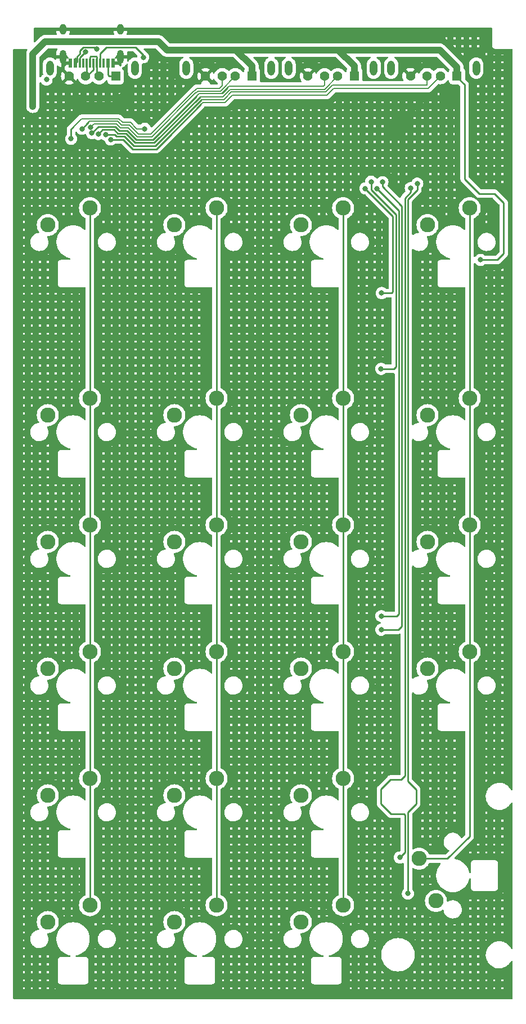
<source format=gbr>
%TF.GenerationSoftware,KiCad,Pcbnew,(6.99.0-222-g367431f825)*%
%TF.CreationDate,2022-01-14T00:46:18+01:00*%
%TF.ProjectId,usbhub-macropad,75736268-7562-42d6-9d61-63726f706164,rev?*%
%TF.SameCoordinates,Original*%
%TF.FileFunction,Copper,L1,Top*%
%TF.FilePolarity,Positive*%
%FSLAX46Y46*%
G04 Gerber Fmt 4.6, Leading zero omitted, Abs format (unit mm)*
G04 Created by KiCad (PCBNEW (6.99.0-222-g367431f825)) date 2022-01-14 00:46:18*
%MOMM*%
%LPD*%
G01*
G04 APERTURE LIST*
%TA.AperFunction,ComponentPad*%
%ADD10R,1.428000X1.428000*%
%TD*%
%TA.AperFunction,ComponentPad*%
%ADD11C,1.428000*%
%TD*%
%TA.AperFunction,ComponentPad*%
%ADD12O,1.108000X2.216000*%
%TD*%
%TA.AperFunction,SMDPad,CuDef*%
%ADD13R,0.600000X1.450000*%
%TD*%
%TA.AperFunction,SMDPad,CuDef*%
%ADD14R,0.300000X1.450000*%
%TD*%
%TA.AperFunction,ComponentPad*%
%ADD15O,1.000000X2.100000*%
%TD*%
%TA.AperFunction,ComponentPad*%
%ADD16O,1.000000X1.600000*%
%TD*%
%TA.AperFunction,ComponentPad*%
%ADD17C,2.286000*%
%TD*%
%TA.AperFunction,ViaPad*%
%ADD18C,0.800000*%
%TD*%
%TA.AperFunction,Conductor*%
%ADD19C,0.250000*%
%TD*%
%TA.AperFunction,Conductor*%
%ADD20C,0.200000*%
%TD*%
%TA.AperFunction,Conductor*%
%ADD21C,1.000000*%
%TD*%
G04 APERTURE END LIST*
D10*
%TO.P,J4,1*%
%TO.N,+5VIN*%
X116090000Y-26830000D03*
D11*
%TO.P,J4,2*%
%TO.N,D-*%
X113590000Y-26830000D03*
%TO.P,J4,3*%
%TO.N,D+*%
X111590000Y-26830000D03*
%TO.P,J4,4*%
%TO.N,GND*%
X109090000Y-26830000D03*
D12*
%TO.P,J4,S1*%
%TO.N,N/C*%
X118990000Y-25630000D03*
%TO.P,J4,S2*%
X106190000Y-25630000D03*
%TD*%
D10*
%TO.P,J3,1*%
%TO.N,+5V*%
X167455000Y-26815000D03*
D11*
%TO.P,J3,2*%
%TO.N,3D-*%
X164955000Y-26815000D03*
%TO.P,J3,3*%
%TO.N,3D+*%
X162955000Y-26815000D03*
%TO.P,J3,4*%
%TO.N,GND*%
X160455000Y-26815000D03*
D12*
%TO.P,J3,S1*%
%TO.N,N/C*%
X170355000Y-25615000D03*
%TO.P,J3,S2*%
X157555000Y-25615000D03*
%TD*%
D13*
%TO.P,J5,A1*%
%TO.N,GND*%
X115730000Y-24885000D03*
%TO.P,J5,A4*%
%TO.N,+5VIN*%
X114930000Y-24885000D03*
D14*
%TO.P,J5,A5*%
%TO.N,Net-(J5-PadA5)*%
X113730000Y-24885000D03*
%TO.P,J5,A6*%
%TO.N,D+*%
X112730000Y-24885000D03*
%TO.P,J5,A7*%
%TO.N,D-*%
X112230000Y-24885000D03*
%TO.P,J5,A8*%
%TO.N,Net-(J5-PadA8)*%
X111230000Y-24885000D03*
D13*
%TO.P,J5,A9*%
%TO.N,+5VIN*%
X110030000Y-24885000D03*
%TO.P,J5,A12*%
%TO.N,GND*%
X109230000Y-24885000D03*
%TO.P,J5,B1*%
X109230000Y-24885000D03*
%TO.P,J5,B4*%
%TO.N,+5VIN*%
X110030000Y-24885000D03*
D14*
%TO.P,J5,B5*%
%TO.N,Net-(J5-PadB5)*%
X110730000Y-24885000D03*
%TO.P,J5,B6*%
%TO.N,D+*%
X111730000Y-24885000D03*
%TO.P,J5,B7*%
%TO.N,D-*%
X113230000Y-24885000D03*
%TO.P,J5,B8*%
%TO.N,Net-(J5-PadB8)*%
X114230000Y-24885000D03*
D13*
%TO.P,J5,B9*%
%TO.N,+5VIN*%
X114930000Y-24885000D03*
%TO.P,J5,B12*%
%TO.N,GND*%
X115730000Y-24885000D03*
D15*
%TO.P,J5,S1*%
X116800000Y-23970000D03*
D16*
X116800000Y-19790000D03*
D15*
X108160000Y-23970000D03*
D16*
X108160000Y-19790000D03*
%TD*%
D17*
%TO.P,K0\u002C2,1*%
%TO.N,col2*%
X150320000Y-46660000D03*
%TO.P,K0\u002C2,2*%
%TO.N,Net-(D0\u002C2-Pad2)*%
X143970000Y-49200000D03*
%TD*%
%TO.P,K0\u002C0,1*%
%TO.N,col0*%
X112220000Y-46660000D03*
%TO.P,K0\u002C0,2*%
%TO.N,Net-(D0\u002C0-Pad2)*%
X105870000Y-49200000D03*
%TD*%
%TO.P,K0\u002C3,1*%
%TO.N,col3*%
X169370000Y-46660000D03*
%TO.P,K0\u002C3,2*%
%TO.N,Net-(D0\u002C3-Pad2)*%
X163020000Y-49200000D03*
%TD*%
%TO.P,K0\u002C1,1*%
%TO.N,col1*%
X131270000Y-46660000D03*
%TO.P,K0\u002C1,2*%
%TO.N,Net-(D0\u002C1-Pad2)*%
X124920000Y-49200000D03*
%TD*%
%TO.P,K1\u002C3,1*%
%TO.N,col3*%
X169370000Y-75235000D03*
%TO.P,K1\u002C3,2*%
%TO.N,Net-(D1\u002C3-Pad2)*%
X163020000Y-77775000D03*
%TD*%
%TO.P,K1\u002C2,1*%
%TO.N,col2*%
X150320000Y-75235000D03*
%TO.P,K1\u002C2,2*%
%TO.N,Net-(D1\u002C2-Pad2)*%
X143970000Y-77775000D03*
%TD*%
%TO.P,K1\u002C1,1*%
%TO.N,col1*%
X131270000Y-75235000D03*
%TO.P,K1\u002C1,2*%
%TO.N,Net-(D1\u002C1-Pad2)*%
X124920000Y-77775000D03*
%TD*%
%TO.P,K1\u002C0,1*%
%TO.N,col0*%
X112220000Y-75235000D03*
%TO.P,K1\u002C0,2*%
%TO.N,Net-(D1\u002C0-Pad2)*%
X105870000Y-77775000D03*
%TD*%
%TO.P,K2\u002C2,1*%
%TO.N,col2*%
X150320000Y-94285000D03*
%TO.P,K2\u002C2,2*%
%TO.N,Net-(D2\u002C2-Pad2)*%
X143970000Y-96825000D03*
%TD*%
%TO.P,K2\u002C1,1*%
%TO.N,col1*%
X131270000Y-94285000D03*
%TO.P,K2\u002C1,2*%
%TO.N,Net-(D2\u002C1-Pad2)*%
X124920000Y-96825000D03*
%TD*%
%TO.P,K2\u002C0,1*%
%TO.N,col0*%
X112220000Y-94285000D03*
%TO.P,K2\u002C0,2*%
%TO.N,Net-(D2\u002C0-Pad2)*%
X105870000Y-96825000D03*
%TD*%
%TO.P,K2\u002C3,1*%
%TO.N,col3*%
X169370000Y-94285000D03*
%TO.P,K2\u002C3,2*%
%TO.N,Net-(D2\u002C3-Pad2)*%
X163020000Y-96825000D03*
%TD*%
%TO.P,K3\u002C1,1*%
%TO.N,col1*%
X131270000Y-113335000D03*
%TO.P,K3\u002C1,2*%
%TO.N,Net-(D3\u002C1-Pad2)*%
X124920000Y-115875000D03*
%TD*%
%TO.P,K3\u002C3,1*%
%TO.N,col3*%
X169370000Y-113335000D03*
%TO.P,K3\u002C3,2*%
%TO.N,Net-(D3\u002C3-Pad2)*%
X163020000Y-115875000D03*
%TD*%
%TO.P,K3\u002C0,1*%
%TO.N,col0*%
X112220000Y-113335000D03*
%TO.P,K3\u002C0,2*%
%TO.N,Net-(D3\u002C0-Pad2)*%
X105870000Y-115875000D03*
%TD*%
%TO.P,K3\u002C2,1*%
%TO.N,col2*%
X150320000Y-113335000D03*
%TO.P,K3\u002C2,2*%
%TO.N,Net-(D3\u002C2-Pad2)*%
X143970000Y-115875000D03*
%TD*%
%TO.P,K4\u002C2,1*%
%TO.N,col2*%
X150320000Y-132385000D03*
%TO.P,K4\u002C2,2*%
%TO.N,Net-(D4\u002C2-Pad2)*%
X143970000Y-134925000D03*
%TD*%
%TO.P,K4\u002C3,1*%
%TO.N,col3*%
X161750000Y-144450000D03*
%TO.P,K4\u002C3,2*%
%TO.N,Net-(D4\u002C3-Pad2)*%
X164290000Y-150800000D03*
%TD*%
%TO.P,K4\u002C1,1*%
%TO.N,col1*%
X131270000Y-132385000D03*
%TO.P,K4\u002C1,2*%
%TO.N,Net-(D4\u002C1-Pad2)*%
X124920000Y-134925000D03*
%TD*%
%TO.P,K4\u002C0,1*%
%TO.N,col0*%
X112220000Y-132385000D03*
%TO.P,K4\u002C0,2*%
%TO.N,Net-(D4\u002C0-Pad2)*%
X105870000Y-134925000D03*
%TD*%
%TO.P,K5\u002C1,1*%
%TO.N,col1*%
X131270000Y-151435000D03*
%TO.P,K5\u002C1,2*%
%TO.N,Net-(D5\u002C1-Pad2)*%
X124920000Y-153975000D03*
%TD*%
%TO.P,K5\u002C2,1*%
%TO.N,col2*%
X150320000Y-151435000D03*
%TO.P,K5\u002C2,2*%
%TO.N,Net-(D5\u002C2-Pad2)*%
X143970000Y-153975000D03*
%TD*%
D10*
%TO.P,J1,1*%
%TO.N,+5V*%
X136610000Y-26820000D03*
D11*
%TO.P,J1,2*%
%TO.N,1D-*%
X134110000Y-26820000D03*
%TO.P,J1,3*%
%TO.N,1D+*%
X132110000Y-26820000D03*
%TO.P,J1,4*%
%TO.N,GND*%
X129610000Y-26820000D03*
D12*
%TO.P,J1,S1*%
%TO.N,N/C*%
X139510000Y-25620000D03*
%TO.P,J1,S2*%
X126710000Y-25620000D03*
%TD*%
D10*
%TO.P,J2,1*%
%TO.N,+5V*%
X152020000Y-26830000D03*
D11*
%TO.P,J2,2*%
%TO.N,2D-*%
X149520000Y-26830000D03*
%TO.P,J2,3*%
%TO.N,2D+*%
X147520000Y-26830000D03*
%TO.P,J2,4*%
%TO.N,GND*%
X145020000Y-26830000D03*
D12*
%TO.P,J2,S1*%
%TO.N,N/C*%
X154920000Y-25630000D03*
%TO.P,J2,S2*%
X142120000Y-25630000D03*
%TD*%
D17*
%TO.P,K5\u002C0,1*%
%TO.N,col0*%
X112220000Y-151435000D03*
%TO.P,K5\u002C0,2*%
%TO.N,Net-(D5\u002C0-Pad2)*%
X105870000Y-153975000D03*
%TD*%
D18*
%TO.N,GND*%
X166460000Y-29940000D03*
X110405000Y-30815000D03*
X159320000Y-33600000D03*
X117653750Y-30263750D03*
X158010000Y-34870000D03*
%TO.N,row0*%
X156120000Y-59420000D03*
X153670000Y-43700000D03*
%TO.N,row1*%
X154540000Y-42690000D03*
X156030000Y-70820000D03*
%TO.N,row2*%
X156080000Y-107990000D03*
X155370000Y-43710000D03*
%TO.N,row3*%
X156240000Y-42750000D03*
X156050000Y-110040000D03*
%TO.N,row4*%
X160500000Y-43640000D03*
X158840000Y-144270000D03*
%TO.N,row5*%
X160070000Y-149690000D03*
X161480000Y-42970000D03*
%TO.N,+5VIN*%
X113280000Y-22740000D03*
%TO.N,+5V*%
X171000000Y-54450000D03*
X103627500Y-31342500D03*
%TO.N,1D+*%
X111030000Y-34740000D03*
%TO.N,1D-*%
X112331998Y-34491998D03*
%TO.N,2D+*%
X112518499Y-35378499D03*
%TO.N,2D-*%
X113455000Y-35515000D03*
%TO.N,3D+*%
X114605001Y-35614999D03*
%TO.N,3D-*%
X115330000Y-36340000D03*
%TO.N,Net-(J5-PadA5)*%
X120232500Y-23992500D03*
%TO.N,Net-(J5-PadB5)*%
X111580000Y-23190000D03*
X105680000Y-27340000D03*
%TO.N,0D+*%
X120480000Y-34740000D03*
X109380000Y-36240000D03*
%TD*%
D19*
%TO.N,GND*%
X116800000Y-23970000D02*
X116800000Y-25237107D01*
X109090000Y-26830000D02*
X108160000Y-25900000D01*
X109230000Y-24885000D02*
X109075000Y-24885000D01*
D20*
X110405000Y-30815000D02*
X117105000Y-30815000D01*
D19*
X162940000Y-29940000D02*
X162990000Y-29940000D01*
D20*
X117105000Y-30815000D02*
X117630000Y-30290000D01*
D19*
X108160000Y-23970000D02*
X108160000Y-25430000D01*
X108705000Y-24885000D02*
X108160000Y-25430000D01*
X158010000Y-34870000D02*
X162940000Y-29940000D01*
X166460000Y-29940000D02*
X162990000Y-29940000D01*
X115730000Y-24885000D02*
X116447893Y-24885000D01*
X115730000Y-24885000D02*
X115885000Y-24885000D01*
X116447893Y-24885000D02*
X116800000Y-25237107D01*
X159280000Y-33600000D02*
X158010000Y-34870000D01*
X109230000Y-24885000D02*
X108705000Y-24885000D01*
X108160000Y-25900000D02*
X108160000Y-25430000D01*
X159320000Y-33600000D02*
X159280000Y-33600000D01*
%TO.N,row0*%
X156120000Y-59420000D02*
X156120000Y-59420000D01*
X157809950Y-59230050D02*
X157620000Y-59420000D01*
X157809950Y-47859362D02*
X157809950Y-57930050D01*
X153670000Y-43719412D02*
X157809950Y-47859362D01*
X157620000Y-59420000D02*
X156120000Y-59420000D01*
X157809950Y-57930050D02*
X157809950Y-59230050D01*
X153670000Y-43700000D02*
X153670000Y-43719412D01*
%TO.N,row1*%
X156030000Y-70820000D02*
X156030000Y-70820000D01*
X154540000Y-42690000D02*
X154540000Y-43953002D01*
X157960000Y-70820000D02*
X156030000Y-70820000D01*
X158259960Y-70520040D02*
X157960000Y-70820000D01*
X154540000Y-43953002D02*
X158259960Y-47672962D01*
X158259960Y-47672962D02*
X158259960Y-70520040D01*
%TO.N,row2*%
X156080000Y-107990000D02*
X156080000Y-107990000D01*
X158709970Y-107640030D02*
X158360000Y-107990000D01*
X158709970Y-51050000D02*
X158709970Y-107640030D01*
X155370000Y-43710000D02*
X158709970Y-47049970D01*
X158360000Y-107990000D02*
X156080000Y-107990000D01*
X158709970Y-47049970D02*
X158709970Y-51050000D01*
%TO.N,row3*%
X156050000Y-110040000D02*
X156050000Y-110040000D01*
X156240000Y-42750000D02*
X156240000Y-43440000D01*
X159159980Y-109490020D02*
X158610000Y-110040000D01*
X159159980Y-46359980D02*
X159159980Y-109490020D01*
X156240000Y-43440000D02*
X159159980Y-46359980D01*
X158610000Y-110040000D02*
X156050000Y-110040000D01*
%TO.N,row4*%
X158840000Y-144270000D02*
X158840000Y-144270000D01*
X159609990Y-45163600D02*
X159609990Y-131290000D01*
X159619990Y-143490010D02*
X158840000Y-144270000D01*
X160500000Y-43640000D02*
X160500000Y-44273590D01*
X160500000Y-44273590D02*
X159609990Y-45163600D01*
X159609990Y-132000010D02*
X159070000Y-132540000D01*
X159070000Y-132540000D02*
X157470000Y-132540000D01*
X159609990Y-131290000D02*
X159609990Y-132000010D01*
X157540000Y-137700000D02*
X159460000Y-137700000D01*
X159619990Y-137859990D02*
X159619990Y-143490010D01*
X159460000Y-137700000D02*
X159619990Y-137859990D01*
X156030000Y-136190000D02*
X157540000Y-137700000D01*
X157470000Y-132540000D02*
X156030000Y-133980000D01*
X156030000Y-133980000D02*
X156030000Y-136190000D01*
%TO.N,row5*%
X161480000Y-43930000D02*
X160060000Y-45350000D01*
X160060000Y-132800000D02*
X160060000Y-45350000D01*
X161300000Y-134040000D02*
X160060000Y-132800000D01*
X160070000Y-137430000D02*
X161300000Y-136200000D01*
X161480000Y-42970000D02*
X161480000Y-43930000D01*
X161300000Y-136200000D02*
X161300000Y-134040000D01*
X160070000Y-149690000D02*
X160070000Y-137430000D01*
%TO.N,+5VIN*%
X110240001Y-23893589D02*
X110730000Y-23403590D01*
X114930000Y-26634000D02*
X114930000Y-24885000D01*
X110240001Y-24674999D02*
X110240001Y-23893589D01*
X113000010Y-22460010D02*
X113280000Y-22740000D01*
X110730000Y-23403590D02*
X110730000Y-22966998D01*
X115126000Y-26830000D02*
X114930000Y-26634000D01*
X116090000Y-26830000D02*
X115126000Y-26830000D01*
X110030000Y-24885000D02*
X110240001Y-24674999D01*
X110730000Y-22966998D02*
X111236988Y-22460010D01*
X110030000Y-24885000D02*
X110030000Y-24124998D01*
X111236988Y-22460010D02*
X113000010Y-22460010D01*
D21*
%TO.N,+5V*%
X103627500Y-31342500D02*
X103627500Y-23482500D01*
D19*
X136610000Y-26820000D02*
X136600000Y-26820000D01*
D21*
X164850000Y-22890000D02*
X149590000Y-22890000D01*
D19*
X173540000Y-54450000D02*
X171000000Y-54450000D01*
D21*
X136610000Y-25310000D02*
X134190000Y-22890000D01*
D19*
X167455000Y-26815000D02*
X167455000Y-26975000D01*
D21*
X136610000Y-26820000D02*
X136610000Y-25310000D01*
X105475000Y-21635000D02*
X122535000Y-21635000D01*
X134190000Y-22890000D02*
X123790000Y-22890000D01*
X103627500Y-23482500D02*
X105475000Y-21635000D01*
D19*
X173100000Y-44470000D02*
X174480000Y-45850000D01*
X174480000Y-53510000D02*
X173540000Y-54450000D01*
D21*
X167455000Y-25495000D02*
X164850000Y-22890000D01*
X149590000Y-22890000D02*
X134190000Y-22890000D01*
D19*
X170790000Y-44470000D02*
X173010000Y-44470000D01*
X174480000Y-45850000D02*
X174480000Y-53510000D01*
X168600000Y-42280000D02*
X170790000Y-44470000D01*
D21*
X152020000Y-25320000D02*
X149590000Y-22890000D01*
D19*
X152020000Y-26830000D02*
X152020000Y-26820000D01*
D21*
X167455000Y-26815000D02*
X167455000Y-25495000D01*
X122535000Y-21635000D02*
X123790000Y-22890000D01*
X152020000Y-26830000D02*
X152020000Y-25320000D01*
D19*
X168600000Y-28120000D02*
X168600000Y-42280000D01*
X167455000Y-26975000D02*
X168600000Y-28120000D01*
X173010000Y-44470000D02*
X173100000Y-44470000D01*
D20*
%TO.N,1D+*%
X116394552Y-33614969D02*
X116944536Y-34164954D01*
X128282592Y-28654990D02*
X131673958Y-28654990D01*
X131673958Y-28654990D02*
X132110000Y-28218948D01*
X121337268Y-35564960D02*
X127912754Y-28989474D01*
X132110000Y-28218948D02*
X132110000Y-26820000D01*
X116944536Y-34164954D02*
X118130935Y-34164954D01*
X111030000Y-34740000D02*
X112155031Y-33614969D01*
X119530941Y-35564960D02*
X121337268Y-35564960D01*
X118130935Y-34164954D02*
X119530941Y-35564960D01*
X112155031Y-33614969D02*
X116394552Y-33614969D01*
D19*
X111030000Y-34740000D02*
X112005001Y-33764999D01*
D20*
X127948109Y-28989474D02*
X128282592Y-28654990D01*
X127912754Y-28989474D02*
X127948109Y-28989474D01*
%TO.N,1D-*%
X134074646Y-26820000D02*
X131839646Y-29055000D01*
X117965246Y-34564964D02*
X116778848Y-34564964D01*
X119365254Y-35964970D02*
X117965246Y-34564964D01*
X134110000Y-26820000D02*
X134074646Y-26820000D01*
X128113799Y-29389482D02*
X128078444Y-29389482D01*
X112809017Y-34014979D02*
X112331998Y-34491998D01*
X121502956Y-35964970D02*
X119365254Y-35964970D01*
X116778848Y-34564964D02*
X116228863Y-34014979D01*
X128078444Y-29389482D02*
X121502956Y-35964970D01*
X116228863Y-34014979D02*
X112809017Y-34014979D01*
X128448281Y-29055000D02*
X128113799Y-29389482D01*
X131839646Y-29055000D02*
X128448281Y-29055000D01*
%TO.N,2D+*%
X132867850Y-28627850D02*
X132040689Y-29455010D01*
D19*
X112518499Y-35378499D02*
X113457009Y-34439989D01*
D20*
X133140698Y-28355000D02*
X132867850Y-28627850D01*
D19*
X116052819Y-34439989D02*
X116602802Y-34989972D01*
D20*
X128613970Y-29455010D02*
X128254490Y-29814490D01*
D19*
X132155700Y-29340000D02*
X132867850Y-28627850D01*
D20*
X147358603Y-28355000D02*
X133140698Y-28355000D01*
D19*
X117789203Y-34989973D02*
X119189210Y-36389980D01*
X113457009Y-34439989D02*
X116052819Y-34439989D01*
D20*
X147520000Y-26830000D02*
X147520000Y-28193603D01*
D19*
X116602802Y-34989972D02*
X117789203Y-34989973D01*
X119189210Y-36389980D02*
X121679000Y-36389980D01*
X121679000Y-36389980D02*
X128254490Y-29814490D01*
D20*
X147520000Y-28193603D02*
X147358603Y-28355000D01*
X132040689Y-29455010D02*
X128613970Y-29455010D01*
D19*
%TO.N,2D-*%
X116416401Y-35439981D02*
X115866418Y-34889998D01*
X115866418Y-34889998D02*
X114080002Y-34889998D01*
X128800389Y-29905001D02*
X121865400Y-36839990D01*
D20*
X147545000Y-28805000D02*
X133327080Y-28805000D01*
D19*
X119002810Y-36839990D02*
X117602802Y-35439982D01*
X117602802Y-35439982D02*
X116416401Y-35439981D01*
D20*
X132214999Y-29905001D02*
X128800389Y-29905001D01*
D19*
X113455000Y-35515000D02*
X114080002Y-34889998D01*
D20*
X149520000Y-26830000D02*
X147545000Y-28805000D01*
X133327080Y-28805000D02*
X132227081Y-29905001D01*
D19*
X114080002Y-34889998D02*
X115229998Y-34889998D01*
D20*
X132227081Y-29905001D02*
X132214999Y-29905001D01*
D19*
X121865400Y-36839990D02*
X119002810Y-36839990D01*
%TO.N,3D+*%
X118816410Y-37290000D02*
X122051800Y-37290000D01*
D20*
X162955000Y-28178603D02*
X162948603Y-28185000D01*
X148736800Y-28185000D02*
X147716800Y-29205000D01*
D19*
X116230000Y-35889990D02*
X117416401Y-35889991D01*
D20*
X162955000Y-26815000D02*
X162955000Y-28178603D01*
X132518891Y-30178891D02*
X132367771Y-30330011D01*
D19*
X122051800Y-37290000D02*
X129011789Y-30330011D01*
X115955009Y-35614999D02*
X116230000Y-35889990D01*
X117416401Y-35889991D02*
X118816410Y-37290000D01*
D20*
X133492780Y-29205000D02*
X132518891Y-30178891D01*
X147716800Y-29205000D02*
X133492780Y-29205000D01*
X162948603Y-28185000D02*
X148736800Y-28185000D01*
D19*
X129011789Y-30330011D02*
X129011779Y-30330011D01*
X114605001Y-35614999D02*
X115955009Y-35614999D01*
D20*
X132367771Y-30330011D02*
X129011789Y-30330011D01*
X132518891Y-30178891D02*
X132392770Y-30305011D01*
%TO.N,3D-*%
X163135000Y-28635000D02*
X148923200Y-28635000D01*
D19*
X117230000Y-36340000D02*
X118680000Y-37790000D01*
D20*
X147903200Y-29655000D02*
X133679162Y-29655000D01*
D19*
X122188200Y-37790000D02*
X123784100Y-36194100D01*
X115330000Y-36340000D02*
X117230000Y-36340000D01*
D20*
X129223198Y-30755002D02*
X128934100Y-31044100D01*
D19*
X118680000Y-37790000D02*
X122188200Y-37790000D01*
X123784100Y-36194100D02*
X128934100Y-31044100D01*
D20*
X148923200Y-28635000D02*
X147903200Y-29655000D01*
X133679162Y-29655000D02*
X132579162Y-30755002D01*
D19*
X123638200Y-36340000D02*
X123784100Y-36194100D01*
D20*
X132579162Y-30755002D02*
X129223198Y-30755002D01*
X164955000Y-26815000D02*
X163135000Y-28635000D01*
D19*
%TO.N,D+*%
X111730000Y-26690000D02*
X111730000Y-24885000D01*
X112730000Y-24885000D02*
X112730000Y-25860000D01*
X112730000Y-25860000D02*
X111760000Y-26830000D01*
X111590000Y-26830000D02*
X111730000Y-26690000D01*
X111760000Y-26830000D02*
X111590000Y-26830000D01*
%TO.N,D-*%
X113230000Y-23924998D02*
X113230000Y-24885000D01*
X113140001Y-23834999D02*
X113230000Y-23924998D01*
X112230000Y-24885000D02*
X112230000Y-23924998D01*
X112230000Y-23924998D02*
X112319999Y-23834999D01*
X113230000Y-26470000D02*
X113590000Y-26830000D01*
X112319999Y-23834999D02*
X113140001Y-23834999D01*
X113230000Y-24885000D02*
X113230000Y-26470000D01*
%TO.N,Net-(J5-PadA5)*%
X120232500Y-23992500D02*
X120232500Y-23662500D01*
X120232500Y-23662500D02*
X119050000Y-22480000D01*
X114650000Y-22480000D02*
X113730000Y-23400000D01*
X119050000Y-22480000D02*
X114650000Y-22480000D01*
X120232500Y-23992500D02*
X120232500Y-23992500D01*
X113730000Y-23400000D02*
X113730000Y-24885000D01*
%TO.N,Net-(J5-PadB5)*%
X111580000Y-23190000D02*
X111580000Y-23190000D01*
X110730000Y-24040000D02*
X111280000Y-23490000D01*
X110730000Y-24885000D02*
X110730000Y-24040000D01*
X110730000Y-24040000D02*
X111580000Y-23190000D01*
%TO.N,col2*%
X150320000Y-75235000D02*
X150320000Y-120661966D01*
X150320000Y-46660000D02*
X150320000Y-151435000D01*
X150320000Y-120661966D02*
X150320000Y-151435000D01*
%TO.N,col0*%
X112220000Y-94285000D02*
X112220000Y-81206974D01*
X112220000Y-46660000D02*
X112220000Y-81206974D01*
X112220000Y-94285000D02*
X112220000Y-102773014D01*
X112220000Y-102773014D02*
X112220000Y-151435000D01*
%TO.N,col3*%
X169370000Y-141110334D02*
X166030334Y-144450000D01*
X169370000Y-75235000D02*
X169370000Y-141110334D01*
X169370000Y-46660000D02*
X169370000Y-75235000D01*
X166030334Y-144450000D02*
X161750000Y-144450000D01*
%TO.N,col1*%
X131270000Y-151435000D02*
X131270000Y-46660000D01*
D20*
%TO.N,0D+*%
X120480000Y-34740000D02*
X120630000Y-34740000D01*
X119271679Y-34740000D02*
X120480000Y-34740000D01*
X109680000Y-34490000D02*
X110955041Y-33214959D01*
X119180000Y-34648321D02*
X119271679Y-34740000D01*
D19*
X109380000Y-36240000D02*
X109380000Y-34790000D01*
X109380000Y-34790000D02*
X109680000Y-34490000D01*
D20*
X116560241Y-33214959D02*
X117110226Y-33764944D01*
X110955041Y-33214959D02*
X116560241Y-33214959D01*
X118296624Y-33764944D02*
X119180000Y-34648321D01*
X117110226Y-33764944D02*
X118296624Y-33764944D01*
%TD*%
%TA.AperFunction,Conductor*%
%TO.N,GND*%
G36*
X107136259Y-19529629D02*
G01*
X107165547Y-19536000D01*
X109149885Y-19536000D01*
X109164005Y-19531854D01*
X109199503Y-19526750D01*
X115749477Y-19526750D01*
X115776259Y-19529629D01*
X115805547Y-19536000D01*
X117789885Y-19536000D01*
X117804005Y-19531854D01*
X117839503Y-19526750D01*
X172622250Y-19526750D01*
X172690371Y-19546752D01*
X172736864Y-19600408D01*
X172748250Y-19652750D01*
X172748250Y-22210048D01*
X172748248Y-22210818D01*
X172747774Y-22288402D01*
X172750240Y-22297031D01*
X172750241Y-22297036D01*
X172755889Y-22316798D01*
X172759467Y-22333559D01*
X172762380Y-22353902D01*
X172762383Y-22353912D01*
X172763655Y-22362795D01*
X172774271Y-22386145D01*
X172780714Y-22403657D01*
X172787762Y-22428315D01*
X172803524Y-22453298D01*
X172811654Y-22468364D01*
X172823883Y-22495260D01*
X172840624Y-22514689D01*
X172851729Y-22529697D01*
X172865410Y-22551381D01*
X172872138Y-22557323D01*
X172887546Y-22570931D01*
X172899590Y-22583123D01*
X172918869Y-22605497D01*
X172926397Y-22610376D01*
X172926400Y-22610379D01*
X172940389Y-22619446D01*
X172955263Y-22630736D01*
X172974478Y-22647706D01*
X172982604Y-22651521D01*
X172982605Y-22651522D01*
X172988271Y-22654182D01*
X173001216Y-22660260D01*
X173016185Y-22668574D01*
X173040977Y-22684643D01*
X173049577Y-22687215D01*
X173065540Y-22691989D01*
X173082986Y-22698651D01*
X173106198Y-22709549D01*
X173135380Y-22714093D01*
X173152099Y-22717876D01*
X173171786Y-22723764D01*
X173171789Y-22723765D01*
X173180391Y-22726337D01*
X173189366Y-22726392D01*
X173189367Y-22726392D01*
X173196060Y-22726433D01*
X173214806Y-22726547D01*
X173215578Y-22726580D01*
X173216673Y-22726750D01*
X173247548Y-22726750D01*
X173248318Y-22726752D01*
X173321966Y-22727202D01*
X173321967Y-22727202D01*
X173325902Y-22727226D01*
X173327246Y-22726842D01*
X173328591Y-22726750D01*
X175722250Y-22726750D01*
X175790371Y-22746752D01*
X175836864Y-22800408D01*
X175848250Y-22852750D01*
X175848250Y-134076532D01*
X175828248Y-134144653D01*
X175774592Y-134191146D01*
X175704318Y-134201250D01*
X175639738Y-134171756D01*
X175609002Y-134131767D01*
X175584119Y-134080750D01*
X175579495Y-134071269D01*
X175577040Y-134067630D01*
X175577037Y-134067624D01*
X175423003Y-133839259D01*
X175422998Y-133839252D01*
X175420543Y-133835613D01*
X175383095Y-133794022D01*
X175233289Y-133627646D01*
X175233288Y-133627645D01*
X175230341Y-133624372D01*
X175012591Y-133441658D01*
X174771531Y-133291027D01*
X174511853Y-133175411D01*
X174238612Y-133097060D01*
X174234262Y-133096449D01*
X174234259Y-133096448D01*
X174129783Y-133081765D01*
X173957126Y-133057500D01*
X173744024Y-133057500D01*
X173741839Y-133057653D01*
X173741833Y-133057653D01*
X173535825Y-133072058D01*
X173535820Y-133072059D01*
X173531440Y-133072365D01*
X173253399Y-133131465D01*
X173249268Y-133132969D01*
X173249263Y-133132970D01*
X173135988Y-133174199D01*
X172986289Y-133228685D01*
X172982402Y-133230752D01*
X172739201Y-133360063D01*
X172739195Y-133360067D01*
X172735309Y-133362133D01*
X172731749Y-133364719D01*
X172731745Y-133364722D01*
X172554117Y-133493777D01*
X172505344Y-133529213D01*
X172502180Y-133532269D01*
X172502177Y-133532271D01*
X172304032Y-133723617D01*
X172304029Y-133723621D01*
X172300870Y-133726671D01*
X172125867Y-133950665D01*
X172069732Y-134047894D01*
X171987025Y-134191146D01*
X171983740Y-134196835D01*
X171982090Y-134200919D01*
X171982087Y-134200925D01*
X171896372Y-134413080D01*
X171877258Y-134460389D01*
X171808491Y-134736198D01*
X171808032Y-134740568D01*
X171808031Y-134740572D01*
X171782997Y-134978750D01*
X171778778Y-135018894D01*
X171778931Y-135023282D01*
X171778931Y-135023288D01*
X171787842Y-135278455D01*
X171788698Y-135302973D01*
X171789460Y-135307296D01*
X171789461Y-135307303D01*
X171813123Y-135441493D01*
X171838058Y-135582907D01*
X171839413Y-135587078D01*
X171839415Y-135587085D01*
X171854886Y-135634698D01*
X171925897Y-135853247D01*
X171927825Y-135857200D01*
X171927827Y-135857205D01*
X171934048Y-135869960D01*
X172050505Y-136108731D01*
X172052960Y-136112370D01*
X172052963Y-136112376D01*
X172206997Y-136340741D01*
X172207002Y-136340748D01*
X172209457Y-136344387D01*
X172212401Y-136347656D01*
X172212402Y-136347658D01*
X172386525Y-136541041D01*
X172399659Y-136555628D01*
X172617409Y-136738342D01*
X172858469Y-136888973D01*
X172988697Y-136946954D01*
X173096992Y-136995170D01*
X173118147Y-137004589D01*
X173122375Y-137005801D01*
X173122374Y-137005801D01*
X173374750Y-137078169D01*
X173391388Y-137082940D01*
X173395738Y-137083551D01*
X173395741Y-137083552D01*
X173500217Y-137098235D01*
X173672874Y-137122500D01*
X173885976Y-137122500D01*
X173888161Y-137122347D01*
X173888167Y-137122347D01*
X174094175Y-137107942D01*
X174094180Y-137107941D01*
X174098560Y-137107635D01*
X174376601Y-137048535D01*
X174380732Y-137047031D01*
X174380737Y-137047030D01*
X174533757Y-136991335D01*
X174643711Y-136951315D01*
X174765336Y-136886646D01*
X174890799Y-136819937D01*
X174890805Y-136819933D01*
X174894691Y-136817867D01*
X174898251Y-136815281D01*
X174898255Y-136815278D01*
X175121093Y-136653376D01*
X175121096Y-136653374D01*
X175124656Y-136650787D01*
X175127823Y-136647729D01*
X175325968Y-136456383D01*
X175325971Y-136456379D01*
X175329130Y-136453329D01*
X175504133Y-136229335D01*
X175613131Y-136040546D01*
X175664514Y-135991553D01*
X175734227Y-135978117D01*
X175800138Y-136004504D01*
X175841320Y-136062336D01*
X175848250Y-136103546D01*
X175848250Y-157876532D01*
X175828248Y-157944653D01*
X175774592Y-157991146D01*
X175704318Y-158001250D01*
X175639738Y-157971756D01*
X175609002Y-157931767D01*
X175595115Y-157903295D01*
X175579495Y-157871269D01*
X175577040Y-157867630D01*
X175577037Y-157867624D01*
X175423003Y-157639259D01*
X175422998Y-157639252D01*
X175420543Y-157635613D01*
X175375907Y-157586039D01*
X175233289Y-157427646D01*
X175233288Y-157427645D01*
X175230341Y-157424372D01*
X175012591Y-157241658D01*
X174771531Y-157091027D01*
X174541622Y-156988665D01*
X174515867Y-156977198D01*
X174515865Y-156977197D01*
X174511853Y-156975411D01*
X174273451Y-156907050D01*
X174242839Y-156898272D01*
X174242838Y-156898272D01*
X174238612Y-156897060D01*
X174234262Y-156896449D01*
X174234259Y-156896448D01*
X174129783Y-156881765D01*
X173957126Y-156857500D01*
X173744024Y-156857500D01*
X173741839Y-156857653D01*
X173741833Y-156857653D01*
X173535825Y-156872058D01*
X173535820Y-156872059D01*
X173531440Y-156872365D01*
X173253399Y-156931465D01*
X173249268Y-156932969D01*
X173249263Y-156932970D01*
X173135988Y-156974199D01*
X172986289Y-157028685D01*
X172927962Y-157059698D01*
X172739201Y-157160063D01*
X172739195Y-157160067D01*
X172735309Y-157162133D01*
X172731749Y-157164719D01*
X172731745Y-157164722D01*
X172514062Y-157322879D01*
X172505344Y-157329213D01*
X172502180Y-157332269D01*
X172502177Y-157332271D01*
X172304032Y-157523617D01*
X172304029Y-157523621D01*
X172300870Y-157526671D01*
X172125867Y-157750665D01*
X172055086Y-157873260D01*
X171987025Y-157991146D01*
X171983740Y-157996835D01*
X171982090Y-158000919D01*
X171982087Y-158000925D01*
X171936708Y-158113244D01*
X171877258Y-158260389D01*
X171808491Y-158536198D01*
X171808032Y-158540568D01*
X171808031Y-158540572D01*
X171789814Y-158713894D01*
X171778778Y-158818894D01*
X171778931Y-158823282D01*
X171778931Y-158823288D01*
X171787322Y-159063561D01*
X171788698Y-159102973D01*
X171789460Y-159107296D01*
X171789461Y-159107303D01*
X171817056Y-159263798D01*
X171838058Y-159382907D01*
X171839413Y-159387078D01*
X171839415Y-159387085D01*
X171901268Y-159577448D01*
X171925897Y-159653247D01*
X171927825Y-159657200D01*
X171927827Y-159657205D01*
X171944267Y-159690911D01*
X172050505Y-159908731D01*
X172052960Y-159912370D01*
X172052963Y-159912376D01*
X172206997Y-160140741D01*
X172207002Y-160140748D01*
X172209457Y-160144387D01*
X172212401Y-160147656D01*
X172212402Y-160147658D01*
X172396711Y-160352354D01*
X172399659Y-160355628D01*
X172617409Y-160538342D01*
X172858469Y-160688973D01*
X173118147Y-160804589D01*
X173391388Y-160882940D01*
X173395738Y-160883551D01*
X173395741Y-160883552D01*
X173500217Y-160898235D01*
X173672874Y-160922500D01*
X173885976Y-160922500D01*
X173888161Y-160922347D01*
X173888167Y-160922347D01*
X174094175Y-160907942D01*
X174094180Y-160907941D01*
X174098560Y-160907635D01*
X174376601Y-160848535D01*
X174380732Y-160847031D01*
X174380737Y-160847030D01*
X174527988Y-160793435D01*
X174643711Y-160751315D01*
X174765336Y-160686646D01*
X174890799Y-160619937D01*
X174890805Y-160619933D01*
X174894691Y-160617867D01*
X174898251Y-160615281D01*
X174898255Y-160615278D01*
X175121093Y-160453376D01*
X175121096Y-160453374D01*
X175124656Y-160450787D01*
X175220267Y-160358457D01*
X175325968Y-160256383D01*
X175325971Y-160256379D01*
X175329130Y-160253329D01*
X175504133Y-160029335D01*
X175613131Y-159840546D01*
X175664514Y-159791553D01*
X175734227Y-159778117D01*
X175800138Y-159804504D01*
X175841320Y-159862336D01*
X175848250Y-159903546D01*
X175848250Y-165409750D01*
X175828248Y-165477871D01*
X175774592Y-165524364D01*
X175722250Y-165535750D01*
X100790250Y-165535750D01*
X100722129Y-165515748D01*
X100675636Y-165462092D01*
X100664250Y-165409750D01*
X100664250Y-164080750D01*
X102116250Y-164080750D01*
X102418250Y-164080750D01*
X103316250Y-164080750D01*
X103618250Y-164080750D01*
X104516250Y-164080750D01*
X104818250Y-164080750D01*
X105716250Y-164080750D01*
X106018250Y-164080750D01*
X106018250Y-163855132D01*
X106916250Y-163855132D01*
X106916250Y-164080750D01*
X107218250Y-164080750D01*
X112916250Y-164080750D01*
X113218250Y-164080750D01*
X114116250Y-164080750D01*
X114418250Y-164080750D01*
X115316250Y-164080750D01*
X115618250Y-164080750D01*
X116516250Y-164080750D01*
X116818250Y-164080750D01*
X117716250Y-164080750D01*
X118018250Y-164080750D01*
X118916250Y-164080750D01*
X119218250Y-164080750D01*
X120116250Y-164080750D01*
X120418250Y-164080750D01*
X121316250Y-164080750D01*
X121618250Y-164080750D01*
X122516250Y-164080750D01*
X122818250Y-164080750D01*
X123716250Y-164080750D01*
X124018250Y-164080750D01*
X124916250Y-164080750D01*
X125218250Y-164080750D01*
X125218250Y-163977655D01*
X126116250Y-163977655D01*
X126116250Y-164080750D01*
X126286940Y-164080750D01*
X131172195Y-164080750D01*
X131218250Y-164080750D01*
X132116250Y-164080750D01*
X132418250Y-164080750D01*
X133316250Y-164080750D01*
X133618250Y-164080750D01*
X134516250Y-164080750D01*
X134818250Y-164080750D01*
X135716250Y-164080750D01*
X136018250Y-164080750D01*
X136916250Y-164080750D01*
X137218250Y-164080750D01*
X138116250Y-164080750D01*
X138418250Y-164080750D01*
X139316250Y-164080750D01*
X139618250Y-164080750D01*
X140516250Y-164080750D01*
X140818250Y-164080750D01*
X141716250Y-164080750D01*
X142018250Y-164080750D01*
X142916250Y-164080750D01*
X143218250Y-164080750D01*
X144116250Y-164080750D01*
X144418250Y-164080750D01*
X144418250Y-164069340D01*
X145316250Y-164069340D01*
X145316250Y-164080750D01*
X145336940Y-164080750D01*
X150222195Y-164080750D01*
X150418250Y-164080750D01*
X151316250Y-164080750D01*
X151618250Y-164080750D01*
X152516250Y-164080750D01*
X152818250Y-164080750D01*
X153716250Y-164080750D01*
X154018250Y-164080750D01*
X154916250Y-164080750D01*
X155218250Y-164080750D01*
X156116250Y-164080750D01*
X156418250Y-164080750D01*
X157316250Y-164080750D01*
X157618250Y-164080750D01*
X158516250Y-164080750D01*
X158818250Y-164080750D01*
X159716250Y-164080750D01*
X160018250Y-164080750D01*
X160916250Y-164080750D01*
X161218250Y-164080750D01*
X162116250Y-164080750D01*
X162418250Y-164080750D01*
X163316250Y-164080750D01*
X163618250Y-164080750D01*
X164516250Y-164080750D01*
X164818250Y-164080750D01*
X165716250Y-164080750D01*
X166018250Y-164080750D01*
X166916250Y-164080750D01*
X167218250Y-164080750D01*
X168116250Y-164080750D01*
X168418250Y-164080750D01*
X169316250Y-164080750D01*
X169618250Y-164080750D01*
X170516250Y-164080750D01*
X170818250Y-164080750D01*
X171716250Y-164080750D01*
X172018250Y-164080750D01*
X172916250Y-164080750D01*
X173218250Y-164080750D01*
X174116250Y-164080750D01*
X174418250Y-164080750D01*
X174418250Y-163778750D01*
X174116250Y-163778750D01*
X174116250Y-164080750D01*
X173218250Y-164080750D01*
X173218250Y-163778750D01*
X172916250Y-163778750D01*
X172916250Y-164080750D01*
X172018250Y-164080750D01*
X172018250Y-163778750D01*
X171716250Y-163778750D01*
X171716250Y-164080750D01*
X170818250Y-164080750D01*
X170818250Y-163778750D01*
X170516250Y-163778750D01*
X170516250Y-164080750D01*
X169618250Y-164080750D01*
X169618250Y-163778750D01*
X169316250Y-163778750D01*
X169316250Y-164080750D01*
X168418250Y-164080750D01*
X168418250Y-163778750D01*
X168116250Y-163778750D01*
X168116250Y-164080750D01*
X167218250Y-164080750D01*
X167218250Y-163778750D01*
X166916250Y-163778750D01*
X166916250Y-164080750D01*
X166018250Y-164080750D01*
X166018250Y-163778750D01*
X165716250Y-163778750D01*
X165716250Y-164080750D01*
X164818250Y-164080750D01*
X164818250Y-163778750D01*
X164516250Y-163778750D01*
X164516250Y-164080750D01*
X163618250Y-164080750D01*
X163618250Y-163778750D01*
X163316250Y-163778750D01*
X163316250Y-164080750D01*
X162418250Y-164080750D01*
X162418250Y-163778750D01*
X162116250Y-163778750D01*
X162116250Y-164080750D01*
X161218250Y-164080750D01*
X161218250Y-163778750D01*
X160916250Y-163778750D01*
X160916250Y-164080750D01*
X160018250Y-164080750D01*
X160018250Y-163778750D01*
X159716250Y-163778750D01*
X159716250Y-164080750D01*
X158818250Y-164080750D01*
X158818250Y-163778750D01*
X158516250Y-163778750D01*
X158516250Y-164080750D01*
X157618250Y-164080750D01*
X157618250Y-163778750D01*
X157316250Y-163778750D01*
X157316250Y-164080750D01*
X156418250Y-164080750D01*
X156418250Y-163778750D01*
X156116250Y-163778750D01*
X156116250Y-164080750D01*
X155218250Y-164080750D01*
X155218250Y-163778750D01*
X154916250Y-163778750D01*
X154916250Y-164080750D01*
X154018250Y-164080750D01*
X154018250Y-163778750D01*
X153716250Y-163778750D01*
X153716250Y-164080750D01*
X152818250Y-164080750D01*
X152818250Y-163778750D01*
X152516250Y-163778750D01*
X152516250Y-164080750D01*
X151618250Y-164080750D01*
X151618250Y-163778750D01*
X151316250Y-163778750D01*
X151316250Y-164080750D01*
X150418250Y-164080750D01*
X150418250Y-163958763D01*
X150417430Y-163959366D01*
X150362075Y-164000591D01*
X150354702Y-164005685D01*
X150324606Y-164024933D01*
X150316891Y-164029489D01*
X150263518Y-164058499D01*
X150261005Y-164059962D01*
X150248668Y-164066570D01*
X150236211Y-164073341D01*
X150233574Y-164074654D01*
X150222195Y-164080750D01*
X145336940Y-164080750D01*
X145316250Y-164069340D01*
X144418250Y-164069340D01*
X144418250Y-163778750D01*
X144116250Y-163778750D01*
X144116250Y-164080750D01*
X143218250Y-164080750D01*
X143218250Y-163778750D01*
X142916250Y-163778750D01*
X142916250Y-164080750D01*
X142018250Y-164080750D01*
X142018250Y-163778750D01*
X141716250Y-163778750D01*
X141716250Y-164080750D01*
X140818250Y-164080750D01*
X140818250Y-163778750D01*
X140516250Y-163778750D01*
X140516250Y-164080750D01*
X139618250Y-164080750D01*
X139618250Y-163778750D01*
X139316250Y-163778750D01*
X139316250Y-164080750D01*
X138418250Y-164080750D01*
X138418250Y-163778750D01*
X138116250Y-163778750D01*
X138116250Y-164080750D01*
X137218250Y-164080750D01*
X137218250Y-163778750D01*
X136916250Y-163778750D01*
X136916250Y-164080750D01*
X136018250Y-164080750D01*
X136018250Y-163778750D01*
X135716250Y-163778750D01*
X135716250Y-164080750D01*
X134818250Y-164080750D01*
X134818250Y-163778750D01*
X134516250Y-163778750D01*
X134516250Y-164080750D01*
X133618250Y-164080750D01*
X133618250Y-163778750D01*
X133316250Y-163778750D01*
X133316250Y-164080750D01*
X132418250Y-164080750D01*
X132418250Y-163778750D01*
X132116250Y-163778750D01*
X132116250Y-164080750D01*
X131218250Y-164080750D01*
X131218250Y-164055927D01*
X131213518Y-164058499D01*
X131211005Y-164059962D01*
X131198668Y-164066570D01*
X131186211Y-164073341D01*
X131183574Y-164074654D01*
X131172195Y-164080750D01*
X126286940Y-164080750D01*
X126261216Y-164066564D01*
X126258617Y-164065229D01*
X126246365Y-164058375D01*
X126233986Y-164051548D01*
X126231486Y-164050051D01*
X126178493Y-164020404D01*
X126170833Y-164015754D01*
X126140975Y-163996141D01*
X126133667Y-163990959D01*
X126116250Y-163977655D01*
X125218250Y-163977655D01*
X125218250Y-163778750D01*
X124916250Y-163778750D01*
X124916250Y-164080750D01*
X124018250Y-164080750D01*
X124018250Y-163778750D01*
X123716250Y-163778750D01*
X123716250Y-164080750D01*
X122818250Y-164080750D01*
X122818250Y-163778750D01*
X122516250Y-163778750D01*
X122516250Y-164080750D01*
X121618250Y-164080750D01*
X121618250Y-163778750D01*
X121316250Y-163778750D01*
X121316250Y-164080750D01*
X120418250Y-164080750D01*
X120418250Y-163778750D01*
X120116250Y-163778750D01*
X120116250Y-164080750D01*
X119218250Y-164080750D01*
X119218250Y-163778750D01*
X118916250Y-163778750D01*
X118916250Y-164080750D01*
X118018250Y-164080750D01*
X118018250Y-163778750D01*
X117716250Y-163778750D01*
X117716250Y-164080750D01*
X116818250Y-164080750D01*
X116818250Y-163778750D01*
X116516250Y-163778750D01*
X116516250Y-164080750D01*
X115618250Y-164080750D01*
X115618250Y-163778750D01*
X115316250Y-163778750D01*
X115316250Y-164080750D01*
X114418250Y-164080750D01*
X114418250Y-163778750D01*
X114116250Y-163778750D01*
X114116250Y-164080750D01*
X113218250Y-164080750D01*
X113218250Y-163778750D01*
X112916250Y-163778750D01*
X112916250Y-164080750D01*
X107218250Y-164080750D01*
X107218250Y-164070443D01*
X107211216Y-164066564D01*
X107208617Y-164065229D01*
X107196365Y-164058375D01*
X107183986Y-164051548D01*
X107181486Y-164050051D01*
X107128493Y-164020404D01*
X107120833Y-164015754D01*
X107090975Y-163996141D01*
X107083667Y-163990959D01*
X107028810Y-163949057D01*
X106973546Y-163907374D01*
X106966589Y-163901727D01*
X106939668Y-163878242D01*
X106933131Y-163872117D01*
X106916250Y-163855132D01*
X106018250Y-163855132D01*
X106018250Y-163778750D01*
X105716250Y-163778750D01*
X105716250Y-164080750D01*
X104818250Y-164080750D01*
X104818250Y-163778750D01*
X104516250Y-163778750D01*
X104516250Y-164080750D01*
X103618250Y-164080750D01*
X103618250Y-163778750D01*
X103316250Y-163778750D01*
X103316250Y-164080750D01*
X102418250Y-164080750D01*
X102418250Y-163778750D01*
X102116250Y-163778750D01*
X102116250Y-164080750D01*
X100664250Y-164080750D01*
X100664250Y-162880750D01*
X102116250Y-162880750D01*
X102418250Y-162880750D01*
X103316250Y-162880750D01*
X103618250Y-162880750D01*
X104516250Y-162880750D01*
X104818250Y-162880750D01*
X105716250Y-162880750D01*
X106018250Y-162880750D01*
X106018250Y-162578750D01*
X105716250Y-162578750D01*
X105716250Y-162880750D01*
X104818250Y-162880750D01*
X104818250Y-162578750D01*
X104516250Y-162578750D01*
X104516250Y-162880750D01*
X103618250Y-162880750D01*
X103618250Y-162578750D01*
X103316250Y-162578750D01*
X103316250Y-162880750D01*
X102418250Y-162880750D01*
X102418250Y-162578750D01*
X102116250Y-162578750D01*
X102116250Y-162880750D01*
X100664250Y-162880750D01*
X100664250Y-161680750D01*
X102116250Y-161680750D01*
X102418250Y-161680750D01*
X103316250Y-161680750D01*
X103618250Y-161680750D01*
X104516250Y-161680750D01*
X104818250Y-161680750D01*
X105716250Y-161680750D01*
X106018250Y-161680750D01*
X106018250Y-161378750D01*
X105716250Y-161378750D01*
X105716250Y-161680750D01*
X104818250Y-161680750D01*
X104818250Y-161378750D01*
X104516250Y-161378750D01*
X104516250Y-161680750D01*
X103618250Y-161680750D01*
X103618250Y-161378750D01*
X103316250Y-161378750D01*
X103316250Y-161680750D01*
X102418250Y-161680750D01*
X102418250Y-161378750D01*
X102116250Y-161378750D01*
X102116250Y-161680750D01*
X100664250Y-161680750D01*
X100664250Y-160480750D01*
X102116250Y-160480750D01*
X102418250Y-160480750D01*
X103316250Y-160480750D01*
X103618250Y-160480750D01*
X104516250Y-160480750D01*
X104818250Y-160480750D01*
X105716250Y-160480750D01*
X106018250Y-160480750D01*
X106018250Y-160178750D01*
X105716250Y-160178750D01*
X105716250Y-160480750D01*
X104818250Y-160480750D01*
X104818250Y-160178750D01*
X104516250Y-160178750D01*
X104516250Y-160480750D01*
X103618250Y-160480750D01*
X103618250Y-160178750D01*
X103316250Y-160178750D01*
X103316250Y-160480750D01*
X102418250Y-160480750D01*
X102418250Y-160178750D01*
X102116250Y-160178750D01*
X102116250Y-160480750D01*
X100664250Y-160480750D01*
X100664250Y-159280750D01*
X102116250Y-159280750D01*
X102418250Y-159280750D01*
X103316250Y-159280750D01*
X103618250Y-159280750D01*
X104516250Y-159280750D01*
X104818250Y-159280750D01*
X105716250Y-159280750D01*
X106018250Y-159280750D01*
X106018250Y-158978750D01*
X105716250Y-158978750D01*
X105716250Y-159280750D01*
X104818250Y-159280750D01*
X104818250Y-158978750D01*
X104516250Y-158978750D01*
X104516250Y-159280750D01*
X103618250Y-159280750D01*
X103618250Y-158978750D01*
X103316250Y-158978750D01*
X103316250Y-159280750D01*
X102418250Y-159280750D01*
X102418250Y-158978750D01*
X102116250Y-158978750D01*
X102116250Y-159280750D01*
X100664250Y-159280750D01*
X100664250Y-158080750D01*
X102116250Y-158080750D01*
X102418250Y-158080750D01*
X102418250Y-157778750D01*
X102116250Y-157778750D01*
X102116250Y-158080750D01*
X100664250Y-158080750D01*
X100664250Y-156880750D01*
X102116250Y-156880750D01*
X102370155Y-156880750D01*
X102366991Y-156865672D01*
X102366007Y-156860430D01*
X102357053Y-156806486D01*
X102356291Y-156801206D01*
X102353695Y-156780059D01*
X102353157Y-156774754D01*
X102348799Y-156720275D01*
X102348487Y-156714955D01*
X102343374Y-156578750D01*
X102116250Y-156578750D01*
X102116250Y-156880750D01*
X100664250Y-156880750D01*
X100664250Y-156450732D01*
X103237200Y-156450732D01*
X103245854Y-156681268D01*
X103293228Y-156907050D01*
X103295186Y-156912009D01*
X103295187Y-156912011D01*
X103323945Y-156984830D01*
X103377967Y-157121622D01*
X103497647Y-157318849D01*
X103501144Y-157322879D01*
X103587768Y-157422704D01*
X103648847Y-157493092D01*
X103652978Y-157496479D01*
X103823115Y-157635984D01*
X103823121Y-157635988D01*
X103827243Y-157639368D01*
X104027735Y-157753494D01*
X104032751Y-157755315D01*
X104032756Y-157755317D01*
X104239575Y-157830389D01*
X104239579Y-157830390D01*
X104244590Y-157832209D01*
X104249839Y-157833158D01*
X104249842Y-157833159D01*
X104467523Y-157872522D01*
X104467530Y-157872523D01*
X104471607Y-157873260D01*
X104489344Y-157874096D01*
X104494292Y-157874330D01*
X104494299Y-157874330D01*
X104495780Y-157874400D01*
X104657925Y-157874400D01*
X104724881Y-157868719D01*
X104824562Y-157860261D01*
X104824566Y-157860260D01*
X104829873Y-157859810D01*
X104835028Y-157858472D01*
X104835034Y-157858471D01*
X105048003Y-157803195D01*
X105048007Y-157803194D01*
X105053172Y-157801853D01*
X105058038Y-157799661D01*
X105058041Y-157799660D01*
X105258649Y-157709293D01*
X105263515Y-157707101D01*
X105267935Y-157704125D01*
X105267939Y-157704123D01*
X105443333Y-157586039D01*
X105454885Y-157578262D01*
X105621812Y-157419022D01*
X105655541Y-157373689D01*
X105756337Y-157238214D01*
X105756339Y-157238211D01*
X105759521Y-157233934D01*
X105814305Y-157126183D01*
X105861658Y-157033046D01*
X105861658Y-157033045D01*
X105864077Y-157028288D01*
X105932489Y-156807967D01*
X105949417Y-156680244D01*
X105950452Y-156672438D01*
X107177600Y-156672438D01*
X107217064Y-156984830D01*
X107295370Y-157289813D01*
X107411284Y-157582577D01*
X107413186Y-157586036D01*
X107413187Y-157586039D01*
X107547520Y-157830389D01*
X107562976Y-157858504D01*
X107748055Y-158113244D01*
X107963602Y-158342778D01*
X108206218Y-158543487D01*
X108472076Y-158712206D01*
X108475655Y-158713890D01*
X108475662Y-158713894D01*
X108753394Y-158844584D01*
X108753398Y-158844586D01*
X108756984Y-158846273D01*
X109056448Y-158943575D01*
X109166447Y-158964559D01*
X109193567Y-158969732D01*
X109256733Y-159002144D01*
X109292349Y-159063561D01*
X109289105Y-159134484D01*
X109248033Y-159192394D01*
X109182173Y-159218906D01*
X109169957Y-159219500D01*
X107888702Y-159219500D01*
X107887932Y-159219498D01*
X107887078Y-159219493D01*
X107810348Y-159219024D01*
X107801719Y-159221490D01*
X107801714Y-159221491D01*
X107781952Y-159227139D01*
X107765191Y-159230717D01*
X107744848Y-159233630D01*
X107744838Y-159233633D01*
X107735955Y-159234905D01*
X107712605Y-159245521D01*
X107695093Y-159251964D01*
X107687057Y-159254261D01*
X107670435Y-159259012D01*
X107645452Y-159274774D01*
X107630386Y-159282904D01*
X107603490Y-159295133D01*
X107584061Y-159311874D01*
X107569053Y-159322979D01*
X107547369Y-159336660D01*
X107541427Y-159343388D01*
X107527819Y-159358796D01*
X107515626Y-159370841D01*
X107501623Y-159382907D01*
X107493253Y-159390119D01*
X107488374Y-159397647D01*
X107488371Y-159397650D01*
X107479304Y-159411639D01*
X107468014Y-159426513D01*
X107451044Y-159445728D01*
X107438490Y-159472466D01*
X107430176Y-159487435D01*
X107414107Y-159512227D01*
X107411535Y-159520827D01*
X107406761Y-159536790D01*
X107400099Y-159554236D01*
X107389201Y-159577448D01*
X107384658Y-159606628D01*
X107380874Y-159623349D01*
X107374986Y-159643036D01*
X107374985Y-159643039D01*
X107372413Y-159651641D01*
X107372358Y-159660616D01*
X107372358Y-159660617D01*
X107372203Y-159686046D01*
X107372170Y-159686828D01*
X107372000Y-159687923D01*
X107372000Y-159718798D01*
X107371998Y-159719568D01*
X107371524Y-159797152D01*
X107371908Y-159798496D01*
X107372000Y-159799841D01*
X107372000Y-162818798D01*
X107371998Y-162819568D01*
X107371524Y-162897152D01*
X107373990Y-162905781D01*
X107373991Y-162905786D01*
X107379639Y-162925548D01*
X107383217Y-162942309D01*
X107386130Y-162962652D01*
X107386133Y-162962662D01*
X107387405Y-162971545D01*
X107398021Y-162994895D01*
X107404464Y-163012407D01*
X107411512Y-163037065D01*
X107427274Y-163062048D01*
X107435404Y-163077114D01*
X107447633Y-163104010D01*
X107464374Y-163123439D01*
X107475479Y-163138447D01*
X107489160Y-163160131D01*
X107495888Y-163166073D01*
X107511296Y-163179681D01*
X107523340Y-163191873D01*
X107542619Y-163214247D01*
X107550147Y-163219126D01*
X107550150Y-163219129D01*
X107564139Y-163228196D01*
X107579013Y-163239486D01*
X107598228Y-163256456D01*
X107606354Y-163260271D01*
X107606355Y-163260272D01*
X107612021Y-163262932D01*
X107624966Y-163269010D01*
X107639935Y-163277324D01*
X107664727Y-163293393D01*
X107681650Y-163298454D01*
X107689290Y-163300739D01*
X107706736Y-163307401D01*
X107729948Y-163318299D01*
X107759130Y-163322843D01*
X107775849Y-163326626D01*
X107795536Y-163332514D01*
X107795539Y-163332515D01*
X107804141Y-163335087D01*
X107813116Y-163335142D01*
X107813117Y-163335142D01*
X107819810Y-163335183D01*
X107838556Y-163335297D01*
X107839328Y-163335330D01*
X107840423Y-163335500D01*
X107871298Y-163335500D01*
X107872068Y-163335502D01*
X107945716Y-163335952D01*
X107945717Y-163335952D01*
X107949652Y-163335976D01*
X107950996Y-163335592D01*
X107952341Y-163335500D01*
X111471298Y-163335500D01*
X111472069Y-163335502D01*
X111549652Y-163335976D01*
X111558281Y-163333510D01*
X111558286Y-163333509D01*
X111578048Y-163327861D01*
X111594809Y-163324283D01*
X111615152Y-163321370D01*
X111615162Y-163321367D01*
X111624045Y-163320095D01*
X111647395Y-163309479D01*
X111664907Y-163303036D01*
X111680937Y-163298454D01*
X111689565Y-163295988D01*
X111714548Y-163280226D01*
X111729614Y-163272096D01*
X111756510Y-163259867D01*
X111775939Y-163243126D01*
X111790947Y-163232021D01*
X111805039Y-163223130D01*
X111812631Y-163218340D01*
X111832182Y-163196203D01*
X111844374Y-163184159D01*
X111859949Y-163170739D01*
X111859950Y-163170737D01*
X111866747Y-163164881D01*
X111871626Y-163157353D01*
X111871629Y-163157350D01*
X111880696Y-163143361D01*
X111891986Y-163128487D01*
X111903012Y-163116002D01*
X111908956Y-163109272D01*
X111921510Y-163082534D01*
X111929824Y-163067565D01*
X111945893Y-163042773D01*
X111953239Y-163018209D01*
X111959901Y-163000764D01*
X111966983Y-162985679D01*
X111970799Y-162977552D01*
X111975343Y-162948370D01*
X111979126Y-162931651D01*
X111985014Y-162911964D01*
X111985015Y-162911961D01*
X111987587Y-162903359D01*
X111987725Y-162880750D01*
X112916250Y-162880750D01*
X113218250Y-162880750D01*
X114116250Y-162880750D01*
X114418250Y-162880750D01*
X115316250Y-162880750D01*
X115618250Y-162880750D01*
X116516250Y-162880750D01*
X116818250Y-162880750D01*
X117716250Y-162880750D01*
X118018250Y-162880750D01*
X118916250Y-162880750D01*
X119218250Y-162880750D01*
X120116250Y-162880750D01*
X120418250Y-162880750D01*
X121316250Y-162880750D01*
X121618250Y-162880750D01*
X122516250Y-162880750D01*
X122818250Y-162880750D01*
X123716250Y-162880750D01*
X124018250Y-162880750D01*
X124916250Y-162880750D01*
X125218250Y-162880750D01*
X125218250Y-162578750D01*
X124916250Y-162578750D01*
X124916250Y-162880750D01*
X124018250Y-162880750D01*
X124018250Y-162578750D01*
X123716250Y-162578750D01*
X123716250Y-162880750D01*
X122818250Y-162880750D01*
X122818250Y-162578750D01*
X122516250Y-162578750D01*
X122516250Y-162880750D01*
X121618250Y-162880750D01*
X121618250Y-162578750D01*
X121316250Y-162578750D01*
X121316250Y-162880750D01*
X120418250Y-162880750D01*
X120418250Y-162578750D01*
X120116250Y-162578750D01*
X120116250Y-162880750D01*
X119218250Y-162880750D01*
X119218250Y-162578750D01*
X118916250Y-162578750D01*
X118916250Y-162880750D01*
X118018250Y-162880750D01*
X118018250Y-162578750D01*
X117716250Y-162578750D01*
X117716250Y-162880750D01*
X116818250Y-162880750D01*
X116818250Y-162578750D01*
X116516250Y-162578750D01*
X116516250Y-162880750D01*
X115618250Y-162880750D01*
X115618250Y-162578750D01*
X115316250Y-162578750D01*
X115316250Y-162880750D01*
X114418250Y-162880750D01*
X114418250Y-162578750D01*
X114116250Y-162578750D01*
X114116250Y-162880750D01*
X113218250Y-162880750D01*
X113218250Y-162578750D01*
X112916250Y-162578750D01*
X112916250Y-162880750D01*
X111987725Y-162880750D01*
X111987797Y-162868944D01*
X111987830Y-162868172D01*
X111988000Y-162867077D01*
X111988000Y-162836202D01*
X111988002Y-162835432D01*
X111988452Y-162761784D01*
X111988452Y-162761783D01*
X111988476Y-162757848D01*
X111988092Y-162756504D01*
X111988000Y-162755159D01*
X111988000Y-161680750D01*
X112916250Y-161680750D01*
X113218250Y-161680750D01*
X114116250Y-161680750D01*
X114418250Y-161680750D01*
X115316250Y-161680750D01*
X115618250Y-161680750D01*
X116516250Y-161680750D01*
X116818250Y-161680750D01*
X117716250Y-161680750D01*
X118018250Y-161680750D01*
X118916250Y-161680750D01*
X119218250Y-161680750D01*
X120116250Y-161680750D01*
X120418250Y-161680750D01*
X121316250Y-161680750D01*
X121618250Y-161680750D01*
X122516250Y-161680750D01*
X122818250Y-161680750D01*
X123716250Y-161680750D01*
X124018250Y-161680750D01*
X124916250Y-161680750D01*
X125218250Y-161680750D01*
X125218250Y-161378750D01*
X124916250Y-161378750D01*
X124916250Y-161680750D01*
X124018250Y-161680750D01*
X124018250Y-161378750D01*
X123716250Y-161378750D01*
X123716250Y-161680750D01*
X122818250Y-161680750D01*
X122818250Y-161378750D01*
X122516250Y-161378750D01*
X122516250Y-161680750D01*
X121618250Y-161680750D01*
X121618250Y-161378750D01*
X121316250Y-161378750D01*
X121316250Y-161680750D01*
X120418250Y-161680750D01*
X120418250Y-161378750D01*
X120116250Y-161378750D01*
X120116250Y-161680750D01*
X119218250Y-161680750D01*
X119218250Y-161378750D01*
X118916250Y-161378750D01*
X118916250Y-161680750D01*
X118018250Y-161680750D01*
X118018250Y-161378750D01*
X117716250Y-161378750D01*
X117716250Y-161680750D01*
X116818250Y-161680750D01*
X116818250Y-161378750D01*
X116516250Y-161378750D01*
X116516250Y-161680750D01*
X115618250Y-161680750D01*
X115618250Y-161378750D01*
X115316250Y-161378750D01*
X115316250Y-161680750D01*
X114418250Y-161680750D01*
X114418250Y-161378750D01*
X114116250Y-161378750D01*
X114116250Y-161680750D01*
X113218250Y-161680750D01*
X113218250Y-161378750D01*
X112916250Y-161378750D01*
X112916250Y-161680750D01*
X111988000Y-161680750D01*
X111988000Y-160480750D01*
X112916250Y-160480750D01*
X113218250Y-160480750D01*
X114116250Y-160480750D01*
X114418250Y-160480750D01*
X115316250Y-160480750D01*
X115618250Y-160480750D01*
X116516250Y-160480750D01*
X116818250Y-160480750D01*
X117716250Y-160480750D01*
X118018250Y-160480750D01*
X118916250Y-160480750D01*
X119218250Y-160480750D01*
X120116250Y-160480750D01*
X120418250Y-160480750D01*
X121316250Y-160480750D01*
X121618250Y-160480750D01*
X122516250Y-160480750D01*
X122818250Y-160480750D01*
X123716250Y-160480750D01*
X124018250Y-160480750D01*
X124916250Y-160480750D01*
X125218250Y-160480750D01*
X125218250Y-160178750D01*
X124916250Y-160178750D01*
X124916250Y-160480750D01*
X124018250Y-160480750D01*
X124018250Y-160178750D01*
X123716250Y-160178750D01*
X123716250Y-160480750D01*
X122818250Y-160480750D01*
X122818250Y-160178750D01*
X122516250Y-160178750D01*
X122516250Y-160480750D01*
X121618250Y-160480750D01*
X121618250Y-160178750D01*
X121316250Y-160178750D01*
X121316250Y-160480750D01*
X120418250Y-160480750D01*
X120418250Y-160178750D01*
X120116250Y-160178750D01*
X120116250Y-160480750D01*
X119218250Y-160480750D01*
X119218250Y-160178750D01*
X118916250Y-160178750D01*
X118916250Y-160480750D01*
X118018250Y-160480750D01*
X118018250Y-160178750D01*
X117716250Y-160178750D01*
X117716250Y-160480750D01*
X116818250Y-160480750D01*
X116818250Y-160178750D01*
X116516250Y-160178750D01*
X116516250Y-160480750D01*
X115618250Y-160480750D01*
X115618250Y-160178750D01*
X115316250Y-160178750D01*
X115316250Y-160480750D01*
X114418250Y-160480750D01*
X114418250Y-160178750D01*
X114116250Y-160178750D01*
X114116250Y-160480750D01*
X113218250Y-160480750D01*
X113218250Y-160178750D01*
X112916250Y-160178750D01*
X112916250Y-160480750D01*
X111988000Y-160480750D01*
X111988000Y-159736202D01*
X111988002Y-159735432D01*
X111988421Y-159666822D01*
X111988476Y-159657848D01*
X111986010Y-159649219D01*
X111986009Y-159649214D01*
X111980361Y-159629452D01*
X111976783Y-159612691D01*
X111973870Y-159592348D01*
X111973867Y-159592338D01*
X111972595Y-159583455D01*
X111961979Y-159560105D01*
X111955536Y-159542593D01*
X111950954Y-159526563D01*
X111948488Y-159517935D01*
X111932726Y-159492952D01*
X111924596Y-159477886D01*
X111912367Y-159450990D01*
X111895626Y-159431561D01*
X111884521Y-159416553D01*
X111875630Y-159402461D01*
X111870840Y-159394869D01*
X111848703Y-159375318D01*
X111836659Y-159363126D01*
X111823239Y-159347551D01*
X111823237Y-159347550D01*
X111817381Y-159340753D01*
X111809853Y-159335874D01*
X111809850Y-159335871D01*
X111795861Y-159326804D01*
X111780987Y-159315514D01*
X111768502Y-159304488D01*
X111761772Y-159298544D01*
X111753646Y-159294729D01*
X111753645Y-159294728D01*
X111747979Y-159292068D01*
X111735034Y-159285990D01*
X111725600Y-159280750D01*
X112916250Y-159280750D01*
X113218250Y-159280750D01*
X114116250Y-159280750D01*
X114418250Y-159280750D01*
X115316250Y-159280750D01*
X115618250Y-159280750D01*
X116516250Y-159280750D01*
X116818250Y-159280750D01*
X117716250Y-159280750D01*
X118018250Y-159280750D01*
X118916250Y-159280750D01*
X119218250Y-159280750D01*
X120116250Y-159280750D01*
X120418250Y-159280750D01*
X121316250Y-159280750D01*
X121618250Y-159280750D01*
X122516250Y-159280750D01*
X122818250Y-159280750D01*
X123716250Y-159280750D01*
X124018250Y-159280750D01*
X124916250Y-159280750D01*
X125218250Y-159280750D01*
X125218250Y-158978750D01*
X124916250Y-158978750D01*
X124916250Y-159280750D01*
X124018250Y-159280750D01*
X124018250Y-158978750D01*
X123716250Y-158978750D01*
X123716250Y-159280750D01*
X122818250Y-159280750D01*
X122818250Y-158978750D01*
X122516250Y-158978750D01*
X122516250Y-159280750D01*
X121618250Y-159280750D01*
X121618250Y-158978750D01*
X121316250Y-158978750D01*
X121316250Y-159280750D01*
X120418250Y-159280750D01*
X120418250Y-158978750D01*
X120116250Y-158978750D01*
X120116250Y-159280750D01*
X119218250Y-159280750D01*
X119218250Y-158978750D01*
X118916250Y-158978750D01*
X118916250Y-159280750D01*
X118018250Y-159280750D01*
X118018250Y-158978750D01*
X117716250Y-158978750D01*
X117716250Y-159280750D01*
X116818250Y-159280750D01*
X116818250Y-158978750D01*
X116516250Y-158978750D01*
X116516250Y-159280750D01*
X115618250Y-159280750D01*
X115618250Y-158978750D01*
X115316250Y-158978750D01*
X115316250Y-159280750D01*
X114418250Y-159280750D01*
X114418250Y-158978750D01*
X114116250Y-158978750D01*
X114116250Y-159280750D01*
X113218250Y-159280750D01*
X113218250Y-158978750D01*
X112916250Y-158978750D01*
X112916250Y-159280750D01*
X111725600Y-159280750D01*
X111720065Y-159277676D01*
X111695273Y-159261607D01*
X111670709Y-159254261D01*
X111653264Y-159247599D01*
X111648827Y-159245516D01*
X111630052Y-159236701D01*
X111600870Y-159232157D01*
X111584151Y-159228374D01*
X111564464Y-159222486D01*
X111564461Y-159222485D01*
X111555859Y-159219913D01*
X111546884Y-159219858D01*
X111546883Y-159219858D01*
X111540190Y-159219817D01*
X111521444Y-159219703D01*
X111520672Y-159219670D01*
X111519577Y-159219500D01*
X111488702Y-159219500D01*
X111487932Y-159219498D01*
X111414284Y-159219048D01*
X111414283Y-159219048D01*
X111410348Y-159219024D01*
X111409004Y-159219408D01*
X111407659Y-159219500D01*
X110190043Y-159219500D01*
X110121922Y-159199498D01*
X110075429Y-159145842D01*
X110065325Y-159075568D01*
X110094819Y-159010988D01*
X110154545Y-158972604D01*
X110166433Y-158969732D01*
X110193553Y-158964559D01*
X110303552Y-158943575D01*
X110603016Y-158846273D01*
X110606602Y-158844586D01*
X110606606Y-158844584D01*
X110884338Y-158713894D01*
X110884345Y-158713890D01*
X110887924Y-158712206D01*
X111153782Y-158543487D01*
X111396398Y-158342778D01*
X111611945Y-158113244D01*
X111797024Y-157858504D01*
X111812481Y-157830389D01*
X111815772Y-157824403D01*
X112916250Y-157824403D01*
X112916250Y-158080750D01*
X113129830Y-158080750D01*
X116516250Y-158080750D01*
X116818250Y-158080750D01*
X117716250Y-158080750D01*
X118018250Y-158080750D01*
X118916250Y-158080750D01*
X119218250Y-158080750D01*
X120116250Y-158080750D01*
X120418250Y-158080750D01*
X121316250Y-158080750D01*
X121618250Y-158080750D01*
X121618250Y-157778750D01*
X121316250Y-157778750D01*
X121316250Y-158080750D01*
X120418250Y-158080750D01*
X120418250Y-157778750D01*
X120116250Y-157778750D01*
X120116250Y-158080750D01*
X119218250Y-158080750D01*
X119218250Y-157778750D01*
X118916250Y-157778750D01*
X118916250Y-158080750D01*
X118018250Y-158080750D01*
X118018250Y-157778750D01*
X117716250Y-157778750D01*
X117716250Y-158080750D01*
X116818250Y-158080750D01*
X116818250Y-157778750D01*
X116633451Y-157778750D01*
X116516250Y-157936275D01*
X116516250Y-158080750D01*
X113129830Y-158080750D01*
X112979402Y-157907397D01*
X112975992Y-157903295D01*
X112941938Y-157860520D01*
X112938706Y-157856279D01*
X112926153Y-157839064D01*
X112923104Y-157834690D01*
X112916250Y-157824403D01*
X111815772Y-157824403D01*
X111946813Y-157586039D01*
X111946814Y-157586036D01*
X111948716Y-157582577D01*
X112064630Y-157289813D01*
X112142936Y-156984830D01*
X112182400Y-156672438D01*
X112182400Y-156450732D01*
X113397200Y-156450732D01*
X113405854Y-156681268D01*
X113453228Y-156907050D01*
X113455186Y-156912009D01*
X113455187Y-156912011D01*
X113483945Y-156984830D01*
X113537967Y-157121622D01*
X113657647Y-157318849D01*
X113661144Y-157322879D01*
X113747768Y-157422704D01*
X113808847Y-157493092D01*
X113812978Y-157496479D01*
X113983115Y-157635984D01*
X113983121Y-157635988D01*
X113987243Y-157639368D01*
X114187735Y-157753494D01*
X114192751Y-157755315D01*
X114192756Y-157755317D01*
X114399575Y-157830389D01*
X114399579Y-157830390D01*
X114404590Y-157832209D01*
X114409839Y-157833158D01*
X114409842Y-157833159D01*
X114627523Y-157872522D01*
X114627530Y-157872523D01*
X114631607Y-157873260D01*
X114649344Y-157874096D01*
X114654292Y-157874330D01*
X114654299Y-157874330D01*
X114655780Y-157874400D01*
X114817925Y-157874400D01*
X114884881Y-157868719D01*
X114984562Y-157860261D01*
X114984566Y-157860260D01*
X114989873Y-157859810D01*
X114995028Y-157858472D01*
X114995034Y-157858471D01*
X115208003Y-157803195D01*
X115208007Y-157803194D01*
X115213172Y-157801853D01*
X115218038Y-157799661D01*
X115218041Y-157799660D01*
X115418649Y-157709293D01*
X115423515Y-157707101D01*
X115427935Y-157704125D01*
X115427939Y-157704123D01*
X115603333Y-157586039D01*
X115614885Y-157578262D01*
X115781812Y-157419022D01*
X115815541Y-157373689D01*
X115916337Y-157238214D01*
X115916339Y-157238211D01*
X115919521Y-157233934D01*
X115974305Y-157126183D01*
X116021658Y-157033046D01*
X116021658Y-157033045D01*
X116024077Y-157028288D01*
X116069889Y-156880750D01*
X117716250Y-156880750D01*
X118018250Y-156880750D01*
X118916250Y-156880750D01*
X119218250Y-156880750D01*
X120116250Y-156880750D01*
X120418250Y-156880750D01*
X121316250Y-156880750D01*
X121420155Y-156880750D01*
X121416991Y-156865672D01*
X121416007Y-156860430D01*
X121407053Y-156806486D01*
X121406291Y-156801206D01*
X121403695Y-156780059D01*
X121403157Y-156774754D01*
X121398799Y-156720275D01*
X121398487Y-156714955D01*
X121393374Y-156578750D01*
X121316250Y-156578750D01*
X121316250Y-156880750D01*
X120418250Y-156880750D01*
X120418250Y-156578750D01*
X120116250Y-156578750D01*
X120116250Y-156880750D01*
X119218250Y-156880750D01*
X119218250Y-156578750D01*
X118916250Y-156578750D01*
X118916250Y-156880750D01*
X118018250Y-156880750D01*
X118018250Y-156578750D01*
X117716250Y-156578750D01*
X117716250Y-156880750D01*
X116069889Y-156880750D01*
X116092489Y-156807967D01*
X116109417Y-156680244D01*
X116122100Y-156584553D01*
X116122100Y-156584548D01*
X116122800Y-156579268D01*
X116117975Y-156450732D01*
X122287200Y-156450732D01*
X122295854Y-156681268D01*
X122343228Y-156907050D01*
X122345186Y-156912009D01*
X122345187Y-156912011D01*
X122373945Y-156984830D01*
X122427967Y-157121622D01*
X122547647Y-157318849D01*
X122551144Y-157322879D01*
X122637768Y-157422704D01*
X122698847Y-157493092D01*
X122702978Y-157496479D01*
X122873115Y-157635984D01*
X122873121Y-157635988D01*
X122877243Y-157639368D01*
X123077735Y-157753494D01*
X123082751Y-157755315D01*
X123082756Y-157755317D01*
X123289575Y-157830389D01*
X123289579Y-157830390D01*
X123294590Y-157832209D01*
X123299839Y-157833158D01*
X123299842Y-157833159D01*
X123517523Y-157872522D01*
X123517530Y-157872523D01*
X123521607Y-157873260D01*
X123539344Y-157874096D01*
X123544292Y-157874330D01*
X123544299Y-157874330D01*
X123545780Y-157874400D01*
X123707925Y-157874400D01*
X123774881Y-157868719D01*
X123874562Y-157860261D01*
X123874566Y-157860260D01*
X123879873Y-157859810D01*
X123885028Y-157858472D01*
X123885034Y-157858471D01*
X124098003Y-157803195D01*
X124098007Y-157803194D01*
X124103172Y-157801853D01*
X124108038Y-157799661D01*
X124108041Y-157799660D01*
X124308649Y-157709293D01*
X124313515Y-157707101D01*
X124317935Y-157704125D01*
X124317939Y-157704123D01*
X124493333Y-157586039D01*
X124504885Y-157578262D01*
X124671812Y-157419022D01*
X124705541Y-157373689D01*
X124806337Y-157238214D01*
X124806339Y-157238211D01*
X124809521Y-157233934D01*
X124864305Y-157126183D01*
X124911658Y-157033046D01*
X124911658Y-157033045D01*
X124914077Y-157028288D01*
X124982489Y-156807967D01*
X124999417Y-156680244D01*
X125000452Y-156672438D01*
X126227600Y-156672438D01*
X126267064Y-156984830D01*
X126345370Y-157289813D01*
X126461284Y-157582577D01*
X126463186Y-157586036D01*
X126463187Y-157586039D01*
X126597520Y-157830389D01*
X126612976Y-157858504D01*
X126798055Y-158113244D01*
X127013602Y-158342778D01*
X127256218Y-158543487D01*
X127522076Y-158712206D01*
X127525655Y-158713890D01*
X127525662Y-158713894D01*
X127803394Y-158844584D01*
X127803398Y-158844586D01*
X127806984Y-158846273D01*
X128106448Y-158943575D01*
X128216447Y-158964559D01*
X128243567Y-158969732D01*
X128306733Y-159002144D01*
X128342349Y-159063561D01*
X128339105Y-159134484D01*
X128298033Y-159192394D01*
X128232173Y-159218906D01*
X128219957Y-159219500D01*
X126938702Y-159219500D01*
X126937932Y-159219498D01*
X126937078Y-159219493D01*
X126860348Y-159219024D01*
X126851719Y-159221490D01*
X126851714Y-159221491D01*
X126831952Y-159227139D01*
X126815191Y-159230717D01*
X126794848Y-159233630D01*
X126794838Y-159233633D01*
X126785955Y-159234905D01*
X126762605Y-159245521D01*
X126745093Y-159251964D01*
X126737057Y-159254261D01*
X126720435Y-159259012D01*
X126695452Y-159274774D01*
X126680386Y-159282904D01*
X126653490Y-159295133D01*
X126634061Y-159311874D01*
X126619053Y-159322979D01*
X126597369Y-159336660D01*
X126591427Y-159343388D01*
X126577819Y-159358796D01*
X126565626Y-159370841D01*
X126551623Y-159382907D01*
X126543253Y-159390119D01*
X126538374Y-159397647D01*
X126538371Y-159397650D01*
X126529304Y-159411639D01*
X126518014Y-159426513D01*
X126501044Y-159445728D01*
X126488490Y-159472466D01*
X126480176Y-159487435D01*
X126464107Y-159512227D01*
X126461535Y-159520827D01*
X126456761Y-159536790D01*
X126450099Y-159554236D01*
X126439201Y-159577448D01*
X126434658Y-159606628D01*
X126430874Y-159623349D01*
X126424986Y-159643036D01*
X126424985Y-159643039D01*
X126422413Y-159651641D01*
X126422358Y-159660616D01*
X126422358Y-159660617D01*
X126422203Y-159686046D01*
X126422170Y-159686828D01*
X126422000Y-159687923D01*
X126422000Y-159718798D01*
X126421998Y-159719568D01*
X126421524Y-159797152D01*
X126421908Y-159798496D01*
X126422000Y-159799841D01*
X126422000Y-162818798D01*
X126421998Y-162819568D01*
X126421524Y-162897152D01*
X126423990Y-162905781D01*
X126423991Y-162905786D01*
X126429639Y-162925548D01*
X126433217Y-162942309D01*
X126436130Y-162962652D01*
X126436133Y-162962662D01*
X126437405Y-162971545D01*
X126448021Y-162994895D01*
X126454464Y-163012407D01*
X126461512Y-163037065D01*
X126477274Y-163062048D01*
X126485404Y-163077114D01*
X126497633Y-163104010D01*
X126514374Y-163123439D01*
X126525479Y-163138447D01*
X126539160Y-163160131D01*
X126545888Y-163166073D01*
X126561296Y-163179681D01*
X126573340Y-163191873D01*
X126592619Y-163214247D01*
X126600147Y-163219126D01*
X126600150Y-163219129D01*
X126614139Y-163228196D01*
X126629013Y-163239486D01*
X126648228Y-163256456D01*
X126656354Y-163260271D01*
X126656355Y-163260272D01*
X126662021Y-163262932D01*
X126674966Y-163269010D01*
X126689935Y-163277324D01*
X126714727Y-163293393D01*
X126731650Y-163298454D01*
X126739290Y-163300739D01*
X126756736Y-163307401D01*
X126779948Y-163318299D01*
X126809130Y-163322843D01*
X126825849Y-163326626D01*
X126845536Y-163332514D01*
X126845539Y-163332515D01*
X126854141Y-163335087D01*
X126863116Y-163335142D01*
X126863117Y-163335142D01*
X126869810Y-163335183D01*
X126888556Y-163335297D01*
X126889328Y-163335330D01*
X126890423Y-163335500D01*
X126921298Y-163335500D01*
X126922068Y-163335502D01*
X126995716Y-163335952D01*
X126995717Y-163335952D01*
X126999652Y-163335976D01*
X127000996Y-163335592D01*
X127002341Y-163335500D01*
X130521298Y-163335500D01*
X130522069Y-163335502D01*
X130599652Y-163335976D01*
X130608281Y-163333510D01*
X130608286Y-163333509D01*
X130628048Y-163327861D01*
X130644809Y-163324283D01*
X130665152Y-163321370D01*
X130665162Y-163321367D01*
X130674045Y-163320095D01*
X130697395Y-163309479D01*
X130714907Y-163303036D01*
X130730937Y-163298454D01*
X130739565Y-163295988D01*
X130764548Y-163280226D01*
X130779614Y-163272096D01*
X130806510Y-163259867D01*
X130825939Y-163243126D01*
X130840947Y-163232021D01*
X130855039Y-163223130D01*
X130862631Y-163218340D01*
X130882182Y-163196203D01*
X130894374Y-163184159D01*
X130909949Y-163170739D01*
X130909950Y-163170737D01*
X130916747Y-163164881D01*
X130921626Y-163157353D01*
X130921629Y-163157350D01*
X130930696Y-163143361D01*
X130941986Y-163128487D01*
X130953012Y-163116002D01*
X130958956Y-163109272D01*
X130971510Y-163082534D01*
X130979824Y-163067565D01*
X130995893Y-163042773D01*
X131003239Y-163018209D01*
X131009901Y-163000764D01*
X131016983Y-162985679D01*
X131020799Y-162977552D01*
X131025343Y-162948370D01*
X131029126Y-162931651D01*
X131035014Y-162911964D01*
X131035015Y-162911961D01*
X131037587Y-162903359D01*
X131037725Y-162880750D01*
X132116250Y-162880750D01*
X132418250Y-162880750D01*
X133316250Y-162880750D01*
X133618250Y-162880750D01*
X134516250Y-162880750D01*
X134818250Y-162880750D01*
X135716250Y-162880750D01*
X136018250Y-162880750D01*
X136916250Y-162880750D01*
X137218250Y-162880750D01*
X138116250Y-162880750D01*
X138418250Y-162880750D01*
X139316250Y-162880750D01*
X139618250Y-162880750D01*
X140516250Y-162880750D01*
X140818250Y-162880750D01*
X141716250Y-162880750D01*
X142018250Y-162880750D01*
X142916250Y-162880750D01*
X143218250Y-162880750D01*
X144116250Y-162880750D01*
X144418250Y-162880750D01*
X144418250Y-162578750D01*
X144116250Y-162578750D01*
X144116250Y-162880750D01*
X143218250Y-162880750D01*
X143218250Y-162578750D01*
X142916250Y-162578750D01*
X142916250Y-162880750D01*
X142018250Y-162880750D01*
X142018250Y-162578750D01*
X141716250Y-162578750D01*
X141716250Y-162880750D01*
X140818250Y-162880750D01*
X140818250Y-162578750D01*
X140516250Y-162578750D01*
X140516250Y-162880750D01*
X139618250Y-162880750D01*
X139618250Y-162578750D01*
X139316250Y-162578750D01*
X139316250Y-162880750D01*
X138418250Y-162880750D01*
X138418250Y-162578750D01*
X138116250Y-162578750D01*
X138116250Y-162880750D01*
X137218250Y-162880750D01*
X137218250Y-162578750D01*
X136916250Y-162578750D01*
X136916250Y-162880750D01*
X136018250Y-162880750D01*
X136018250Y-162578750D01*
X135716250Y-162578750D01*
X135716250Y-162880750D01*
X134818250Y-162880750D01*
X134818250Y-162578750D01*
X134516250Y-162578750D01*
X134516250Y-162880750D01*
X133618250Y-162880750D01*
X133618250Y-162578750D01*
X133316250Y-162578750D01*
X133316250Y-162880750D01*
X132418250Y-162880750D01*
X132418250Y-162578750D01*
X132116250Y-162578750D01*
X132116250Y-162880750D01*
X131037725Y-162880750D01*
X131037797Y-162868944D01*
X131037830Y-162868172D01*
X131038000Y-162867077D01*
X131038000Y-162836202D01*
X131038002Y-162835432D01*
X131038452Y-162761784D01*
X131038452Y-162761783D01*
X131038476Y-162757848D01*
X131038092Y-162756504D01*
X131038000Y-162755159D01*
X131038000Y-161680750D01*
X132116250Y-161680750D01*
X132418250Y-161680750D01*
X133316250Y-161680750D01*
X133618250Y-161680750D01*
X134516250Y-161680750D01*
X134818250Y-161680750D01*
X135716250Y-161680750D01*
X136018250Y-161680750D01*
X136916250Y-161680750D01*
X137218250Y-161680750D01*
X138116250Y-161680750D01*
X138418250Y-161680750D01*
X139316250Y-161680750D01*
X139618250Y-161680750D01*
X140516250Y-161680750D01*
X140818250Y-161680750D01*
X141716250Y-161680750D01*
X142018250Y-161680750D01*
X142916250Y-161680750D01*
X143218250Y-161680750D01*
X144116250Y-161680750D01*
X144418250Y-161680750D01*
X144418250Y-161378750D01*
X144116250Y-161378750D01*
X144116250Y-161680750D01*
X143218250Y-161680750D01*
X143218250Y-161378750D01*
X142916250Y-161378750D01*
X142916250Y-161680750D01*
X142018250Y-161680750D01*
X142018250Y-161378750D01*
X141716250Y-161378750D01*
X141716250Y-161680750D01*
X140818250Y-161680750D01*
X140818250Y-161378750D01*
X140516250Y-161378750D01*
X140516250Y-161680750D01*
X139618250Y-161680750D01*
X139618250Y-161378750D01*
X139316250Y-161378750D01*
X139316250Y-161680750D01*
X138418250Y-161680750D01*
X138418250Y-161378750D01*
X138116250Y-161378750D01*
X138116250Y-161680750D01*
X137218250Y-161680750D01*
X137218250Y-161378750D01*
X136916250Y-161378750D01*
X136916250Y-161680750D01*
X136018250Y-161680750D01*
X136018250Y-161378750D01*
X135716250Y-161378750D01*
X135716250Y-161680750D01*
X134818250Y-161680750D01*
X134818250Y-161378750D01*
X134516250Y-161378750D01*
X134516250Y-161680750D01*
X133618250Y-161680750D01*
X133618250Y-161378750D01*
X133316250Y-161378750D01*
X133316250Y-161680750D01*
X132418250Y-161680750D01*
X132418250Y-161378750D01*
X132116250Y-161378750D01*
X132116250Y-161680750D01*
X131038000Y-161680750D01*
X131038000Y-160480750D01*
X132116250Y-160480750D01*
X132418250Y-160480750D01*
X133316250Y-160480750D01*
X133618250Y-160480750D01*
X134516250Y-160480750D01*
X134818250Y-160480750D01*
X135716250Y-160480750D01*
X136018250Y-160480750D01*
X136916250Y-160480750D01*
X137218250Y-160480750D01*
X138116250Y-160480750D01*
X138418250Y-160480750D01*
X139316250Y-160480750D01*
X139618250Y-160480750D01*
X140516250Y-160480750D01*
X140818250Y-160480750D01*
X141716250Y-160480750D01*
X142018250Y-160480750D01*
X142916250Y-160480750D01*
X143218250Y-160480750D01*
X144116250Y-160480750D01*
X144418250Y-160480750D01*
X144418250Y-160178750D01*
X144116250Y-160178750D01*
X144116250Y-160480750D01*
X143218250Y-160480750D01*
X143218250Y-160178750D01*
X142916250Y-160178750D01*
X142916250Y-160480750D01*
X142018250Y-160480750D01*
X142018250Y-160178750D01*
X141716250Y-160178750D01*
X141716250Y-160480750D01*
X140818250Y-160480750D01*
X140818250Y-160178750D01*
X140516250Y-160178750D01*
X140516250Y-160480750D01*
X139618250Y-160480750D01*
X139618250Y-160178750D01*
X139316250Y-160178750D01*
X139316250Y-160480750D01*
X138418250Y-160480750D01*
X138418250Y-160178750D01*
X138116250Y-160178750D01*
X138116250Y-160480750D01*
X137218250Y-160480750D01*
X137218250Y-160178750D01*
X136916250Y-160178750D01*
X136916250Y-160480750D01*
X136018250Y-160480750D01*
X136018250Y-160178750D01*
X135716250Y-160178750D01*
X135716250Y-160480750D01*
X134818250Y-160480750D01*
X134818250Y-160178750D01*
X134516250Y-160178750D01*
X134516250Y-160480750D01*
X133618250Y-160480750D01*
X133618250Y-160178750D01*
X133316250Y-160178750D01*
X133316250Y-160480750D01*
X132418250Y-160480750D01*
X132418250Y-160178750D01*
X132116250Y-160178750D01*
X132116250Y-160480750D01*
X131038000Y-160480750D01*
X131038000Y-159736202D01*
X131038002Y-159735432D01*
X131038421Y-159666822D01*
X131038476Y-159657848D01*
X131036010Y-159649219D01*
X131036009Y-159649214D01*
X131030361Y-159629452D01*
X131026783Y-159612691D01*
X131023870Y-159592348D01*
X131023867Y-159592338D01*
X131022595Y-159583455D01*
X131011979Y-159560105D01*
X131005536Y-159542593D01*
X131000954Y-159526563D01*
X130998488Y-159517935D01*
X130982726Y-159492952D01*
X130974596Y-159477886D01*
X130962367Y-159450990D01*
X130945626Y-159431561D01*
X130934521Y-159416553D01*
X130925630Y-159402461D01*
X130920840Y-159394869D01*
X130898703Y-159375318D01*
X130886659Y-159363126D01*
X130873239Y-159347551D01*
X130873237Y-159347550D01*
X130867381Y-159340753D01*
X130859853Y-159335874D01*
X130859850Y-159335871D01*
X130845861Y-159326804D01*
X130830987Y-159315514D01*
X130818502Y-159304488D01*
X130811772Y-159298544D01*
X130803646Y-159294729D01*
X130803645Y-159294728D01*
X130797979Y-159292068D01*
X130785034Y-159285990D01*
X130775600Y-159280750D01*
X132116250Y-159280750D01*
X132418250Y-159280750D01*
X133316250Y-159280750D01*
X133618250Y-159280750D01*
X134516250Y-159280750D01*
X134818250Y-159280750D01*
X135716250Y-159280750D01*
X136018250Y-159280750D01*
X136916250Y-159280750D01*
X137218250Y-159280750D01*
X138116250Y-159280750D01*
X138418250Y-159280750D01*
X139316250Y-159280750D01*
X139618250Y-159280750D01*
X140516250Y-159280750D01*
X140818250Y-159280750D01*
X141716250Y-159280750D01*
X142018250Y-159280750D01*
X142916250Y-159280750D01*
X143218250Y-159280750D01*
X144116250Y-159280750D01*
X144418250Y-159280750D01*
X144418250Y-158978750D01*
X144116250Y-158978750D01*
X144116250Y-159280750D01*
X143218250Y-159280750D01*
X143218250Y-158978750D01*
X142916250Y-158978750D01*
X142916250Y-159280750D01*
X142018250Y-159280750D01*
X142018250Y-158978750D01*
X141716250Y-158978750D01*
X141716250Y-159280750D01*
X140818250Y-159280750D01*
X140818250Y-158978750D01*
X140516250Y-158978750D01*
X140516250Y-159280750D01*
X139618250Y-159280750D01*
X139618250Y-158978750D01*
X139316250Y-158978750D01*
X139316250Y-159280750D01*
X138418250Y-159280750D01*
X138418250Y-158978750D01*
X138116250Y-158978750D01*
X138116250Y-159280750D01*
X137218250Y-159280750D01*
X137218250Y-158978750D01*
X136916250Y-158978750D01*
X136916250Y-159280750D01*
X136018250Y-159280750D01*
X136018250Y-158978750D01*
X135716250Y-158978750D01*
X135716250Y-159280750D01*
X134818250Y-159280750D01*
X134818250Y-158978750D01*
X134516250Y-158978750D01*
X134516250Y-159280750D01*
X133618250Y-159280750D01*
X133618250Y-158978750D01*
X133316250Y-158978750D01*
X133316250Y-159280750D01*
X132418250Y-159280750D01*
X132418250Y-158978750D01*
X132116250Y-158978750D01*
X132116250Y-159280750D01*
X130775600Y-159280750D01*
X130770065Y-159277676D01*
X130745273Y-159261607D01*
X130720709Y-159254261D01*
X130703264Y-159247599D01*
X130698827Y-159245516D01*
X130680052Y-159236701D01*
X130650870Y-159232157D01*
X130634151Y-159228374D01*
X130614464Y-159222486D01*
X130614461Y-159222485D01*
X130605859Y-159219913D01*
X130596884Y-159219858D01*
X130596883Y-159219858D01*
X130590190Y-159219817D01*
X130571444Y-159219703D01*
X130570672Y-159219670D01*
X130569577Y-159219500D01*
X130538702Y-159219500D01*
X130537932Y-159219498D01*
X130464284Y-159219048D01*
X130464283Y-159219048D01*
X130460348Y-159219024D01*
X130459004Y-159219408D01*
X130457659Y-159219500D01*
X129240043Y-159219500D01*
X129171922Y-159199498D01*
X129125429Y-159145842D01*
X129115325Y-159075568D01*
X129144819Y-159010988D01*
X129204545Y-158972604D01*
X129216433Y-158969732D01*
X129243553Y-158964559D01*
X129353552Y-158943575D01*
X129653016Y-158846273D01*
X129656602Y-158844586D01*
X129656606Y-158844584D01*
X129934338Y-158713894D01*
X129934345Y-158713890D01*
X129937924Y-158712206D01*
X130203782Y-158543487D01*
X130446398Y-158342778D01*
X130661945Y-158113244D01*
X130738786Y-158007481D01*
X132116250Y-158007481D01*
X132116250Y-158080750D01*
X132179830Y-158080750D01*
X135716250Y-158080750D01*
X136018250Y-158080750D01*
X136916250Y-158080750D01*
X137218250Y-158080750D01*
X138116250Y-158080750D01*
X138418250Y-158080750D01*
X139316250Y-158080750D01*
X139618250Y-158080750D01*
X140516250Y-158080750D01*
X140818250Y-158080750D01*
X144329120Y-158080750D01*
X144418250Y-158080750D01*
X144418250Y-157984829D01*
X144404567Y-158001682D01*
X144401121Y-158005747D01*
X144387004Y-158021705D01*
X144383385Y-158025625D01*
X144345440Y-158065024D01*
X144341658Y-158068789D01*
X144329120Y-158080750D01*
X140818250Y-158080750D01*
X140818250Y-157778750D01*
X140516250Y-157778750D01*
X140516250Y-158080750D01*
X139618250Y-158080750D01*
X139618250Y-157778750D01*
X139316250Y-157778750D01*
X139316250Y-158080750D01*
X138418250Y-158080750D01*
X138418250Y-157778750D01*
X138116250Y-157778750D01*
X138116250Y-158080750D01*
X137218250Y-158080750D01*
X137218250Y-157778750D01*
X136916250Y-157778750D01*
X136916250Y-158080750D01*
X136018250Y-158080750D01*
X136018250Y-157778750D01*
X135716250Y-157778750D01*
X135716250Y-158080750D01*
X132179830Y-158080750D01*
X132116250Y-158007481D01*
X130738786Y-158007481D01*
X130847024Y-157858504D01*
X130862481Y-157830389D01*
X130996813Y-157586039D01*
X130996814Y-157586036D01*
X130998716Y-157582577D01*
X131114630Y-157289813D01*
X131192936Y-156984830D01*
X131232400Y-156672438D01*
X131232400Y-156450732D01*
X132447200Y-156450732D01*
X132455854Y-156681268D01*
X132503228Y-156907050D01*
X132505186Y-156912009D01*
X132505187Y-156912011D01*
X132533945Y-156984830D01*
X132587967Y-157121622D01*
X132707647Y-157318849D01*
X132711144Y-157322879D01*
X132797768Y-157422704D01*
X132858847Y-157493092D01*
X132862978Y-157496479D01*
X133033115Y-157635984D01*
X133033121Y-157635988D01*
X133037243Y-157639368D01*
X133237735Y-157753494D01*
X133242751Y-157755315D01*
X133242756Y-157755317D01*
X133449575Y-157830389D01*
X133449579Y-157830390D01*
X133454590Y-157832209D01*
X133459839Y-157833158D01*
X133459842Y-157833159D01*
X133677523Y-157872522D01*
X133677530Y-157872523D01*
X133681607Y-157873260D01*
X133699344Y-157874096D01*
X133704292Y-157874330D01*
X133704299Y-157874330D01*
X133705780Y-157874400D01*
X133867925Y-157874400D01*
X133934881Y-157868719D01*
X134034562Y-157860261D01*
X134034566Y-157860260D01*
X134039873Y-157859810D01*
X134045028Y-157858472D01*
X134045034Y-157858471D01*
X134258003Y-157803195D01*
X134258007Y-157803194D01*
X134263172Y-157801853D01*
X134268038Y-157799661D01*
X134268041Y-157799660D01*
X134468649Y-157709293D01*
X134473515Y-157707101D01*
X134477935Y-157704125D01*
X134477939Y-157704123D01*
X134653333Y-157586039D01*
X134664885Y-157578262D01*
X134831812Y-157419022D01*
X134865541Y-157373689D01*
X134966337Y-157238214D01*
X134966339Y-157238211D01*
X134969521Y-157233934D01*
X135024305Y-157126183D01*
X135071658Y-157033046D01*
X135071658Y-157033045D01*
X135074077Y-157028288D01*
X135119889Y-156880750D01*
X136916250Y-156880750D01*
X137218250Y-156880750D01*
X138116250Y-156880750D01*
X138418250Y-156880750D01*
X139316250Y-156880750D01*
X139618250Y-156880750D01*
X139618250Y-156578750D01*
X139316250Y-156578750D01*
X139316250Y-156880750D01*
X138418250Y-156880750D01*
X138418250Y-156578750D01*
X138116250Y-156578750D01*
X138116250Y-156880750D01*
X137218250Y-156880750D01*
X137218250Y-156578750D01*
X136916250Y-156578750D01*
X136916250Y-156880750D01*
X135119889Y-156880750D01*
X135142489Y-156807967D01*
X135159417Y-156680244D01*
X135172100Y-156584553D01*
X135172100Y-156584548D01*
X135172800Y-156579268D01*
X135167975Y-156450732D01*
X141337200Y-156450732D01*
X141345854Y-156681268D01*
X141393228Y-156907050D01*
X141395186Y-156912009D01*
X141395187Y-156912011D01*
X141423945Y-156984830D01*
X141477967Y-157121622D01*
X141597647Y-157318849D01*
X141601144Y-157322879D01*
X141687768Y-157422704D01*
X141748847Y-157493092D01*
X141752978Y-157496479D01*
X141923115Y-157635984D01*
X141923121Y-157635988D01*
X141927243Y-157639368D01*
X142127735Y-157753494D01*
X142132751Y-157755315D01*
X142132756Y-157755317D01*
X142339575Y-157830389D01*
X142339579Y-157830390D01*
X142344590Y-157832209D01*
X142349839Y-157833158D01*
X142349842Y-157833159D01*
X142567523Y-157872522D01*
X142567530Y-157872523D01*
X142571607Y-157873260D01*
X142589344Y-157874096D01*
X142594292Y-157874330D01*
X142594299Y-157874330D01*
X142595780Y-157874400D01*
X142757925Y-157874400D01*
X142824881Y-157868719D01*
X142924562Y-157860261D01*
X142924566Y-157860260D01*
X142929873Y-157859810D01*
X142935028Y-157858472D01*
X142935034Y-157858471D01*
X143148003Y-157803195D01*
X143148007Y-157803194D01*
X143153172Y-157801853D01*
X143158038Y-157799661D01*
X143158041Y-157799660D01*
X143358649Y-157709293D01*
X143363515Y-157707101D01*
X143367935Y-157704125D01*
X143367939Y-157704123D01*
X143543333Y-157586039D01*
X143554885Y-157578262D01*
X143721812Y-157419022D01*
X143755541Y-157373689D01*
X143856337Y-157238214D01*
X143856339Y-157238211D01*
X143859521Y-157233934D01*
X143914305Y-157126183D01*
X143961658Y-157033046D01*
X143961658Y-157033045D01*
X143964077Y-157028288D01*
X144032489Y-156807967D01*
X144049417Y-156680244D01*
X144050452Y-156672438D01*
X145277600Y-156672438D01*
X145317064Y-156984830D01*
X145395370Y-157289813D01*
X145511284Y-157582577D01*
X145513186Y-157586036D01*
X145513187Y-157586039D01*
X145647520Y-157830389D01*
X145662976Y-157858504D01*
X145848055Y-158113244D01*
X146063602Y-158342778D01*
X146306218Y-158543487D01*
X146572076Y-158712206D01*
X146575655Y-158713890D01*
X146575662Y-158713894D01*
X146853394Y-158844584D01*
X146853398Y-158844586D01*
X146856984Y-158846273D01*
X147156448Y-158943575D01*
X147266447Y-158964559D01*
X147293567Y-158969732D01*
X147356733Y-159002144D01*
X147392349Y-159063561D01*
X147389105Y-159134484D01*
X147348033Y-159192394D01*
X147282173Y-159218906D01*
X147269957Y-159219500D01*
X145988702Y-159219500D01*
X145987932Y-159219498D01*
X145987078Y-159219493D01*
X145910348Y-159219024D01*
X145901719Y-159221490D01*
X145901714Y-159221491D01*
X145881952Y-159227139D01*
X145865191Y-159230717D01*
X145844848Y-159233630D01*
X145844838Y-159233633D01*
X145835955Y-159234905D01*
X145812605Y-159245521D01*
X145795093Y-159251964D01*
X145787057Y-159254261D01*
X145770435Y-159259012D01*
X145745452Y-159274774D01*
X145730386Y-159282904D01*
X145703490Y-159295133D01*
X145684061Y-159311874D01*
X145669053Y-159322979D01*
X145647369Y-159336660D01*
X145641427Y-159343388D01*
X145627819Y-159358796D01*
X145615626Y-159370841D01*
X145601623Y-159382907D01*
X145593253Y-159390119D01*
X145588374Y-159397647D01*
X145588371Y-159397650D01*
X145579304Y-159411639D01*
X145568014Y-159426513D01*
X145551044Y-159445728D01*
X145538490Y-159472466D01*
X145530176Y-159487435D01*
X145514107Y-159512227D01*
X145511535Y-159520827D01*
X145506761Y-159536790D01*
X145500099Y-159554236D01*
X145489201Y-159577448D01*
X145484658Y-159606628D01*
X145480874Y-159623349D01*
X145474986Y-159643036D01*
X145474985Y-159643039D01*
X145472413Y-159651641D01*
X145472358Y-159660616D01*
X145472358Y-159660617D01*
X145472203Y-159686046D01*
X145472170Y-159686828D01*
X145472000Y-159687923D01*
X145472000Y-159718798D01*
X145471998Y-159719568D01*
X145471524Y-159797152D01*
X145471908Y-159798496D01*
X145472000Y-159799841D01*
X145472000Y-162818798D01*
X145471998Y-162819568D01*
X145471524Y-162897152D01*
X145473990Y-162905781D01*
X145473991Y-162905786D01*
X145479639Y-162925548D01*
X145483217Y-162942309D01*
X145486130Y-162962652D01*
X145486133Y-162962662D01*
X145487405Y-162971545D01*
X145498021Y-162994895D01*
X145504464Y-163012407D01*
X145511512Y-163037065D01*
X145527274Y-163062048D01*
X145535404Y-163077114D01*
X145547633Y-163104010D01*
X145564374Y-163123439D01*
X145575479Y-163138447D01*
X145589160Y-163160131D01*
X145595888Y-163166073D01*
X145611296Y-163179681D01*
X145623340Y-163191873D01*
X145642619Y-163214247D01*
X145650147Y-163219126D01*
X145650150Y-163219129D01*
X145664139Y-163228196D01*
X145679013Y-163239486D01*
X145698228Y-163256456D01*
X145706354Y-163260271D01*
X145706355Y-163260272D01*
X145712021Y-163262932D01*
X145724966Y-163269010D01*
X145739935Y-163277324D01*
X145764727Y-163293393D01*
X145781650Y-163298454D01*
X145789290Y-163300739D01*
X145806736Y-163307401D01*
X145829948Y-163318299D01*
X145859130Y-163322843D01*
X145875849Y-163326626D01*
X145895536Y-163332514D01*
X145895539Y-163332515D01*
X145904141Y-163335087D01*
X145913116Y-163335142D01*
X145913117Y-163335142D01*
X145919810Y-163335183D01*
X145938556Y-163335297D01*
X145939328Y-163335330D01*
X145940423Y-163335500D01*
X145971298Y-163335500D01*
X145972068Y-163335502D01*
X146045716Y-163335952D01*
X146045717Y-163335952D01*
X146049652Y-163335976D01*
X146050996Y-163335592D01*
X146052341Y-163335500D01*
X149571298Y-163335500D01*
X149572069Y-163335502D01*
X149649652Y-163335976D01*
X149658281Y-163333510D01*
X149658286Y-163333509D01*
X149678048Y-163327861D01*
X149694809Y-163324283D01*
X149715152Y-163321370D01*
X149715162Y-163321367D01*
X149724045Y-163320095D01*
X149747395Y-163309479D01*
X149764907Y-163303036D01*
X149780937Y-163298454D01*
X149789565Y-163295988D01*
X149814548Y-163280226D01*
X149829614Y-163272096D01*
X149856510Y-163259867D01*
X149875939Y-163243126D01*
X149890947Y-163232021D01*
X149905039Y-163223130D01*
X149912631Y-163218340D01*
X149932182Y-163196203D01*
X149944374Y-163184159D01*
X149959949Y-163170739D01*
X149959950Y-163170737D01*
X149966747Y-163164881D01*
X149971626Y-163157353D01*
X149971629Y-163157350D01*
X149980696Y-163143361D01*
X149991986Y-163128487D01*
X150003012Y-163116002D01*
X150008956Y-163109272D01*
X150021510Y-163082534D01*
X150029824Y-163067565D01*
X150045893Y-163042773D01*
X150053239Y-163018209D01*
X150059901Y-163000764D01*
X150066983Y-162985679D01*
X150070799Y-162977552D01*
X150075343Y-162948370D01*
X150079126Y-162931651D01*
X150085014Y-162911964D01*
X150085015Y-162911961D01*
X150087587Y-162903359D01*
X150087725Y-162880750D01*
X151316250Y-162880750D01*
X151618250Y-162880750D01*
X152516250Y-162880750D01*
X152818250Y-162880750D01*
X153716250Y-162880750D01*
X154018250Y-162880750D01*
X154916250Y-162880750D01*
X155218250Y-162880750D01*
X156116250Y-162880750D01*
X156418250Y-162880750D01*
X157316250Y-162880750D01*
X157618250Y-162880750D01*
X158516250Y-162880750D01*
X158818250Y-162880750D01*
X159716250Y-162880750D01*
X160018250Y-162880750D01*
X160916250Y-162880750D01*
X161218250Y-162880750D01*
X162116250Y-162880750D01*
X162418250Y-162880750D01*
X163316250Y-162880750D01*
X163618250Y-162880750D01*
X164516250Y-162880750D01*
X164818250Y-162880750D01*
X165716250Y-162880750D01*
X166018250Y-162880750D01*
X166916250Y-162880750D01*
X167218250Y-162880750D01*
X168116250Y-162880750D01*
X168418250Y-162880750D01*
X169316250Y-162880750D01*
X169618250Y-162880750D01*
X170516250Y-162880750D01*
X170818250Y-162880750D01*
X171716250Y-162880750D01*
X172018250Y-162880750D01*
X172916250Y-162880750D01*
X173218250Y-162880750D01*
X174116250Y-162880750D01*
X174418250Y-162880750D01*
X174418250Y-162578750D01*
X174116250Y-162578750D01*
X174116250Y-162880750D01*
X173218250Y-162880750D01*
X173218250Y-162578750D01*
X172916250Y-162578750D01*
X172916250Y-162880750D01*
X172018250Y-162880750D01*
X172018250Y-162578750D01*
X171716250Y-162578750D01*
X171716250Y-162880750D01*
X170818250Y-162880750D01*
X170818250Y-162578750D01*
X170516250Y-162578750D01*
X170516250Y-162880750D01*
X169618250Y-162880750D01*
X169618250Y-162578750D01*
X169316250Y-162578750D01*
X169316250Y-162880750D01*
X168418250Y-162880750D01*
X168418250Y-162578750D01*
X168116250Y-162578750D01*
X168116250Y-162880750D01*
X167218250Y-162880750D01*
X167218250Y-162578750D01*
X166916250Y-162578750D01*
X166916250Y-162880750D01*
X166018250Y-162880750D01*
X166018250Y-162578750D01*
X165716250Y-162578750D01*
X165716250Y-162880750D01*
X164818250Y-162880750D01*
X164818250Y-162578750D01*
X164516250Y-162578750D01*
X164516250Y-162880750D01*
X163618250Y-162880750D01*
X163618250Y-162578750D01*
X163316250Y-162578750D01*
X163316250Y-162880750D01*
X162418250Y-162880750D01*
X162418250Y-162578750D01*
X162116250Y-162578750D01*
X162116250Y-162880750D01*
X161218250Y-162880750D01*
X161218250Y-162578750D01*
X160916250Y-162578750D01*
X160916250Y-162880750D01*
X160018250Y-162880750D01*
X160018250Y-162578750D01*
X159716250Y-162578750D01*
X159716250Y-162880750D01*
X158818250Y-162880750D01*
X158818250Y-162578750D01*
X158516250Y-162578750D01*
X158516250Y-162880750D01*
X157618250Y-162880750D01*
X157618250Y-162578750D01*
X157316250Y-162578750D01*
X157316250Y-162880750D01*
X156418250Y-162880750D01*
X156418250Y-162578750D01*
X156116250Y-162578750D01*
X156116250Y-162880750D01*
X155218250Y-162880750D01*
X155218250Y-162578750D01*
X154916250Y-162578750D01*
X154916250Y-162880750D01*
X154018250Y-162880750D01*
X154018250Y-162578750D01*
X153716250Y-162578750D01*
X153716250Y-162880750D01*
X152818250Y-162880750D01*
X152818250Y-162578750D01*
X152516250Y-162578750D01*
X152516250Y-162880750D01*
X151618250Y-162880750D01*
X151618250Y-162578750D01*
X151316250Y-162578750D01*
X151316250Y-162880750D01*
X150087725Y-162880750D01*
X150087797Y-162868944D01*
X150087830Y-162868172D01*
X150088000Y-162867077D01*
X150088000Y-162836202D01*
X150088002Y-162835432D01*
X150088452Y-162761784D01*
X150088452Y-162761783D01*
X150088476Y-162757848D01*
X150088092Y-162756504D01*
X150088000Y-162755159D01*
X150088000Y-161680750D01*
X151316250Y-161680750D01*
X151618250Y-161680750D01*
X152516250Y-161680750D01*
X152818250Y-161680750D01*
X153716250Y-161680750D01*
X154018250Y-161680750D01*
X154916250Y-161680750D01*
X155218250Y-161680750D01*
X156116250Y-161680750D01*
X156418250Y-161680750D01*
X160916250Y-161680750D01*
X161218250Y-161680750D01*
X162116250Y-161680750D01*
X162418250Y-161680750D01*
X163316250Y-161680750D01*
X163618250Y-161680750D01*
X164516250Y-161680750D01*
X164818250Y-161680750D01*
X165716250Y-161680750D01*
X166018250Y-161680750D01*
X166916250Y-161680750D01*
X167218250Y-161680750D01*
X168116250Y-161680750D01*
X168418250Y-161680750D01*
X169316250Y-161680750D01*
X169618250Y-161680750D01*
X170516250Y-161680750D01*
X170818250Y-161680750D01*
X171716250Y-161680750D01*
X172018250Y-161680750D01*
X172018250Y-161378750D01*
X171716250Y-161378750D01*
X171716250Y-161680750D01*
X170818250Y-161680750D01*
X170818250Y-161378750D01*
X170516250Y-161378750D01*
X170516250Y-161680750D01*
X169618250Y-161680750D01*
X169618250Y-161378750D01*
X169316250Y-161378750D01*
X169316250Y-161680750D01*
X168418250Y-161680750D01*
X168418250Y-161378750D01*
X168116250Y-161378750D01*
X168116250Y-161680750D01*
X167218250Y-161680750D01*
X167218250Y-161378750D01*
X166916250Y-161378750D01*
X166916250Y-161680750D01*
X166018250Y-161680750D01*
X166018250Y-161378750D01*
X165716250Y-161378750D01*
X165716250Y-161680750D01*
X164818250Y-161680750D01*
X164818250Y-161378750D01*
X164516250Y-161378750D01*
X164516250Y-161680750D01*
X163618250Y-161680750D01*
X163618250Y-161378750D01*
X163316250Y-161378750D01*
X163316250Y-161680750D01*
X162418250Y-161680750D01*
X162418250Y-161378750D01*
X162116250Y-161378750D01*
X162116250Y-161680750D01*
X161218250Y-161680750D01*
X161218250Y-161378750D01*
X160916250Y-161378750D01*
X160916250Y-161680750D01*
X156418250Y-161680750D01*
X156418250Y-161518943D01*
X156286197Y-161409700D01*
X156283187Y-161407130D01*
X156252746Y-161380293D01*
X156251051Y-161378750D01*
X156116250Y-161378750D01*
X156116250Y-161680750D01*
X155218250Y-161680750D01*
X155218250Y-161378750D01*
X154916250Y-161378750D01*
X154916250Y-161680750D01*
X154018250Y-161680750D01*
X154018250Y-161378750D01*
X153716250Y-161378750D01*
X153716250Y-161680750D01*
X152818250Y-161680750D01*
X152818250Y-161378750D01*
X152516250Y-161378750D01*
X152516250Y-161680750D01*
X151618250Y-161680750D01*
X151618250Y-161378750D01*
X151316250Y-161378750D01*
X151316250Y-161680750D01*
X150088000Y-161680750D01*
X150088000Y-160480750D01*
X151316250Y-160480750D01*
X151618250Y-160480750D01*
X152516250Y-160480750D01*
X152818250Y-160480750D01*
X153716250Y-160480750D01*
X154018250Y-160480750D01*
X154916250Y-160480750D01*
X155218250Y-160480750D01*
X155218250Y-160178750D01*
X154916250Y-160178750D01*
X154916250Y-160480750D01*
X154018250Y-160480750D01*
X154018250Y-160178750D01*
X153716250Y-160178750D01*
X153716250Y-160480750D01*
X152818250Y-160480750D01*
X152818250Y-160178750D01*
X152516250Y-160178750D01*
X152516250Y-160480750D01*
X151618250Y-160480750D01*
X151618250Y-160178750D01*
X151316250Y-160178750D01*
X151316250Y-160480750D01*
X150088000Y-160480750D01*
X150088000Y-159736202D01*
X150088002Y-159735432D01*
X150088421Y-159666822D01*
X150088476Y-159657848D01*
X150086010Y-159649219D01*
X150086009Y-159649214D01*
X150080361Y-159629452D01*
X150076783Y-159612691D01*
X150073870Y-159592348D01*
X150073867Y-159592338D01*
X150072595Y-159583455D01*
X150061979Y-159560105D01*
X150055536Y-159542593D01*
X150050954Y-159526563D01*
X150048488Y-159517935D01*
X150032726Y-159492952D01*
X150024596Y-159477886D01*
X150012367Y-159450990D01*
X149995626Y-159431561D01*
X149984521Y-159416553D01*
X149975630Y-159402461D01*
X149970840Y-159394869D01*
X149948703Y-159375318D01*
X149936659Y-159363126D01*
X149923239Y-159347551D01*
X149923237Y-159347550D01*
X149917381Y-159340753D01*
X149909853Y-159335874D01*
X149909850Y-159335871D01*
X149895861Y-159326804D01*
X149880987Y-159315514D01*
X149868502Y-159304488D01*
X149861772Y-159298544D01*
X149853646Y-159294729D01*
X149853645Y-159294728D01*
X149847979Y-159292068D01*
X149835034Y-159285990D01*
X149825600Y-159280750D01*
X151316250Y-159280750D01*
X151618250Y-159280750D01*
X152516250Y-159280750D01*
X152818250Y-159280750D01*
X153716250Y-159280750D01*
X154018250Y-159280750D01*
X154916250Y-159280750D01*
X155196938Y-159280750D01*
X155181682Y-159159987D01*
X155181247Y-159156054D01*
X155177429Y-159115670D01*
X155177119Y-159111726D01*
X155176125Y-159095934D01*
X155175938Y-159091979D01*
X155174662Y-159051398D01*
X155174600Y-159047438D01*
X156072600Y-159047438D01*
X156112064Y-159359830D01*
X156190370Y-159664813D01*
X156306284Y-159957577D01*
X156308186Y-159961036D01*
X156308187Y-159961039D01*
X156408984Y-160144387D01*
X156457976Y-160233504D01*
X156643055Y-160488244D01*
X156858602Y-160717778D01*
X157101218Y-160918487D01*
X157367076Y-161087206D01*
X157370655Y-161088890D01*
X157370662Y-161088894D01*
X157648394Y-161219584D01*
X157648398Y-161219586D01*
X157651984Y-161221273D01*
X157951448Y-161318575D01*
X158260746Y-161377577D01*
X158354300Y-161383463D01*
X158494358Y-161392275D01*
X158494374Y-161392276D01*
X158496353Y-161392400D01*
X158653647Y-161392400D01*
X158655626Y-161392276D01*
X158655642Y-161392275D01*
X158795700Y-161383463D01*
X158889254Y-161377577D01*
X159198552Y-161318575D01*
X159498016Y-161221273D01*
X159501602Y-161219586D01*
X159501606Y-161219584D01*
X159779338Y-161088894D01*
X159779345Y-161088890D01*
X159782924Y-161087206D01*
X160048782Y-160918487D01*
X160291398Y-160717778D01*
X160506945Y-160488244D01*
X160512390Y-160480750D01*
X162116250Y-160480750D01*
X162418250Y-160480750D01*
X163316250Y-160480750D01*
X163618250Y-160480750D01*
X164516250Y-160480750D01*
X164818250Y-160480750D01*
X165716250Y-160480750D01*
X166018250Y-160480750D01*
X166916250Y-160480750D01*
X167218250Y-160480750D01*
X168116250Y-160480750D01*
X168418250Y-160480750D01*
X169316250Y-160480750D01*
X169618250Y-160480750D01*
X170516250Y-160480750D01*
X170818250Y-160480750D01*
X170818250Y-160178750D01*
X170516250Y-160178750D01*
X170516250Y-160480750D01*
X169618250Y-160480750D01*
X169618250Y-160178750D01*
X169316250Y-160178750D01*
X169316250Y-160480750D01*
X168418250Y-160480750D01*
X168418250Y-160178750D01*
X168116250Y-160178750D01*
X168116250Y-160480750D01*
X167218250Y-160480750D01*
X167218250Y-160178750D01*
X166916250Y-160178750D01*
X166916250Y-160480750D01*
X166018250Y-160480750D01*
X166018250Y-160178750D01*
X165716250Y-160178750D01*
X165716250Y-160480750D01*
X164818250Y-160480750D01*
X164818250Y-160178750D01*
X164516250Y-160178750D01*
X164516250Y-160480750D01*
X163618250Y-160480750D01*
X163618250Y-160178750D01*
X163316250Y-160178750D01*
X163316250Y-160480750D01*
X162418250Y-160480750D01*
X162418250Y-160178750D01*
X162116250Y-160178750D01*
X162116250Y-160480750D01*
X160512390Y-160480750D01*
X160692024Y-160233504D01*
X160741017Y-160144387D01*
X160841813Y-159961039D01*
X160841814Y-159961036D01*
X160843716Y-159957577D01*
X160959630Y-159664813D01*
X161037936Y-159359830D01*
X161047926Y-159280750D01*
X162116250Y-159280750D01*
X162418250Y-159280750D01*
X163316250Y-159280750D01*
X163618250Y-159280750D01*
X164516250Y-159280750D01*
X164818250Y-159280750D01*
X165716250Y-159280750D01*
X166018250Y-159280750D01*
X166916250Y-159280750D01*
X167218250Y-159280750D01*
X168116250Y-159280750D01*
X168418250Y-159280750D01*
X169316250Y-159280750D01*
X169618250Y-159280750D01*
X170516250Y-159280750D01*
X170818250Y-159280750D01*
X170818250Y-158978750D01*
X170516250Y-158978750D01*
X170516250Y-159280750D01*
X169618250Y-159280750D01*
X169618250Y-158978750D01*
X169316250Y-158978750D01*
X169316250Y-159280750D01*
X168418250Y-159280750D01*
X168418250Y-158978750D01*
X168116250Y-158978750D01*
X168116250Y-159280750D01*
X167218250Y-159280750D01*
X167218250Y-158978750D01*
X166916250Y-158978750D01*
X166916250Y-159280750D01*
X166018250Y-159280750D01*
X166018250Y-158978750D01*
X165716250Y-158978750D01*
X165716250Y-159280750D01*
X164818250Y-159280750D01*
X164818250Y-158978750D01*
X164516250Y-158978750D01*
X164516250Y-159280750D01*
X163618250Y-159280750D01*
X163618250Y-158978750D01*
X163316250Y-158978750D01*
X163316250Y-159280750D01*
X162418250Y-159280750D01*
X162418250Y-158978750D01*
X162116250Y-158978750D01*
X162116250Y-159280750D01*
X161047926Y-159280750D01*
X161077400Y-159047438D01*
X161077400Y-158732562D01*
X161037936Y-158420170D01*
X160959630Y-158115187D01*
X160945995Y-158080750D01*
X162116250Y-158080750D01*
X162418250Y-158080750D01*
X163316250Y-158080750D01*
X163618250Y-158080750D01*
X164516250Y-158080750D01*
X164818250Y-158080750D01*
X165716250Y-158080750D01*
X166018250Y-158080750D01*
X166916250Y-158080750D01*
X167218250Y-158080750D01*
X168116250Y-158080750D01*
X168418250Y-158080750D01*
X169316250Y-158080750D01*
X169618250Y-158080750D01*
X170516250Y-158080750D01*
X170818250Y-158080750D01*
X170818250Y-157778750D01*
X170516250Y-157778750D01*
X170516250Y-158080750D01*
X169618250Y-158080750D01*
X169618250Y-157778750D01*
X169316250Y-157778750D01*
X169316250Y-158080750D01*
X168418250Y-158080750D01*
X168418250Y-157778750D01*
X168116250Y-157778750D01*
X168116250Y-158080750D01*
X167218250Y-158080750D01*
X167218250Y-157778750D01*
X166916250Y-157778750D01*
X166916250Y-158080750D01*
X166018250Y-158080750D01*
X166018250Y-157778750D01*
X165716250Y-157778750D01*
X165716250Y-158080750D01*
X164818250Y-158080750D01*
X164818250Y-157778750D01*
X164516250Y-157778750D01*
X164516250Y-158080750D01*
X163618250Y-158080750D01*
X163618250Y-157778750D01*
X163316250Y-157778750D01*
X163316250Y-158080750D01*
X162418250Y-158080750D01*
X162418250Y-157778750D01*
X162116250Y-157778750D01*
X162116250Y-158080750D01*
X160945995Y-158080750D01*
X160843716Y-157822423D01*
X160841813Y-157818961D01*
X160693933Y-157549968D01*
X160693931Y-157549965D01*
X160692024Y-157546496D01*
X160506945Y-157291756D01*
X160291398Y-157062222D01*
X160072036Y-156880750D01*
X162116250Y-156880750D01*
X162418250Y-156880750D01*
X163316250Y-156880750D01*
X163618250Y-156880750D01*
X164516250Y-156880750D01*
X164818250Y-156880750D01*
X165716250Y-156880750D01*
X166018250Y-156880750D01*
X166916250Y-156880750D01*
X167218250Y-156880750D01*
X168116250Y-156880750D01*
X168418250Y-156880750D01*
X169316250Y-156880750D01*
X169618250Y-156880750D01*
X170516250Y-156880750D01*
X170818250Y-156880750D01*
X170818250Y-156842864D01*
X171716250Y-156842864D01*
X171881541Y-156683245D01*
X171884759Y-156680244D01*
X171918274Y-156650068D01*
X171921593Y-156647183D01*
X171935059Y-156635884D01*
X171938476Y-156633117D01*
X171974000Y-156605363D01*
X171977512Y-156602717D01*
X172010500Y-156578750D01*
X171716250Y-156578750D01*
X171716250Y-156842864D01*
X170818250Y-156842864D01*
X170818250Y-156578750D01*
X170516250Y-156578750D01*
X170516250Y-156880750D01*
X169618250Y-156880750D01*
X169618250Y-156578750D01*
X169316250Y-156578750D01*
X169316250Y-156880750D01*
X168418250Y-156880750D01*
X168418250Y-156578750D01*
X168116250Y-156578750D01*
X168116250Y-156880750D01*
X167218250Y-156880750D01*
X167218250Y-156578750D01*
X166916250Y-156578750D01*
X166916250Y-156880750D01*
X166018250Y-156880750D01*
X166018250Y-156578750D01*
X165716250Y-156578750D01*
X165716250Y-156880750D01*
X164818250Y-156880750D01*
X164818250Y-156578750D01*
X164516250Y-156578750D01*
X164516250Y-156880750D01*
X163618250Y-156880750D01*
X163618250Y-156578750D01*
X163316250Y-156578750D01*
X163316250Y-156880750D01*
X162418250Y-156880750D01*
X162418250Y-156578750D01*
X162116250Y-156578750D01*
X162116250Y-156880750D01*
X160072036Y-156880750D01*
X160048782Y-156861513D01*
X159782924Y-156692794D01*
X159779345Y-156691110D01*
X159779338Y-156691106D01*
X159540568Y-156578750D01*
X161069266Y-156578750D01*
X161161559Y-156677032D01*
X161164224Y-156679961D01*
X161191064Y-156710406D01*
X161193634Y-156713415D01*
X161203720Y-156725607D01*
X161206195Y-156728696D01*
X161218250Y-156744237D01*
X161218250Y-156578750D01*
X161069266Y-156578750D01*
X159540568Y-156578750D01*
X159501606Y-156560416D01*
X159501602Y-156560414D01*
X159498016Y-156558727D01*
X159198552Y-156461425D01*
X158889254Y-156402423D01*
X158795700Y-156396537D01*
X158655642Y-156387725D01*
X158655626Y-156387724D01*
X158653647Y-156387600D01*
X158496353Y-156387600D01*
X158494374Y-156387724D01*
X158494358Y-156387725D01*
X158354300Y-156396537D01*
X158260746Y-156402423D01*
X157951448Y-156461425D01*
X157651984Y-156558727D01*
X157648398Y-156560414D01*
X157648394Y-156560416D01*
X157370662Y-156691106D01*
X157370655Y-156691110D01*
X157367076Y-156692794D01*
X157101218Y-156861513D01*
X156858602Y-157062222D01*
X156643055Y-157291756D01*
X156457976Y-157546496D01*
X156456069Y-157549965D01*
X156456067Y-157549968D01*
X156308187Y-157818961D01*
X156306284Y-157822423D01*
X156190370Y-158115187D01*
X156112064Y-158420170D01*
X156072600Y-158732562D01*
X156072600Y-159047438D01*
X155174600Y-159047438D01*
X155174600Y-158978750D01*
X154916250Y-158978750D01*
X154916250Y-159280750D01*
X154018250Y-159280750D01*
X154018250Y-158978750D01*
X153716250Y-158978750D01*
X153716250Y-159280750D01*
X152818250Y-159280750D01*
X152818250Y-158978750D01*
X152516250Y-158978750D01*
X152516250Y-159280750D01*
X151618250Y-159280750D01*
X151618250Y-158978750D01*
X151316250Y-158978750D01*
X151316250Y-159280750D01*
X149825600Y-159280750D01*
X149820065Y-159277676D01*
X149795273Y-159261607D01*
X149770709Y-159254261D01*
X149753264Y-159247599D01*
X149748827Y-159245516D01*
X149730052Y-159236701D01*
X149700870Y-159232157D01*
X149684151Y-159228374D01*
X149664464Y-159222486D01*
X149664461Y-159222485D01*
X149655859Y-159219913D01*
X149646884Y-159219858D01*
X149646883Y-159219858D01*
X149640190Y-159219817D01*
X149621444Y-159219703D01*
X149620672Y-159219670D01*
X149619577Y-159219500D01*
X149588702Y-159219500D01*
X149587932Y-159219498D01*
X149514284Y-159219048D01*
X149514283Y-159219048D01*
X149510348Y-159219024D01*
X149509004Y-159219408D01*
X149507659Y-159219500D01*
X148290043Y-159219500D01*
X148221922Y-159199498D01*
X148175429Y-159145842D01*
X148165325Y-159075568D01*
X148194819Y-159010988D01*
X148254545Y-158972604D01*
X148266433Y-158969732D01*
X148293553Y-158964559D01*
X148403552Y-158943575D01*
X148703016Y-158846273D01*
X148706602Y-158844586D01*
X148706606Y-158844584D01*
X148984338Y-158713894D01*
X148984345Y-158713890D01*
X148987924Y-158712206D01*
X149253782Y-158543487D01*
X149496398Y-158342778D01*
X149711945Y-158113244D01*
X149735553Y-158080750D01*
X154916250Y-158080750D01*
X155218250Y-158080750D01*
X155218250Y-157778750D01*
X154916250Y-157778750D01*
X154916250Y-158080750D01*
X149735553Y-158080750D01*
X149897024Y-157858504D01*
X149912481Y-157830389D01*
X150046813Y-157586039D01*
X150046814Y-157586036D01*
X150048716Y-157582577D01*
X150164630Y-157289813D01*
X150242936Y-156984830D01*
X150282400Y-156672438D01*
X150282400Y-156450732D01*
X151497200Y-156450732D01*
X151505854Y-156681268D01*
X151553228Y-156907050D01*
X151555186Y-156912009D01*
X151555187Y-156912011D01*
X151583945Y-156984830D01*
X151637967Y-157121622D01*
X151757647Y-157318849D01*
X151761144Y-157322879D01*
X151847768Y-157422704D01*
X151908847Y-157493092D01*
X151912978Y-157496479D01*
X152083115Y-157635984D01*
X152083121Y-157635988D01*
X152087243Y-157639368D01*
X152287735Y-157753494D01*
X152292751Y-157755315D01*
X152292756Y-157755317D01*
X152499575Y-157830389D01*
X152499579Y-157830390D01*
X152504590Y-157832209D01*
X152509839Y-157833158D01*
X152509842Y-157833159D01*
X152727523Y-157872522D01*
X152727530Y-157872523D01*
X152731607Y-157873260D01*
X152749344Y-157874096D01*
X152754292Y-157874330D01*
X152754299Y-157874330D01*
X152755780Y-157874400D01*
X152917925Y-157874400D01*
X152984881Y-157868719D01*
X153084562Y-157860261D01*
X153084566Y-157860260D01*
X153089873Y-157859810D01*
X153095028Y-157858472D01*
X153095034Y-157858471D01*
X153308003Y-157803195D01*
X153308007Y-157803194D01*
X153313172Y-157801853D01*
X153318038Y-157799661D01*
X153318041Y-157799660D01*
X153518649Y-157709293D01*
X153523515Y-157707101D01*
X153527935Y-157704125D01*
X153527939Y-157704123D01*
X153703333Y-157586039D01*
X153714885Y-157578262D01*
X153881812Y-157419022D01*
X153915541Y-157373689D01*
X154016337Y-157238214D01*
X154016339Y-157238211D01*
X154019521Y-157233934D01*
X154074305Y-157126183D01*
X154121658Y-157033046D01*
X154121658Y-157033045D01*
X154124077Y-157028288D01*
X154169889Y-156880750D01*
X155088696Y-156880750D01*
X155218250Y-156880750D01*
X155218250Y-156578750D01*
X155120122Y-156578750D01*
X155119994Y-156605555D01*
X155119855Y-156610885D01*
X155118852Y-156632167D01*
X155118488Y-156637489D01*
X155113604Y-156691953D01*
X155113016Y-156697254D01*
X155088696Y-156880750D01*
X154169889Y-156880750D01*
X154192489Y-156807967D01*
X154209417Y-156680244D01*
X154222100Y-156584553D01*
X154222100Y-156584548D01*
X154222800Y-156579268D01*
X154214146Y-156348732D01*
X154166772Y-156122950D01*
X154137610Y-156049106D01*
X154118893Y-156001712D01*
X154082033Y-155908378D01*
X153962353Y-155711151D01*
X153940865Y-155686388D01*
X153845183Y-155576124D01*
X154916250Y-155576124D01*
X154917259Y-155578529D01*
X154957628Y-155680750D01*
X155218250Y-155680750D01*
X156116250Y-155680750D01*
X156418250Y-155680750D01*
X157316250Y-155680750D01*
X157448133Y-155680750D01*
X159716250Y-155680750D01*
X160018250Y-155680750D01*
X160916250Y-155680750D01*
X161218250Y-155680750D01*
X162116250Y-155680750D01*
X162418250Y-155680750D01*
X163316250Y-155680750D01*
X163618250Y-155680750D01*
X164516250Y-155680750D01*
X164818250Y-155680750D01*
X165716250Y-155680750D01*
X166018250Y-155680750D01*
X166916250Y-155680750D01*
X167218250Y-155680750D01*
X168116250Y-155680750D01*
X168418250Y-155680750D01*
X169316250Y-155680750D01*
X169618250Y-155680750D01*
X170516250Y-155680750D01*
X170818250Y-155680750D01*
X171716250Y-155680750D01*
X172018250Y-155680750D01*
X172916250Y-155680750D01*
X173218250Y-155680750D01*
X174116250Y-155680750D01*
X174418250Y-155680750D01*
X174418250Y-155378750D01*
X174116250Y-155378750D01*
X174116250Y-155680750D01*
X173218250Y-155680750D01*
X173218250Y-155378750D01*
X172916250Y-155378750D01*
X172916250Y-155680750D01*
X172018250Y-155680750D01*
X172018250Y-155378750D01*
X171716250Y-155378750D01*
X171716250Y-155680750D01*
X170818250Y-155680750D01*
X170818250Y-155378750D01*
X170516250Y-155378750D01*
X170516250Y-155680750D01*
X169618250Y-155680750D01*
X169618250Y-155378750D01*
X169316250Y-155378750D01*
X169316250Y-155680750D01*
X168418250Y-155680750D01*
X168418250Y-155378750D01*
X168116250Y-155378750D01*
X168116250Y-155680750D01*
X167218250Y-155680750D01*
X167218250Y-155378750D01*
X166916250Y-155378750D01*
X166916250Y-155680750D01*
X166018250Y-155680750D01*
X166018250Y-155378750D01*
X165716250Y-155378750D01*
X165716250Y-155680750D01*
X164818250Y-155680750D01*
X164818250Y-155378750D01*
X164516250Y-155378750D01*
X164516250Y-155680750D01*
X163618250Y-155680750D01*
X163618250Y-155378750D01*
X163316250Y-155378750D01*
X163316250Y-155680750D01*
X162418250Y-155680750D01*
X162418250Y-155378750D01*
X162116250Y-155378750D01*
X162116250Y-155680750D01*
X161218250Y-155680750D01*
X161218250Y-155378750D01*
X160916250Y-155378750D01*
X160916250Y-155680750D01*
X160018250Y-155680750D01*
X160018250Y-155378750D01*
X159716250Y-155378750D01*
X159716250Y-155680750D01*
X157448133Y-155680750D01*
X157618250Y-155625475D01*
X157618250Y-155489600D01*
X158516250Y-155489600D01*
X158653647Y-155489600D01*
X158655631Y-155489616D01*
X158675951Y-155489936D01*
X158677930Y-155489982D01*
X158685842Y-155490231D01*
X158687817Y-155490309D01*
X158708059Y-155491264D01*
X158710033Y-155491373D01*
X158818250Y-155498181D01*
X158818250Y-155378750D01*
X158516250Y-155378750D01*
X158516250Y-155489600D01*
X157618250Y-155489600D01*
X157618250Y-155378750D01*
X157316250Y-155378750D01*
X157316250Y-155680750D01*
X156418250Y-155680750D01*
X156418250Y-155378750D01*
X156116250Y-155378750D01*
X156116250Y-155680750D01*
X155218250Y-155680750D01*
X155218250Y-155378750D01*
X154916250Y-155378750D01*
X154916250Y-155576124D01*
X153845183Y-155576124D01*
X153814653Y-155540941D01*
X153814651Y-155540939D01*
X153811153Y-155536908D01*
X153754322Y-155490309D01*
X153636885Y-155394016D01*
X153636879Y-155394012D01*
X153632757Y-155390632D01*
X153432265Y-155276506D01*
X153427249Y-155274685D01*
X153427244Y-155274683D01*
X153220425Y-155199611D01*
X153220421Y-155199610D01*
X153215410Y-155197791D01*
X153210161Y-155196842D01*
X153210158Y-155196841D01*
X152992477Y-155157478D01*
X152992470Y-155157477D01*
X152988393Y-155156740D01*
X152969670Y-155155857D01*
X152965708Y-155155670D01*
X152965701Y-155155670D01*
X152964220Y-155155600D01*
X152802075Y-155155600D01*
X152735119Y-155161281D01*
X152635438Y-155169739D01*
X152635434Y-155169740D01*
X152630127Y-155170190D01*
X152624972Y-155171528D01*
X152624966Y-155171529D01*
X152411997Y-155226805D01*
X152411993Y-155226806D01*
X152406828Y-155228147D01*
X152401962Y-155230339D01*
X152401959Y-155230340D01*
X152303521Y-155274683D01*
X152196485Y-155322899D01*
X152192065Y-155325875D01*
X152192061Y-155325877D01*
X152113527Y-155378750D01*
X152005115Y-155451738D01*
X151838188Y-155610978D01*
X151835000Y-155615263D01*
X151744785Y-155736517D01*
X151700479Y-155796066D01*
X151698064Y-155800816D01*
X151643377Y-155908378D01*
X151595923Y-156001712D01*
X151583620Y-156041335D01*
X151529095Y-156216930D01*
X151529094Y-156216936D01*
X151527511Y-156222033D01*
X151526810Y-156227325D01*
X151503603Y-156402423D01*
X151497200Y-156450732D01*
X150282400Y-156450732D01*
X150282400Y-156357562D01*
X150242936Y-156045170D01*
X150164630Y-155740187D01*
X150048716Y-155447423D01*
X150046021Y-155442521D01*
X149898933Y-155174968D01*
X149898931Y-155174965D01*
X149897024Y-155171496D01*
X149711945Y-154916756D01*
X149496398Y-154687222D01*
X149253782Y-154486513D01*
X149244701Y-154480750D01*
X151316250Y-154480750D01*
X151618250Y-154480750D01*
X151618250Y-154424258D01*
X153716250Y-154424258D01*
X153738664Y-154432394D01*
X153743637Y-154434320D01*
X153794192Y-154455132D01*
X153799079Y-154457265D01*
X153818420Y-154466202D01*
X153823211Y-154468541D01*
X153846942Y-154480750D01*
X154018250Y-154480750D01*
X154916250Y-154480750D01*
X155218250Y-154480750D01*
X156116250Y-154480750D01*
X156418250Y-154480750D01*
X157316250Y-154480750D01*
X157618250Y-154480750D01*
X158516250Y-154480750D01*
X158818250Y-154480750D01*
X159716250Y-154480750D01*
X160018250Y-154480750D01*
X160916250Y-154480750D01*
X161218250Y-154480750D01*
X162116250Y-154480750D01*
X162418250Y-154480750D01*
X163316250Y-154480750D01*
X163618250Y-154480750D01*
X164516250Y-154480750D01*
X164818250Y-154480750D01*
X165716250Y-154480750D01*
X166018250Y-154480750D01*
X166916250Y-154480750D01*
X167218250Y-154480750D01*
X168116250Y-154480750D01*
X168418250Y-154480750D01*
X169316250Y-154480750D01*
X169618250Y-154480750D01*
X170516250Y-154480750D01*
X170818250Y-154480750D01*
X171716250Y-154480750D01*
X172018250Y-154480750D01*
X172916250Y-154480750D01*
X173218250Y-154480750D01*
X174116250Y-154480750D01*
X174418250Y-154480750D01*
X174418250Y-154178750D01*
X174116250Y-154178750D01*
X174116250Y-154480750D01*
X173218250Y-154480750D01*
X173218250Y-154178750D01*
X172916250Y-154178750D01*
X172916250Y-154480750D01*
X172018250Y-154480750D01*
X172018250Y-154178750D01*
X171716250Y-154178750D01*
X171716250Y-154480750D01*
X170818250Y-154480750D01*
X170818250Y-154178750D01*
X170516250Y-154178750D01*
X170516250Y-154480750D01*
X169618250Y-154480750D01*
X169618250Y-154178750D01*
X169316250Y-154178750D01*
X169316250Y-154480750D01*
X168418250Y-154480750D01*
X168418250Y-154178750D01*
X168116250Y-154178750D01*
X168116250Y-154480750D01*
X167218250Y-154480750D01*
X167218250Y-154298304D01*
X167200608Y-154301320D01*
X167195334Y-154302107D01*
X167141101Y-154309031D01*
X167135797Y-154309595D01*
X166963849Y-154324185D01*
X166961189Y-154324382D01*
X166933895Y-154326117D01*
X166931231Y-154326258D01*
X166920578Y-154326709D01*
X166917914Y-154326794D01*
X166916250Y-154326829D01*
X166916250Y-154480750D01*
X166018250Y-154480750D01*
X166018250Y-154178750D01*
X165716250Y-154178750D01*
X165716250Y-154480750D01*
X164818250Y-154480750D01*
X164818250Y-154178750D01*
X164516250Y-154178750D01*
X164516250Y-154480750D01*
X163618250Y-154480750D01*
X163618250Y-154178750D01*
X163316250Y-154178750D01*
X163316250Y-154480750D01*
X162418250Y-154480750D01*
X162418250Y-154178750D01*
X162116250Y-154178750D01*
X162116250Y-154480750D01*
X161218250Y-154480750D01*
X161218250Y-154178750D01*
X160916250Y-154178750D01*
X160916250Y-154480750D01*
X160018250Y-154480750D01*
X160018250Y-154178750D01*
X159716250Y-154178750D01*
X159716250Y-154480750D01*
X158818250Y-154480750D01*
X158818250Y-154178750D01*
X158516250Y-154178750D01*
X158516250Y-154480750D01*
X157618250Y-154480750D01*
X157618250Y-154178750D01*
X157316250Y-154178750D01*
X157316250Y-154480750D01*
X156418250Y-154480750D01*
X156418250Y-154178750D01*
X156116250Y-154178750D01*
X156116250Y-154480750D01*
X155218250Y-154480750D01*
X155218250Y-154178750D01*
X154916250Y-154178750D01*
X154916250Y-154480750D01*
X154018250Y-154480750D01*
X154018250Y-154178750D01*
X153716250Y-154178750D01*
X153716250Y-154424258D01*
X151618250Y-154424258D01*
X151618250Y-154280137D01*
X152516250Y-154280137D01*
X152548899Y-154275969D01*
X152554203Y-154275405D01*
X152726151Y-154260815D01*
X152728811Y-154260618D01*
X152756105Y-154258883D01*
X152758769Y-154258742D01*
X152769422Y-154258291D01*
X152772086Y-154258206D01*
X152799410Y-154257628D01*
X152802075Y-154257600D01*
X152818250Y-154257600D01*
X152818250Y-154178750D01*
X152516250Y-154178750D01*
X152516250Y-154280137D01*
X151618250Y-154280137D01*
X151618250Y-154178750D01*
X151316250Y-154178750D01*
X151316250Y-154480750D01*
X149244701Y-154480750D01*
X148987924Y-154317794D01*
X148984345Y-154316110D01*
X148984338Y-154316106D01*
X148706606Y-154185416D01*
X148706602Y-154185414D01*
X148703016Y-154183727D01*
X148687699Y-154178750D01*
X150250789Y-154178750D01*
X150366559Y-154302032D01*
X150369224Y-154304961D01*
X150396064Y-154335406D01*
X150398634Y-154338415D01*
X150408720Y-154350607D01*
X150411195Y-154353696D01*
X150418250Y-154362791D01*
X150418250Y-154178750D01*
X150250789Y-154178750D01*
X148687699Y-154178750D01*
X148407328Y-154087652D01*
X148407329Y-154087652D01*
X148403552Y-154086425D01*
X148094254Y-154027423D01*
X148000700Y-154021537D01*
X147860642Y-154012725D01*
X147860626Y-154012724D01*
X147858647Y-154012600D01*
X147701353Y-154012600D01*
X147699374Y-154012724D01*
X147699358Y-154012725D01*
X147559300Y-154021537D01*
X147465746Y-154027423D01*
X147156448Y-154086425D01*
X147152671Y-154087652D01*
X147152672Y-154087652D01*
X146872302Y-154178750D01*
X146856984Y-154183727D01*
X146853398Y-154185414D01*
X146853394Y-154185416D01*
X146575662Y-154316106D01*
X146575655Y-154316110D01*
X146572076Y-154317794D01*
X146306218Y-154486513D01*
X146063602Y-154687222D01*
X145848055Y-154916756D01*
X145662976Y-155171496D01*
X145661069Y-155174965D01*
X145661067Y-155174968D01*
X145513979Y-155442521D01*
X145511284Y-155447423D01*
X145395370Y-155740187D01*
X145317064Y-156045170D01*
X145277600Y-156357562D01*
X145277600Y-156672438D01*
X144050452Y-156672438D01*
X144062100Y-156584553D01*
X144062100Y-156584548D01*
X144062800Y-156579268D01*
X144054146Y-156348732D01*
X144006772Y-156122950D01*
X143977610Y-156049106D01*
X143958893Y-156001712D01*
X143922033Y-155908378D01*
X143869972Y-155822584D01*
X143851733Y-155753971D01*
X143873485Y-155686388D01*
X143928321Y-155641294D01*
X143970092Y-155632770D01*
X143970000Y-155631607D01*
X144229150Y-155611211D01*
X144233957Y-155610057D01*
X144233963Y-155610056D01*
X144395457Y-155571285D01*
X144481920Y-155550527D01*
X144505063Y-155540941D01*
X144717512Y-155452942D01*
X144717514Y-155452941D01*
X144722084Y-155451048D01*
X144943729Y-155315223D01*
X145079094Y-155199611D01*
X145137636Y-155149611D01*
X145141398Y-155146398D01*
X145310223Y-154948729D01*
X145446048Y-154727084D01*
X145462560Y-154687222D01*
X145543633Y-154491493D01*
X145543634Y-154491491D01*
X145545527Y-154486920D01*
X145574844Y-154364806D01*
X145605056Y-154238963D01*
X145605057Y-154238957D01*
X145606211Y-154234150D01*
X145626607Y-153975000D01*
X145606211Y-153715850D01*
X145545527Y-153463080D01*
X145543633Y-153458507D01*
X145470004Y-153280750D01*
X146516250Y-153280750D01*
X146730075Y-153280750D01*
X152516250Y-153280750D01*
X152818250Y-153280750D01*
X153716250Y-153280750D01*
X154018250Y-153280750D01*
X154916250Y-153280750D01*
X155218250Y-153280750D01*
X156116250Y-153280750D01*
X156418250Y-153280750D01*
X157316250Y-153280750D01*
X157618250Y-153280750D01*
X158516250Y-153280750D01*
X158818250Y-153280750D01*
X159716250Y-153280750D01*
X160018250Y-153280750D01*
X160916250Y-153280750D01*
X161218250Y-153280750D01*
X162116250Y-153280750D01*
X162418250Y-153280750D01*
X162418250Y-153156219D01*
X163316250Y-153156219D01*
X163316250Y-153280750D01*
X163618250Y-153280750D01*
X163618250Y-153260672D01*
X163568448Y-153248716D01*
X163563660Y-153247466D01*
X163514833Y-153233695D01*
X163510098Y-153232259D01*
X163491294Y-153226149D01*
X163486620Y-153224528D01*
X163439038Y-153206974D01*
X163434431Y-153205171D01*
X163316250Y-153156219D01*
X162418250Y-153156219D01*
X162418250Y-152978750D01*
X162116250Y-152978750D01*
X162116250Y-153280750D01*
X161218250Y-153280750D01*
X161218250Y-152978750D01*
X160916250Y-152978750D01*
X160916250Y-153280750D01*
X160018250Y-153280750D01*
X160018250Y-152978750D01*
X159716250Y-152978750D01*
X159716250Y-153280750D01*
X158818250Y-153280750D01*
X158818250Y-152978750D01*
X158516250Y-152978750D01*
X158516250Y-153280750D01*
X157618250Y-153280750D01*
X157618250Y-152978750D01*
X157316250Y-152978750D01*
X157316250Y-153280750D01*
X156418250Y-153280750D01*
X156418250Y-152978750D01*
X156116250Y-152978750D01*
X156116250Y-153280750D01*
X155218250Y-153280750D01*
X155218250Y-152978750D01*
X154916250Y-152978750D01*
X154916250Y-153280750D01*
X154018250Y-153280750D01*
X154018250Y-152978750D01*
X153716250Y-152978750D01*
X153716250Y-153280750D01*
X152818250Y-153280750D01*
X152818250Y-152978750D01*
X152516250Y-152978750D01*
X152516250Y-153280750D01*
X146730075Y-153280750D01*
X146818250Y-153252100D01*
X146818250Y-153114600D01*
X147716250Y-153114600D01*
X147858647Y-153114600D01*
X147860631Y-153114616D01*
X147880951Y-153114936D01*
X147882930Y-153114982D01*
X147890842Y-153115231D01*
X147892817Y-153115309D01*
X147913059Y-153116264D01*
X147915033Y-153116373D01*
X148018250Y-153122867D01*
X148018250Y-152978750D01*
X147716250Y-152978750D01*
X147716250Y-153114600D01*
X146818250Y-153114600D01*
X146818250Y-152978750D01*
X146516250Y-152978750D01*
X146516250Y-153280750D01*
X145470004Y-153280750D01*
X145447942Y-153227488D01*
X145447941Y-153227486D01*
X145446048Y-153222916D01*
X145310223Y-153001271D01*
X145283291Y-152969737D01*
X145144611Y-152807364D01*
X145141398Y-152803602D01*
X144943729Y-152634777D01*
X144722084Y-152498952D01*
X144717514Y-152497059D01*
X144717512Y-152497058D01*
X144486493Y-152401367D01*
X144486491Y-152401366D01*
X144481920Y-152399473D01*
X144382177Y-152375527D01*
X144233963Y-152339944D01*
X144233957Y-152339943D01*
X144229150Y-152338789D01*
X143970000Y-152318393D01*
X143710850Y-152338789D01*
X143706043Y-152339943D01*
X143706037Y-152339944D01*
X143557823Y-152375527D01*
X143458080Y-152399473D01*
X143453509Y-152401366D01*
X143453507Y-152401367D01*
X143222488Y-152497058D01*
X143222486Y-152497059D01*
X143217916Y-152498952D01*
X142996271Y-152634777D01*
X142798602Y-152803602D01*
X142795389Y-152807364D01*
X142656710Y-152969737D01*
X142629777Y-153001271D01*
X142493952Y-153222916D01*
X142492059Y-153227486D01*
X142492058Y-153227488D01*
X142396367Y-153458507D01*
X142394473Y-153463080D01*
X142333789Y-153715850D01*
X142313393Y-153975000D01*
X142333789Y-154234150D01*
X142334943Y-154238957D01*
X142334944Y-154238963D01*
X142365156Y-154364806D01*
X142394473Y-154486920D01*
X142396366Y-154491491D01*
X142396367Y-154491493D01*
X142477441Y-154687222D01*
X142493952Y-154727084D01*
X142629777Y-154948729D01*
X142635959Y-154955967D01*
X142664989Y-155020755D01*
X142654384Y-155090955D01*
X142607509Y-155144278D01*
X142550801Y-155163345D01*
X142523336Y-155165675D01*
X142475438Y-155169739D01*
X142475434Y-155169740D01*
X142470127Y-155170190D01*
X142464972Y-155171528D01*
X142464966Y-155171529D01*
X142251997Y-155226805D01*
X142251993Y-155226806D01*
X142246828Y-155228147D01*
X142241962Y-155230339D01*
X142241959Y-155230340D01*
X142143521Y-155274683D01*
X142036485Y-155322899D01*
X142032065Y-155325875D01*
X142032061Y-155325877D01*
X141953527Y-155378750D01*
X141845115Y-155451738D01*
X141678188Y-155610978D01*
X141675000Y-155615263D01*
X141584785Y-155736517D01*
X141540479Y-155796066D01*
X141538064Y-155800816D01*
X141483377Y-155908378D01*
X141435923Y-156001712D01*
X141423620Y-156041335D01*
X141369095Y-156216930D01*
X141369094Y-156216936D01*
X141367511Y-156222033D01*
X141366810Y-156227325D01*
X141343603Y-156402423D01*
X141337200Y-156450732D01*
X135167975Y-156450732D01*
X135164146Y-156348732D01*
X135116772Y-156122950D01*
X135087610Y-156049106D01*
X135068893Y-156001712D01*
X135032033Y-155908378D01*
X134912353Y-155711151D01*
X134890865Y-155686388D01*
X134764653Y-155540941D01*
X134764651Y-155540939D01*
X134761153Y-155536908D01*
X134704322Y-155490309D01*
X134586885Y-155394016D01*
X134586879Y-155394012D01*
X134582757Y-155390632D01*
X134561883Y-155378750D01*
X135761047Y-155378750D01*
X135799744Y-155442521D01*
X135802413Y-155447137D01*
X135828768Y-155495027D01*
X135831239Y-155499751D01*
X135840712Y-155518834D01*
X135842982Y-155523660D01*
X135865196Y-155573612D01*
X135867259Y-155578529D01*
X135907628Y-155680750D01*
X136018250Y-155680750D01*
X136916250Y-155680750D01*
X137218250Y-155680750D01*
X138116250Y-155680750D01*
X138418250Y-155680750D01*
X139316250Y-155680750D01*
X139618250Y-155680750D01*
X140516250Y-155680750D01*
X140597742Y-155680750D01*
X140598398Y-155678914D01*
X140600298Y-155673934D01*
X140608313Y-155654193D01*
X140610424Y-155649294D01*
X140633126Y-155599533D01*
X140635443Y-155594726D01*
X140739999Y-155389080D01*
X140742518Y-155384376D01*
X140745685Y-155378750D01*
X140516250Y-155378750D01*
X140516250Y-155680750D01*
X139618250Y-155680750D01*
X139618250Y-155378750D01*
X139316250Y-155378750D01*
X139316250Y-155680750D01*
X138418250Y-155680750D01*
X138418250Y-155378750D01*
X138116250Y-155378750D01*
X138116250Y-155680750D01*
X137218250Y-155680750D01*
X137218250Y-155378750D01*
X136916250Y-155378750D01*
X136916250Y-155680750D01*
X136018250Y-155680750D01*
X136018250Y-155378750D01*
X135761047Y-155378750D01*
X134561883Y-155378750D01*
X134382265Y-155276506D01*
X134377249Y-155274685D01*
X134377244Y-155274683D01*
X134170425Y-155199611D01*
X134170421Y-155199610D01*
X134165410Y-155197791D01*
X134160161Y-155196842D01*
X134160158Y-155196841D01*
X133942477Y-155157478D01*
X133942470Y-155157477D01*
X133938393Y-155156740D01*
X133919670Y-155155857D01*
X133915708Y-155155670D01*
X133915701Y-155155670D01*
X133914220Y-155155600D01*
X133752075Y-155155600D01*
X133685119Y-155161281D01*
X133585438Y-155169739D01*
X133585434Y-155169740D01*
X133580127Y-155170190D01*
X133574972Y-155171528D01*
X133574966Y-155171529D01*
X133361997Y-155226805D01*
X133361993Y-155226806D01*
X133356828Y-155228147D01*
X133351962Y-155230339D01*
X133351959Y-155230340D01*
X133253521Y-155274683D01*
X133146485Y-155322899D01*
X133142065Y-155325875D01*
X133142061Y-155325877D01*
X133063527Y-155378750D01*
X132955115Y-155451738D01*
X132788188Y-155610978D01*
X132785000Y-155615263D01*
X132694785Y-155736517D01*
X132650479Y-155796066D01*
X132648064Y-155800816D01*
X132593377Y-155908378D01*
X132545923Y-156001712D01*
X132533620Y-156041335D01*
X132479095Y-156216930D01*
X132479094Y-156216936D01*
X132477511Y-156222033D01*
X132476810Y-156227325D01*
X132453603Y-156402423D01*
X132447200Y-156450732D01*
X131232400Y-156450732D01*
X131232400Y-156357562D01*
X131192936Y-156045170D01*
X131114630Y-155740187D01*
X130998716Y-155447423D01*
X130996021Y-155442521D01*
X130848933Y-155174968D01*
X130848931Y-155174965D01*
X130847024Y-155171496D01*
X130661945Y-154916756D01*
X130446398Y-154687222D01*
X130203782Y-154486513D01*
X130194701Y-154480750D01*
X132116250Y-154480750D01*
X132418250Y-154480750D01*
X132418250Y-154369811D01*
X134516250Y-154369811D01*
X134688663Y-154432394D01*
X134693637Y-154434320D01*
X134744192Y-154455132D01*
X134749079Y-154457265D01*
X134768420Y-154466202D01*
X134773211Y-154468541D01*
X134796942Y-154480750D01*
X134818250Y-154480750D01*
X135716250Y-154480750D01*
X136018250Y-154480750D01*
X136916250Y-154480750D01*
X137218250Y-154480750D01*
X138116250Y-154480750D01*
X138418250Y-154480750D01*
X139316250Y-154480750D01*
X139618250Y-154480750D01*
X140516250Y-154480750D01*
X140818250Y-154480750D01*
X140818250Y-154178750D01*
X140516250Y-154178750D01*
X140516250Y-154480750D01*
X139618250Y-154480750D01*
X139618250Y-154178750D01*
X139316250Y-154178750D01*
X139316250Y-154480750D01*
X138418250Y-154480750D01*
X138418250Y-154178750D01*
X138116250Y-154178750D01*
X138116250Y-154480750D01*
X137218250Y-154480750D01*
X137218250Y-154178750D01*
X136916250Y-154178750D01*
X136916250Y-154480750D01*
X136018250Y-154480750D01*
X136018250Y-154178750D01*
X135716250Y-154178750D01*
X135716250Y-154480750D01*
X134818250Y-154480750D01*
X134818250Y-154178750D01*
X134516250Y-154178750D01*
X134516250Y-154369811D01*
X132418250Y-154369811D01*
X132418250Y-154310925D01*
X133316250Y-154310925D01*
X133354528Y-154300990D01*
X133359716Y-154299760D01*
X133413156Y-154288279D01*
X133418391Y-154287270D01*
X133439392Y-154283680D01*
X133444666Y-154282893D01*
X133498899Y-154275969D01*
X133504203Y-154275405D01*
X133618250Y-154265728D01*
X133618250Y-154178750D01*
X133316250Y-154178750D01*
X133316250Y-154310925D01*
X132418250Y-154310925D01*
X132418250Y-154178750D01*
X132116250Y-154178750D01*
X132116250Y-154480750D01*
X130194701Y-154480750D01*
X129937924Y-154317794D01*
X129934345Y-154316110D01*
X129934338Y-154316106D01*
X129656606Y-154185416D01*
X129656602Y-154185414D01*
X129653016Y-154183727D01*
X129637699Y-154178750D01*
X131200789Y-154178750D01*
X131218250Y-154197344D01*
X131218250Y-154178750D01*
X131200789Y-154178750D01*
X129637699Y-154178750D01*
X129357328Y-154087652D01*
X129357329Y-154087652D01*
X129353552Y-154086425D01*
X129044254Y-154027423D01*
X128950700Y-154021537D01*
X128810642Y-154012725D01*
X128810626Y-154012724D01*
X128808647Y-154012600D01*
X128651353Y-154012600D01*
X128649374Y-154012724D01*
X128649358Y-154012725D01*
X128509300Y-154021537D01*
X128415746Y-154027423D01*
X128106448Y-154086425D01*
X128102671Y-154087652D01*
X128102672Y-154087652D01*
X127822302Y-154178750D01*
X127806984Y-154183727D01*
X127803398Y-154185414D01*
X127803394Y-154185416D01*
X127525662Y-154316106D01*
X127525655Y-154316110D01*
X127522076Y-154317794D01*
X127256218Y-154486513D01*
X127013602Y-154687222D01*
X126798055Y-154916756D01*
X126612976Y-155171496D01*
X126611069Y-155174965D01*
X126611067Y-155174968D01*
X126463979Y-155442521D01*
X126461284Y-155447423D01*
X126345370Y-155740187D01*
X126267064Y-156045170D01*
X126227600Y-156357562D01*
X126227600Y-156672438D01*
X125000452Y-156672438D01*
X125012100Y-156584553D01*
X125012100Y-156584548D01*
X125012800Y-156579268D01*
X125004146Y-156348732D01*
X124956772Y-156122950D01*
X124927610Y-156049106D01*
X124908893Y-156001712D01*
X124872033Y-155908378D01*
X124819972Y-155822584D01*
X124801733Y-155753971D01*
X124823485Y-155686388D01*
X124878321Y-155641294D01*
X124920092Y-155632770D01*
X124920000Y-155631607D01*
X125179150Y-155611211D01*
X125183957Y-155610057D01*
X125183963Y-155610056D01*
X125345457Y-155571285D01*
X125431920Y-155550527D01*
X125455063Y-155540941D01*
X125667512Y-155452942D01*
X125667514Y-155452941D01*
X125672084Y-155451048D01*
X125893729Y-155315223D01*
X126029094Y-155199611D01*
X126087636Y-155149611D01*
X126091398Y-155146398D01*
X126260223Y-154948729D01*
X126396048Y-154727084D01*
X126412560Y-154687222D01*
X126493633Y-154491493D01*
X126493634Y-154491491D01*
X126495527Y-154486920D01*
X126524844Y-154364806D01*
X126555056Y-154238963D01*
X126555057Y-154238957D01*
X126556211Y-154234150D01*
X126576607Y-153975000D01*
X126556211Y-153715850D01*
X126495527Y-153463080D01*
X126493633Y-153458507D01*
X126397942Y-153227488D01*
X126397941Y-153227486D01*
X126396048Y-153222916D01*
X126319434Y-153097894D01*
X127316250Y-153097894D01*
X127325171Y-153119431D01*
X127326974Y-153124038D01*
X127344528Y-153171620D01*
X127346149Y-153176294D01*
X127352259Y-153195098D01*
X127353695Y-153199833D01*
X127367466Y-153248660D01*
X127368716Y-153253448D01*
X127375271Y-153280750D01*
X127618250Y-153280750D01*
X133316250Y-153280750D01*
X133618250Y-153280750D01*
X134516250Y-153280750D01*
X134818250Y-153280750D01*
X135716250Y-153280750D01*
X136018250Y-153280750D01*
X136916250Y-153280750D01*
X137218250Y-153280750D01*
X138116250Y-153280750D01*
X138418250Y-153280750D01*
X139316250Y-153280750D01*
X139618250Y-153280750D01*
X140516250Y-153280750D01*
X140818250Y-153280750D01*
X140818250Y-152978750D01*
X140516250Y-152978750D01*
X140516250Y-153280750D01*
X139618250Y-153280750D01*
X139618250Y-152978750D01*
X139316250Y-152978750D01*
X139316250Y-153280750D01*
X138418250Y-153280750D01*
X138418250Y-152978750D01*
X138116250Y-152978750D01*
X138116250Y-153280750D01*
X137218250Y-153280750D01*
X137218250Y-152978750D01*
X136916250Y-152978750D01*
X136916250Y-153280750D01*
X136018250Y-153280750D01*
X136018250Y-152978750D01*
X135716250Y-152978750D01*
X135716250Y-153280750D01*
X134818250Y-153280750D01*
X134818250Y-152978750D01*
X134516250Y-152978750D01*
X134516250Y-153280750D01*
X133618250Y-153280750D01*
X133618250Y-152978750D01*
X133316250Y-152978750D01*
X133316250Y-153280750D01*
X127618250Y-153280750D01*
X127618250Y-153121325D01*
X128516250Y-153121325D01*
X128594968Y-153116373D01*
X128596941Y-153116264D01*
X128617183Y-153115309D01*
X128619158Y-153115231D01*
X128627070Y-153114982D01*
X128629049Y-153114936D01*
X128649369Y-153114616D01*
X128651353Y-153114600D01*
X128808647Y-153114600D01*
X128810631Y-153114616D01*
X128818250Y-153114736D01*
X128818250Y-152978750D01*
X128516250Y-152978750D01*
X128516250Y-153121325D01*
X127618250Y-153121325D01*
X127618250Y-152978750D01*
X127316250Y-152978750D01*
X127316250Y-153097894D01*
X126319434Y-153097894D01*
X126260223Y-153001271D01*
X126233291Y-152969737D01*
X126094611Y-152807364D01*
X126091398Y-152803602D01*
X125893729Y-152634777D01*
X125672084Y-152498952D01*
X125667514Y-152497059D01*
X125667512Y-152497058D01*
X125436493Y-152401367D01*
X125436491Y-152401366D01*
X125431920Y-152399473D01*
X125332177Y-152375527D01*
X125183963Y-152339944D01*
X125183957Y-152339943D01*
X125179150Y-152338789D01*
X124920000Y-152318393D01*
X124660850Y-152338789D01*
X124656043Y-152339943D01*
X124656037Y-152339944D01*
X124507823Y-152375527D01*
X124408080Y-152399473D01*
X124403509Y-152401366D01*
X124403507Y-152401367D01*
X124172488Y-152497058D01*
X124172486Y-152497059D01*
X124167916Y-152498952D01*
X123946271Y-152634777D01*
X123748602Y-152803602D01*
X123745389Y-152807364D01*
X123606710Y-152969737D01*
X123579777Y-153001271D01*
X123443952Y-153222916D01*
X123442059Y-153227486D01*
X123442058Y-153227488D01*
X123346367Y-153458507D01*
X123344473Y-153463080D01*
X123283789Y-153715850D01*
X123263393Y-153975000D01*
X123283789Y-154234150D01*
X123284943Y-154238957D01*
X123284944Y-154238963D01*
X123315156Y-154364806D01*
X123344473Y-154486920D01*
X123346366Y-154491491D01*
X123346367Y-154491493D01*
X123427441Y-154687222D01*
X123443952Y-154727084D01*
X123579777Y-154948729D01*
X123585959Y-154955967D01*
X123614989Y-155020755D01*
X123604384Y-155090955D01*
X123557509Y-155144278D01*
X123500801Y-155163345D01*
X123473336Y-155165675D01*
X123425438Y-155169739D01*
X123425434Y-155169740D01*
X123420127Y-155170190D01*
X123414972Y-155171528D01*
X123414966Y-155171529D01*
X123201997Y-155226805D01*
X123201993Y-155226806D01*
X123196828Y-155228147D01*
X123191962Y-155230339D01*
X123191959Y-155230340D01*
X123093521Y-155274683D01*
X122986485Y-155322899D01*
X122982065Y-155325875D01*
X122982061Y-155325877D01*
X122903527Y-155378750D01*
X122795115Y-155451738D01*
X122628188Y-155610978D01*
X122625000Y-155615263D01*
X122534785Y-155736517D01*
X122490479Y-155796066D01*
X122488064Y-155800816D01*
X122433377Y-155908378D01*
X122385923Y-156001712D01*
X122373620Y-156041335D01*
X122319095Y-156216930D01*
X122319094Y-156216936D01*
X122317511Y-156222033D01*
X122316810Y-156227325D01*
X122293603Y-156402423D01*
X122287200Y-156450732D01*
X116117975Y-156450732D01*
X116114146Y-156348732D01*
X116066772Y-156122950D01*
X116037610Y-156049106D01*
X116018893Y-156001712D01*
X115982033Y-155908378D01*
X115862353Y-155711151D01*
X115840865Y-155686388D01*
X115835973Y-155680750D01*
X117716250Y-155680750D01*
X118018250Y-155680750D01*
X118916250Y-155680750D01*
X119218250Y-155680750D01*
X120116250Y-155680750D01*
X120418250Y-155680750D01*
X121316250Y-155680750D01*
X121547742Y-155680750D01*
X121548398Y-155678914D01*
X121550298Y-155673934D01*
X121558313Y-155654193D01*
X121560424Y-155649294D01*
X121583126Y-155599533D01*
X121585443Y-155594726D01*
X121618250Y-155530199D01*
X121618250Y-155378750D01*
X121316250Y-155378750D01*
X121316250Y-155680750D01*
X120418250Y-155680750D01*
X120418250Y-155378750D01*
X120116250Y-155378750D01*
X120116250Y-155680750D01*
X119218250Y-155680750D01*
X119218250Y-155378750D01*
X118916250Y-155378750D01*
X118916250Y-155680750D01*
X118018250Y-155680750D01*
X118018250Y-155378750D01*
X117716250Y-155378750D01*
X117716250Y-155680750D01*
X115835973Y-155680750D01*
X115714653Y-155540941D01*
X115714651Y-155540939D01*
X115711153Y-155536908D01*
X115654322Y-155490309D01*
X115536885Y-155394016D01*
X115536879Y-155394012D01*
X115532757Y-155390632D01*
X115511883Y-155378750D01*
X116711047Y-155378750D01*
X116749744Y-155442521D01*
X116752413Y-155447137D01*
X116778768Y-155495027D01*
X116781239Y-155499751D01*
X116790712Y-155518834D01*
X116792982Y-155523660D01*
X116815196Y-155573612D01*
X116817259Y-155578529D01*
X116818250Y-155581038D01*
X116818250Y-155378750D01*
X116711047Y-155378750D01*
X115511883Y-155378750D01*
X115332265Y-155276506D01*
X115327249Y-155274685D01*
X115327244Y-155274683D01*
X115120425Y-155199611D01*
X115120421Y-155199610D01*
X115115410Y-155197791D01*
X115110161Y-155196842D01*
X115110158Y-155196841D01*
X114892477Y-155157478D01*
X114892470Y-155157477D01*
X114888393Y-155156740D01*
X114869670Y-155155857D01*
X114865708Y-155155670D01*
X114865701Y-155155670D01*
X114864220Y-155155600D01*
X114702075Y-155155600D01*
X114635119Y-155161281D01*
X114535438Y-155169739D01*
X114535434Y-155169740D01*
X114530127Y-155170190D01*
X114524972Y-155171528D01*
X114524966Y-155171529D01*
X114311997Y-155226805D01*
X114311993Y-155226806D01*
X114306828Y-155228147D01*
X114301962Y-155230339D01*
X114301959Y-155230340D01*
X114203521Y-155274683D01*
X114096485Y-155322899D01*
X114092065Y-155325875D01*
X114092061Y-155325877D01*
X114013527Y-155378750D01*
X113905115Y-155451738D01*
X113738188Y-155610978D01*
X113735000Y-155615263D01*
X113644785Y-155736517D01*
X113600479Y-155796066D01*
X113598064Y-155800816D01*
X113543377Y-155908378D01*
X113495923Y-156001712D01*
X113483620Y-156041335D01*
X113429095Y-156216930D01*
X113429094Y-156216936D01*
X113427511Y-156222033D01*
X113426810Y-156227325D01*
X113403603Y-156402423D01*
X113397200Y-156450732D01*
X112182400Y-156450732D01*
X112182400Y-156357562D01*
X112142936Y-156045170D01*
X112064630Y-155740187D01*
X111948716Y-155447423D01*
X111946021Y-155442521D01*
X111798933Y-155174968D01*
X111798931Y-155174965D01*
X111797024Y-155171496D01*
X111611945Y-154916756D01*
X111396398Y-154687222D01*
X111153782Y-154486513D01*
X111144701Y-154480750D01*
X112916250Y-154480750D01*
X113218250Y-154480750D01*
X116516250Y-154480750D01*
X116818250Y-154480750D01*
X117716250Y-154480750D01*
X118018250Y-154480750D01*
X118916250Y-154480750D01*
X119218250Y-154480750D01*
X120116250Y-154480750D01*
X120418250Y-154480750D01*
X121316250Y-154480750D01*
X121618250Y-154480750D01*
X121618250Y-154178750D01*
X121316250Y-154178750D01*
X121316250Y-154480750D01*
X120418250Y-154480750D01*
X120418250Y-154178750D01*
X120116250Y-154178750D01*
X120116250Y-154480750D01*
X119218250Y-154480750D01*
X119218250Y-154178750D01*
X118916250Y-154178750D01*
X118916250Y-154480750D01*
X118018250Y-154480750D01*
X118018250Y-154178750D01*
X117716250Y-154178750D01*
X117716250Y-154480750D01*
X116818250Y-154480750D01*
X116818250Y-154178750D01*
X116516250Y-154178750D01*
X116516250Y-154480750D01*
X113218250Y-154480750D01*
X113218250Y-154349857D01*
X114116250Y-154349857D01*
X114218809Y-154323238D01*
X115316250Y-154323238D01*
X115333756Y-154327175D01*
X115338933Y-154328455D01*
X115359503Y-154334005D01*
X115364621Y-154335503D01*
X115416757Y-154351966D01*
X115421808Y-154353679D01*
X115618250Y-154424984D01*
X115618250Y-154178750D01*
X115316250Y-154178750D01*
X115316250Y-154323238D01*
X114218809Y-154323238D01*
X114304528Y-154300990D01*
X114309716Y-154299760D01*
X114363156Y-154288279D01*
X114368391Y-154287270D01*
X114389392Y-154283680D01*
X114394666Y-154282893D01*
X114418250Y-154279882D01*
X114418250Y-154178750D01*
X114116250Y-154178750D01*
X114116250Y-154349857D01*
X113218250Y-154349857D01*
X113218250Y-154178750D01*
X112916250Y-154178750D01*
X112916250Y-154480750D01*
X111144701Y-154480750D01*
X110887924Y-154317794D01*
X110884345Y-154316110D01*
X110884338Y-154316106D01*
X110606606Y-154185416D01*
X110606602Y-154185414D01*
X110603016Y-154183727D01*
X110587699Y-154178750D01*
X110307328Y-154087652D01*
X110307329Y-154087652D01*
X110303552Y-154086425D01*
X109994254Y-154027423D01*
X109900700Y-154021537D01*
X109760642Y-154012725D01*
X109760626Y-154012724D01*
X109758647Y-154012600D01*
X109601353Y-154012600D01*
X109599374Y-154012724D01*
X109599358Y-154012725D01*
X109459300Y-154021537D01*
X109365746Y-154027423D01*
X109056448Y-154086425D01*
X109052671Y-154087652D01*
X109052672Y-154087652D01*
X108772302Y-154178750D01*
X108756984Y-154183727D01*
X108753398Y-154185414D01*
X108753394Y-154185416D01*
X108475662Y-154316106D01*
X108475655Y-154316110D01*
X108472076Y-154317794D01*
X108206218Y-154486513D01*
X107963602Y-154687222D01*
X107748055Y-154916756D01*
X107562976Y-155171496D01*
X107561069Y-155174965D01*
X107561067Y-155174968D01*
X107413979Y-155442521D01*
X107411284Y-155447423D01*
X107295370Y-155740187D01*
X107217064Y-156045170D01*
X107177600Y-156357562D01*
X107177600Y-156672438D01*
X105950452Y-156672438D01*
X105962100Y-156584553D01*
X105962100Y-156584548D01*
X105962800Y-156579268D01*
X105954146Y-156348732D01*
X105906772Y-156122950D01*
X105877610Y-156049106D01*
X105858893Y-156001712D01*
X105822033Y-155908378D01*
X105769972Y-155822584D01*
X105751733Y-155753971D01*
X105773485Y-155686388D01*
X105828321Y-155641294D01*
X105870092Y-155632770D01*
X105870000Y-155631607D01*
X106129150Y-155611211D01*
X106133957Y-155610057D01*
X106133963Y-155610056D01*
X106295457Y-155571285D01*
X106381920Y-155550527D01*
X106405063Y-155540941D01*
X106617512Y-155452942D01*
X106617514Y-155452941D01*
X106622084Y-155451048D01*
X106843729Y-155315223D01*
X106979094Y-155199611D01*
X107037636Y-155149611D01*
X107041398Y-155146398D01*
X107210223Y-154948729D01*
X107346048Y-154727084D01*
X107362560Y-154687222D01*
X107443633Y-154491493D01*
X107443634Y-154491491D01*
X107445527Y-154486920D01*
X107474844Y-154364806D01*
X107505056Y-154238963D01*
X107505057Y-154238957D01*
X107506211Y-154234150D01*
X107526607Y-153975000D01*
X107506211Y-153715850D01*
X107445527Y-153463080D01*
X107443633Y-153458507D01*
X107347942Y-153227488D01*
X107347941Y-153227486D01*
X107346048Y-153222916D01*
X107210223Y-153001271D01*
X107190989Y-152978750D01*
X108216899Y-152978750D01*
X108275171Y-153119431D01*
X108276974Y-153124038D01*
X108294528Y-153171620D01*
X108296149Y-153176294D01*
X108302259Y-153195098D01*
X108303695Y-153199833D01*
X108317466Y-153248660D01*
X108318716Y-153253448D01*
X108325271Y-153280750D01*
X108418250Y-153280750D01*
X114116250Y-153280750D01*
X114418250Y-153280750D01*
X115316250Y-153280750D01*
X115618250Y-153280750D01*
X116516250Y-153280750D01*
X116818250Y-153280750D01*
X117716250Y-153280750D01*
X118018250Y-153280750D01*
X118916250Y-153280750D01*
X119218250Y-153280750D01*
X120116250Y-153280750D01*
X120418250Y-153280750D01*
X121316250Y-153280750D01*
X121618250Y-153280750D01*
X121618250Y-153116000D01*
X122516250Y-153116000D01*
X122573101Y-152978750D01*
X122516250Y-152978750D01*
X122516250Y-153116000D01*
X121618250Y-153116000D01*
X121618250Y-152978750D01*
X121316250Y-152978750D01*
X121316250Y-153280750D01*
X120418250Y-153280750D01*
X120418250Y-152978750D01*
X120116250Y-152978750D01*
X120116250Y-153280750D01*
X119218250Y-153280750D01*
X119218250Y-152978750D01*
X118916250Y-152978750D01*
X118916250Y-153280750D01*
X118018250Y-153280750D01*
X118018250Y-152978750D01*
X117716250Y-152978750D01*
X117716250Y-153280750D01*
X116818250Y-153280750D01*
X116818250Y-152978750D01*
X116516250Y-152978750D01*
X116516250Y-153280750D01*
X115618250Y-153280750D01*
X115618250Y-152978750D01*
X115316250Y-152978750D01*
X115316250Y-153280750D01*
X114418250Y-153280750D01*
X114418250Y-152978750D01*
X114253583Y-152978750D01*
X114246207Y-152988107D01*
X114243068Y-152991932D01*
X114116250Y-153140417D01*
X114116250Y-153280750D01*
X108418250Y-153280750D01*
X108418250Y-153130763D01*
X109316250Y-153130763D01*
X109544967Y-153116373D01*
X109546941Y-153116264D01*
X109567183Y-153115309D01*
X109569158Y-153115231D01*
X109577070Y-153114982D01*
X109579049Y-153114936D01*
X109599369Y-153114616D01*
X109601353Y-153114600D01*
X109618250Y-153114600D01*
X109618250Y-152978750D01*
X109316250Y-152978750D01*
X109316250Y-153130763D01*
X108418250Y-153130763D01*
X108418250Y-152978750D01*
X108216899Y-152978750D01*
X107190989Y-152978750D01*
X107183291Y-152969737D01*
X107044611Y-152807364D01*
X107041398Y-152803602D01*
X106843729Y-152634777D01*
X106622084Y-152498952D01*
X106617514Y-152497059D01*
X106617512Y-152497058D01*
X106386493Y-152401367D01*
X106386491Y-152401366D01*
X106381920Y-152399473D01*
X106282177Y-152375527D01*
X106133963Y-152339944D01*
X106133957Y-152339943D01*
X106129150Y-152338789D01*
X105870000Y-152318393D01*
X105610850Y-152338789D01*
X105606043Y-152339943D01*
X105606037Y-152339944D01*
X105457823Y-152375527D01*
X105358080Y-152399473D01*
X105353509Y-152401366D01*
X105353507Y-152401367D01*
X105122488Y-152497058D01*
X105122486Y-152497059D01*
X105117916Y-152498952D01*
X104896271Y-152634777D01*
X104698602Y-152803602D01*
X104695389Y-152807364D01*
X104556710Y-152969737D01*
X104529777Y-153001271D01*
X104393952Y-153222916D01*
X104392059Y-153227486D01*
X104392058Y-153227488D01*
X104296367Y-153458507D01*
X104294473Y-153463080D01*
X104233789Y-153715850D01*
X104213393Y-153975000D01*
X104233789Y-154234150D01*
X104234943Y-154238957D01*
X104234944Y-154238963D01*
X104265156Y-154364806D01*
X104294473Y-154486920D01*
X104296366Y-154491491D01*
X104296367Y-154491493D01*
X104377441Y-154687222D01*
X104393952Y-154727084D01*
X104529777Y-154948729D01*
X104535959Y-154955967D01*
X104564989Y-155020755D01*
X104554384Y-155090955D01*
X104507509Y-155144278D01*
X104450801Y-155163345D01*
X104423336Y-155165675D01*
X104375438Y-155169739D01*
X104375434Y-155169740D01*
X104370127Y-155170190D01*
X104364972Y-155171528D01*
X104364966Y-155171529D01*
X104151997Y-155226805D01*
X104151993Y-155226806D01*
X104146828Y-155228147D01*
X104141962Y-155230339D01*
X104141959Y-155230340D01*
X104043521Y-155274683D01*
X103936485Y-155322899D01*
X103932065Y-155325875D01*
X103932061Y-155325877D01*
X103853527Y-155378750D01*
X103745115Y-155451738D01*
X103578188Y-155610978D01*
X103575000Y-155615263D01*
X103484785Y-155736517D01*
X103440479Y-155796066D01*
X103438064Y-155800816D01*
X103383377Y-155908378D01*
X103335923Y-156001712D01*
X103323620Y-156041335D01*
X103269095Y-156216930D01*
X103269094Y-156216936D01*
X103267511Y-156222033D01*
X103266810Y-156227325D01*
X103243603Y-156402423D01*
X103237200Y-156450732D01*
X100664250Y-156450732D01*
X100664250Y-155680750D01*
X102116250Y-155680750D01*
X102418250Y-155680750D01*
X102418250Y-155378750D01*
X102116250Y-155378750D01*
X102116250Y-155680750D01*
X100664250Y-155680750D01*
X100664250Y-154480750D01*
X102116250Y-154480750D01*
X102418250Y-154480750D01*
X103316250Y-154480750D01*
X103369475Y-154480750D01*
X103360600Y-154443782D01*
X103359540Y-154438950D01*
X103349645Y-154389205D01*
X103348775Y-154384334D01*
X103345682Y-154364806D01*
X103345005Y-154359907D01*
X103339042Y-154309534D01*
X103338556Y-154304608D01*
X103328651Y-154178750D01*
X103316250Y-154178750D01*
X103316250Y-154480750D01*
X102418250Y-154480750D01*
X102418250Y-154178750D01*
X102116250Y-154178750D01*
X102116250Y-154480750D01*
X100664250Y-154480750D01*
X100664250Y-153280750D01*
X102116250Y-153280750D01*
X102418250Y-153280750D01*
X103316250Y-153280750D01*
X103414729Y-153280750D01*
X103421284Y-153253448D01*
X103422534Y-153248660D01*
X103436305Y-153199833D01*
X103437741Y-153195098D01*
X103443851Y-153176294D01*
X103445472Y-153171620D01*
X103463026Y-153124038D01*
X103464829Y-153119431D01*
X103523101Y-152978750D01*
X103316250Y-152978750D01*
X103316250Y-153280750D01*
X102418250Y-153280750D01*
X102418250Y-152978750D01*
X102116250Y-152978750D01*
X102116250Y-153280750D01*
X100664250Y-153280750D01*
X100664250Y-152080750D01*
X102116250Y-152080750D01*
X102418250Y-152080750D01*
X103316250Y-152080750D01*
X103618250Y-152080750D01*
X108116250Y-152080750D01*
X108418250Y-152080750D01*
X109316250Y-152080750D01*
X109618250Y-152080750D01*
X109618250Y-151778750D01*
X109316250Y-151778750D01*
X109316250Y-152080750D01*
X108418250Y-152080750D01*
X108418250Y-151778750D01*
X108116250Y-151778750D01*
X108116250Y-152080750D01*
X103618250Y-152080750D01*
X103618250Y-151814456D01*
X104516250Y-151814456D01*
X104574516Y-151778750D01*
X107165484Y-151778750D01*
X107218250Y-151811085D01*
X107218250Y-151778750D01*
X107165484Y-151778750D01*
X104574516Y-151778750D01*
X104516250Y-151778750D01*
X104516250Y-151814456D01*
X103618250Y-151814456D01*
X103618250Y-151778750D01*
X103316250Y-151778750D01*
X103316250Y-152080750D01*
X102418250Y-152080750D01*
X102418250Y-151778750D01*
X102116250Y-151778750D01*
X102116250Y-152080750D01*
X100664250Y-152080750D01*
X100664250Y-150880750D01*
X102116250Y-150880750D01*
X102418250Y-150880750D01*
X103316250Y-150880750D01*
X103618250Y-150880750D01*
X104516250Y-150880750D01*
X104818250Y-150880750D01*
X105716250Y-150880750D01*
X106018250Y-150880750D01*
X106916250Y-150880750D01*
X107218250Y-150880750D01*
X108116250Y-150880750D01*
X108418250Y-150880750D01*
X109316250Y-150880750D01*
X109618250Y-150880750D01*
X109618250Y-150578750D01*
X109316250Y-150578750D01*
X109316250Y-150880750D01*
X108418250Y-150880750D01*
X108418250Y-150578750D01*
X108116250Y-150578750D01*
X108116250Y-150880750D01*
X107218250Y-150880750D01*
X107218250Y-150578750D01*
X106916250Y-150578750D01*
X106916250Y-150880750D01*
X106018250Y-150880750D01*
X106018250Y-150578750D01*
X105716250Y-150578750D01*
X105716250Y-150880750D01*
X104818250Y-150880750D01*
X104818250Y-150578750D01*
X104516250Y-150578750D01*
X104516250Y-150880750D01*
X103618250Y-150880750D01*
X103618250Y-150578750D01*
X103316250Y-150578750D01*
X103316250Y-150880750D01*
X102418250Y-150880750D01*
X102418250Y-150578750D01*
X102116250Y-150578750D01*
X102116250Y-150880750D01*
X100664250Y-150880750D01*
X100664250Y-149680750D01*
X102116250Y-149680750D01*
X102418250Y-149680750D01*
X103316250Y-149680750D01*
X103618250Y-149680750D01*
X104516250Y-149680750D01*
X104818250Y-149680750D01*
X105716250Y-149680750D01*
X106018250Y-149680750D01*
X106916250Y-149680750D01*
X107218250Y-149680750D01*
X108116250Y-149680750D01*
X108418250Y-149680750D01*
X109316250Y-149680750D01*
X109618250Y-149680750D01*
X109618250Y-149537326D01*
X110516250Y-149537326D01*
X110663068Y-149411932D01*
X110666893Y-149408793D01*
X110688500Y-149391760D01*
X110688500Y-149378750D01*
X110516250Y-149378750D01*
X110516250Y-149537326D01*
X109618250Y-149537326D01*
X109618250Y-149378750D01*
X109316250Y-149378750D01*
X109316250Y-149680750D01*
X108418250Y-149680750D01*
X108418250Y-149378750D01*
X108116250Y-149378750D01*
X108116250Y-149680750D01*
X107218250Y-149680750D01*
X107218250Y-149378750D01*
X106916250Y-149378750D01*
X106916250Y-149680750D01*
X106018250Y-149680750D01*
X106018250Y-149378750D01*
X105716250Y-149378750D01*
X105716250Y-149680750D01*
X104818250Y-149680750D01*
X104818250Y-149378750D01*
X104516250Y-149378750D01*
X104516250Y-149680750D01*
X103618250Y-149680750D01*
X103618250Y-149378750D01*
X103316250Y-149378750D01*
X103316250Y-149680750D01*
X102418250Y-149680750D01*
X102418250Y-149378750D01*
X102116250Y-149378750D01*
X102116250Y-149680750D01*
X100664250Y-149680750D01*
X100664250Y-148480750D01*
X102116250Y-148480750D01*
X102418250Y-148480750D01*
X103316250Y-148480750D01*
X103618250Y-148480750D01*
X104516250Y-148480750D01*
X104818250Y-148480750D01*
X105716250Y-148480750D01*
X106018250Y-148480750D01*
X106916250Y-148480750D01*
X107218250Y-148480750D01*
X108116250Y-148480750D01*
X108418250Y-148480750D01*
X109316250Y-148480750D01*
X109618250Y-148480750D01*
X110516250Y-148480750D01*
X110688500Y-148480750D01*
X110688500Y-148178750D01*
X110516250Y-148178750D01*
X110516250Y-148480750D01*
X109618250Y-148480750D01*
X109618250Y-148178750D01*
X109316250Y-148178750D01*
X109316250Y-148480750D01*
X108418250Y-148480750D01*
X108418250Y-148178750D01*
X108116250Y-148178750D01*
X108116250Y-148480750D01*
X107218250Y-148480750D01*
X107218250Y-148178750D01*
X106916250Y-148178750D01*
X106916250Y-148480750D01*
X106018250Y-148480750D01*
X106018250Y-148178750D01*
X105716250Y-148178750D01*
X105716250Y-148480750D01*
X104818250Y-148480750D01*
X104818250Y-148178750D01*
X104516250Y-148178750D01*
X104516250Y-148480750D01*
X103618250Y-148480750D01*
X103618250Y-148178750D01*
X103316250Y-148178750D01*
X103316250Y-148480750D01*
X102418250Y-148480750D01*
X102418250Y-148178750D01*
X102116250Y-148178750D01*
X102116250Y-148480750D01*
X100664250Y-148480750D01*
X100664250Y-147280750D01*
X102116250Y-147280750D01*
X102418250Y-147280750D01*
X103316250Y-147280750D01*
X103618250Y-147280750D01*
X104516250Y-147280750D01*
X104818250Y-147280750D01*
X105716250Y-147280750D01*
X106018250Y-147280750D01*
X106916250Y-147280750D01*
X107218250Y-147280750D01*
X108116250Y-147280750D01*
X108418250Y-147280750D01*
X109316250Y-147280750D01*
X109618250Y-147280750D01*
X110516250Y-147280750D01*
X110688500Y-147280750D01*
X110688500Y-146978750D01*
X110516250Y-146978750D01*
X110516250Y-147280750D01*
X109618250Y-147280750D01*
X109618250Y-146978750D01*
X109316250Y-146978750D01*
X109316250Y-147280750D01*
X108418250Y-147280750D01*
X108418250Y-146978750D01*
X108116250Y-146978750D01*
X108116250Y-147280750D01*
X107218250Y-147280750D01*
X107218250Y-146978750D01*
X106916250Y-146978750D01*
X106916250Y-147280750D01*
X106018250Y-147280750D01*
X106018250Y-146978750D01*
X105716250Y-146978750D01*
X105716250Y-147280750D01*
X104818250Y-147280750D01*
X104818250Y-146978750D01*
X104516250Y-146978750D01*
X104516250Y-147280750D01*
X103618250Y-147280750D01*
X103618250Y-146978750D01*
X103316250Y-146978750D01*
X103316250Y-147280750D01*
X102418250Y-147280750D01*
X102418250Y-146978750D01*
X102116250Y-146978750D01*
X102116250Y-147280750D01*
X100664250Y-147280750D01*
X100664250Y-146080750D01*
X102116250Y-146080750D01*
X102418250Y-146080750D01*
X103316250Y-146080750D01*
X103618250Y-146080750D01*
X104516250Y-146080750D01*
X104818250Y-146080750D01*
X105716250Y-146080750D01*
X106018250Y-146080750D01*
X106916250Y-146080750D01*
X107218250Y-146080750D01*
X108116250Y-146080750D01*
X108418250Y-146080750D01*
X109316250Y-146080750D01*
X109618250Y-146080750D01*
X110516250Y-146080750D01*
X110688500Y-146080750D01*
X110688500Y-145778750D01*
X110516250Y-145778750D01*
X110516250Y-146080750D01*
X109618250Y-146080750D01*
X109618250Y-145778750D01*
X109316250Y-145778750D01*
X109316250Y-146080750D01*
X108418250Y-146080750D01*
X108418250Y-145778750D01*
X108116250Y-145778750D01*
X108116250Y-146080750D01*
X107218250Y-146080750D01*
X107218250Y-145778750D01*
X106916250Y-145778750D01*
X106916250Y-146080750D01*
X106018250Y-146080750D01*
X106018250Y-145778750D01*
X105716250Y-145778750D01*
X105716250Y-146080750D01*
X104818250Y-146080750D01*
X104818250Y-145778750D01*
X104516250Y-145778750D01*
X104516250Y-146080750D01*
X103618250Y-146080750D01*
X103618250Y-145778750D01*
X103316250Y-145778750D01*
X103316250Y-146080750D01*
X102418250Y-146080750D01*
X102418250Y-145778750D01*
X102116250Y-145778750D01*
X102116250Y-146080750D01*
X100664250Y-146080750D01*
X100664250Y-144880750D01*
X102116250Y-144880750D01*
X102418250Y-144880750D01*
X103316250Y-144880750D01*
X103618250Y-144880750D01*
X104516250Y-144880750D01*
X104818250Y-144880750D01*
X105716250Y-144880750D01*
X106018250Y-144880750D01*
X106018250Y-144805132D01*
X106916250Y-144805132D01*
X106916250Y-144880750D01*
X107004539Y-144880750D01*
X106973546Y-144857374D01*
X106966589Y-144851727D01*
X106939668Y-144828242D01*
X106933131Y-144822117D01*
X106916250Y-144805132D01*
X106018250Y-144805132D01*
X106018250Y-144578750D01*
X105716250Y-144578750D01*
X105716250Y-144880750D01*
X104818250Y-144880750D01*
X104818250Y-144578750D01*
X104516250Y-144578750D01*
X104516250Y-144880750D01*
X103618250Y-144880750D01*
X103618250Y-144578750D01*
X103316250Y-144578750D01*
X103316250Y-144880750D01*
X102418250Y-144880750D01*
X102418250Y-144578750D01*
X102116250Y-144578750D01*
X102116250Y-144880750D01*
X100664250Y-144880750D01*
X100664250Y-143680750D01*
X102116250Y-143680750D01*
X102418250Y-143680750D01*
X103316250Y-143680750D01*
X103618250Y-143680750D01*
X104516250Y-143680750D01*
X104818250Y-143680750D01*
X105716250Y-143680750D01*
X106018250Y-143680750D01*
X106018250Y-143378750D01*
X105716250Y-143378750D01*
X105716250Y-143680750D01*
X104818250Y-143680750D01*
X104818250Y-143378750D01*
X104516250Y-143378750D01*
X104516250Y-143680750D01*
X103618250Y-143680750D01*
X103618250Y-143378750D01*
X103316250Y-143378750D01*
X103316250Y-143680750D01*
X102418250Y-143680750D01*
X102418250Y-143378750D01*
X102116250Y-143378750D01*
X102116250Y-143680750D01*
X100664250Y-143680750D01*
X100664250Y-142480750D01*
X102116250Y-142480750D01*
X102418250Y-142480750D01*
X103316250Y-142480750D01*
X103618250Y-142480750D01*
X104516250Y-142480750D01*
X104818250Y-142480750D01*
X105716250Y-142480750D01*
X106018250Y-142480750D01*
X106018250Y-142178750D01*
X105716250Y-142178750D01*
X105716250Y-142480750D01*
X104818250Y-142480750D01*
X104818250Y-142178750D01*
X104516250Y-142178750D01*
X104516250Y-142480750D01*
X103618250Y-142480750D01*
X103618250Y-142178750D01*
X103316250Y-142178750D01*
X103316250Y-142480750D01*
X102418250Y-142480750D01*
X102418250Y-142178750D01*
X102116250Y-142178750D01*
X102116250Y-142480750D01*
X100664250Y-142480750D01*
X100664250Y-141280750D01*
X102116250Y-141280750D01*
X102418250Y-141280750D01*
X103316250Y-141280750D01*
X103618250Y-141280750D01*
X104516250Y-141280750D01*
X104818250Y-141280750D01*
X105716250Y-141280750D01*
X106018250Y-141280750D01*
X106018250Y-140978750D01*
X105716250Y-140978750D01*
X105716250Y-141280750D01*
X104818250Y-141280750D01*
X104818250Y-140978750D01*
X104516250Y-140978750D01*
X104516250Y-141280750D01*
X103618250Y-141280750D01*
X103618250Y-140978750D01*
X103316250Y-140978750D01*
X103316250Y-141280750D01*
X102418250Y-141280750D01*
X102418250Y-140978750D01*
X102116250Y-140978750D01*
X102116250Y-141280750D01*
X100664250Y-141280750D01*
X100664250Y-140080750D01*
X102116250Y-140080750D01*
X102418250Y-140080750D01*
X103316250Y-140080750D01*
X103618250Y-140080750D01*
X104516250Y-140080750D01*
X104818250Y-140080750D01*
X105716250Y-140080750D01*
X106018250Y-140080750D01*
X106018250Y-139778750D01*
X105716250Y-139778750D01*
X105716250Y-140080750D01*
X104818250Y-140080750D01*
X104818250Y-139778750D01*
X104516250Y-139778750D01*
X104516250Y-140080750D01*
X103618250Y-140080750D01*
X103618250Y-139778750D01*
X103316250Y-139778750D01*
X103316250Y-140080750D01*
X102418250Y-140080750D01*
X102418250Y-139778750D01*
X102116250Y-139778750D01*
X102116250Y-140080750D01*
X100664250Y-140080750D01*
X100664250Y-138880750D01*
X102116250Y-138880750D01*
X102418250Y-138880750D01*
X102418250Y-138578750D01*
X102116250Y-138578750D01*
X102116250Y-138880750D01*
X100664250Y-138880750D01*
X100664250Y-137680750D01*
X102116250Y-137680750D01*
X102349637Y-137680750D01*
X102348799Y-137670275D01*
X102348487Y-137664955D01*
X102339833Y-137434419D01*
X102339745Y-137429090D01*
X102339880Y-137400732D01*
X103237200Y-137400732D01*
X103237400Y-137406062D01*
X103237400Y-137406063D01*
X103238828Y-137444100D01*
X103245854Y-137631268D01*
X103293228Y-137857050D01*
X103295186Y-137862009D01*
X103295187Y-137862011D01*
X103323945Y-137934830D01*
X103377967Y-138071622D01*
X103497647Y-138268849D01*
X103501144Y-138272879D01*
X103587768Y-138372704D01*
X103648847Y-138443092D01*
X103652978Y-138446479D01*
X103823115Y-138585984D01*
X103823121Y-138585988D01*
X103827243Y-138589368D01*
X104027735Y-138703494D01*
X104032751Y-138705315D01*
X104032756Y-138705317D01*
X104239575Y-138780389D01*
X104239579Y-138780390D01*
X104244590Y-138782209D01*
X104249839Y-138783158D01*
X104249842Y-138783159D01*
X104467523Y-138822522D01*
X104467530Y-138822523D01*
X104471607Y-138823260D01*
X104489344Y-138824096D01*
X104494292Y-138824330D01*
X104494299Y-138824330D01*
X104495780Y-138824400D01*
X104657925Y-138824400D01*
X104724881Y-138818719D01*
X104824562Y-138810261D01*
X104824566Y-138810260D01*
X104829873Y-138809810D01*
X104835028Y-138808472D01*
X104835034Y-138808471D01*
X105048003Y-138753195D01*
X105048007Y-138753194D01*
X105053172Y-138751853D01*
X105058038Y-138749661D01*
X105058041Y-138749660D01*
X105258649Y-138659293D01*
X105263515Y-138657101D01*
X105267935Y-138654125D01*
X105267939Y-138654123D01*
X105443333Y-138536039D01*
X105454885Y-138528262D01*
X105621812Y-138369022D01*
X105699738Y-138264286D01*
X105756337Y-138188214D01*
X105756339Y-138188211D01*
X105759521Y-138183934D01*
X105814305Y-138076183D01*
X105861658Y-137983046D01*
X105861658Y-137983045D01*
X105864077Y-137978288D01*
X105903343Y-137851831D01*
X105930905Y-137763070D01*
X105930906Y-137763064D01*
X105932489Y-137757967D01*
X105950452Y-137622438D01*
X107177600Y-137622438D01*
X107217064Y-137934830D01*
X107295370Y-138239813D01*
X107411284Y-138532577D01*
X107413186Y-138536036D01*
X107413187Y-138536039D01*
X107547520Y-138780389D01*
X107562976Y-138808504D01*
X107748055Y-139063244D01*
X107963602Y-139292778D01*
X108206218Y-139493487D01*
X108472076Y-139662206D01*
X108475655Y-139663890D01*
X108475662Y-139663894D01*
X108753394Y-139794584D01*
X108753398Y-139794586D01*
X108756984Y-139796273D01*
X109056448Y-139893575D01*
X109085600Y-139899136D01*
X109193567Y-139919732D01*
X109256733Y-139952144D01*
X109292349Y-140013561D01*
X109289105Y-140084484D01*
X109248033Y-140142394D01*
X109182173Y-140168906D01*
X109169957Y-140169500D01*
X107888702Y-140169500D01*
X107887932Y-140169498D01*
X107887078Y-140169493D01*
X107810348Y-140169024D01*
X107801719Y-140171490D01*
X107801714Y-140171491D01*
X107781952Y-140177139D01*
X107765191Y-140180717D01*
X107744848Y-140183630D01*
X107744838Y-140183633D01*
X107735955Y-140184905D01*
X107712605Y-140195521D01*
X107695093Y-140201964D01*
X107682200Y-140205649D01*
X107670435Y-140209012D01*
X107645452Y-140224774D01*
X107630386Y-140232904D01*
X107603490Y-140245133D01*
X107584061Y-140261874D01*
X107569053Y-140272979D01*
X107547369Y-140286660D01*
X107541427Y-140293388D01*
X107527819Y-140308796D01*
X107515627Y-140320840D01*
X107493253Y-140340119D01*
X107488374Y-140347647D01*
X107488371Y-140347650D01*
X107479304Y-140361639D01*
X107468014Y-140376513D01*
X107451044Y-140395728D01*
X107438490Y-140422466D01*
X107430176Y-140437435D01*
X107414107Y-140462227D01*
X107411535Y-140470827D01*
X107406761Y-140486790D01*
X107400099Y-140504236D01*
X107389201Y-140527448D01*
X107385449Y-140551545D01*
X107384658Y-140556628D01*
X107380874Y-140573349D01*
X107374986Y-140593036D01*
X107374985Y-140593039D01*
X107372413Y-140601641D01*
X107372358Y-140610616D01*
X107372358Y-140610617D01*
X107372203Y-140636046D01*
X107372170Y-140636828D01*
X107372000Y-140637923D01*
X107372000Y-140668798D01*
X107371998Y-140669568D01*
X107371685Y-140720877D01*
X107371524Y-140747152D01*
X107371908Y-140748496D01*
X107372000Y-140749841D01*
X107372000Y-143768798D01*
X107371998Y-143769568D01*
X107371524Y-143847152D01*
X107373990Y-143855781D01*
X107373991Y-143855786D01*
X107379639Y-143875548D01*
X107383217Y-143892309D01*
X107386130Y-143912652D01*
X107386133Y-143912662D01*
X107387405Y-143921545D01*
X107398021Y-143944895D01*
X107404464Y-143962407D01*
X107411512Y-143987065D01*
X107427274Y-144012048D01*
X107435404Y-144027114D01*
X107447633Y-144054010D01*
X107464374Y-144073439D01*
X107475479Y-144088447D01*
X107489160Y-144110131D01*
X107495888Y-144116073D01*
X107511296Y-144129681D01*
X107523340Y-144141873D01*
X107542619Y-144164247D01*
X107550147Y-144169126D01*
X107550150Y-144169129D01*
X107564139Y-144178196D01*
X107579013Y-144189486D01*
X107598228Y-144206456D01*
X107606354Y-144210271D01*
X107606355Y-144210272D01*
X107612021Y-144212932D01*
X107624966Y-144219010D01*
X107639935Y-144227324D01*
X107664727Y-144243393D01*
X107673327Y-144245965D01*
X107689290Y-144250739D01*
X107706736Y-144257401D01*
X107729948Y-144268299D01*
X107759130Y-144272843D01*
X107775849Y-144276626D01*
X107795536Y-144282514D01*
X107795539Y-144282515D01*
X107804141Y-144285087D01*
X107813116Y-144285142D01*
X107813117Y-144285142D01*
X107819810Y-144285183D01*
X107838556Y-144285297D01*
X107839328Y-144285330D01*
X107840423Y-144285500D01*
X107871298Y-144285500D01*
X107872068Y-144285502D01*
X107945716Y-144285952D01*
X107945717Y-144285952D01*
X107949652Y-144285976D01*
X107950996Y-144285592D01*
X107952341Y-144285500D01*
X111460500Y-144285500D01*
X111528621Y-144305502D01*
X111575114Y-144359158D01*
X111586500Y-144411500D01*
X111586500Y-149825642D01*
X111566498Y-149893763D01*
X111508719Y-149942051D01*
X111467916Y-149958952D01*
X111246271Y-150094777D01*
X111048602Y-150263602D01*
X110879777Y-150461271D01*
X110743952Y-150682916D01*
X110742059Y-150687486D01*
X110742058Y-150687488D01*
X110647624Y-150915472D01*
X110644473Y-150923080D01*
X110624389Y-151006738D01*
X110604755Y-151088521D01*
X110583789Y-151175850D01*
X110563393Y-151435000D01*
X110583789Y-151694150D01*
X110584943Y-151698957D01*
X110584944Y-151698963D01*
X110613980Y-151819907D01*
X110644473Y-151946920D01*
X110646366Y-151951491D01*
X110646367Y-151951493D01*
X110734884Y-152165191D01*
X110743952Y-152187084D01*
X110879777Y-152408729D01*
X110882994Y-152412496D01*
X110882995Y-152412497D01*
X110920860Y-152456831D01*
X111048602Y-152606398D01*
X111246271Y-152775223D01*
X111467916Y-152911048D01*
X111472486Y-152912941D01*
X111472488Y-152912942D01*
X111676637Y-152997503D01*
X111708080Y-153010527D01*
X111794543Y-153031285D01*
X111956037Y-153070056D01*
X111956043Y-153070057D01*
X111960850Y-153071211D01*
X112220000Y-153091607D01*
X112479150Y-153071211D01*
X112483957Y-153070057D01*
X112483963Y-153070056D01*
X112645457Y-153031285D01*
X112731920Y-153010527D01*
X112763363Y-152997503D01*
X112967512Y-152912942D01*
X112967514Y-152912941D01*
X112972084Y-152911048D01*
X113193729Y-152775223D01*
X113391398Y-152606398D01*
X113519140Y-152456831D01*
X113557005Y-152412497D01*
X113557006Y-152412496D01*
X113560223Y-152408729D01*
X113696048Y-152187084D01*
X113705117Y-152165191D01*
X113740093Y-152080750D01*
X115316250Y-152080750D01*
X115618250Y-152080750D01*
X116516250Y-152080750D01*
X116818250Y-152080750D01*
X117716250Y-152080750D01*
X118018250Y-152080750D01*
X118916250Y-152080750D01*
X119218250Y-152080750D01*
X120116250Y-152080750D01*
X120418250Y-152080750D01*
X121316250Y-152080750D01*
X121618250Y-152080750D01*
X122516250Y-152080750D01*
X122818250Y-152080750D01*
X127316250Y-152080750D01*
X127618250Y-152080750D01*
X128516250Y-152080750D01*
X128803086Y-152080750D01*
X128760600Y-151903782D01*
X128759540Y-151898950D01*
X128749645Y-151849205D01*
X128748775Y-151844334D01*
X128745682Y-151824806D01*
X128745005Y-151819907D01*
X128740133Y-151778750D01*
X128516250Y-151778750D01*
X128516250Y-152080750D01*
X127618250Y-152080750D01*
X127618250Y-151778750D01*
X127316250Y-151778750D01*
X127316250Y-152080750D01*
X122818250Y-152080750D01*
X122818250Y-151778750D01*
X126215484Y-151778750D01*
X126362934Y-151869108D01*
X126367101Y-151871775D01*
X126409274Y-151899954D01*
X126413333Y-151902783D01*
X126418250Y-151906355D01*
X126418250Y-151778750D01*
X126215484Y-151778750D01*
X122818250Y-151778750D01*
X122516250Y-151778750D01*
X122516250Y-152080750D01*
X121618250Y-152080750D01*
X121618250Y-151778750D01*
X121316250Y-151778750D01*
X121316250Y-152080750D01*
X120418250Y-152080750D01*
X120418250Y-151778750D01*
X120116250Y-151778750D01*
X120116250Y-152080750D01*
X119218250Y-152080750D01*
X119218250Y-151778750D01*
X118916250Y-151778750D01*
X118916250Y-152080750D01*
X118018250Y-152080750D01*
X118018250Y-151778750D01*
X117716250Y-151778750D01*
X117716250Y-152080750D01*
X116818250Y-152080750D01*
X116818250Y-151778750D01*
X116516250Y-151778750D01*
X116516250Y-152080750D01*
X115618250Y-152080750D01*
X115618250Y-151778750D01*
X115316250Y-151778750D01*
X115316250Y-152080750D01*
X113740093Y-152080750D01*
X113793633Y-151951493D01*
X113793634Y-151951491D01*
X113795527Y-151946920D01*
X113826020Y-151819907D01*
X113855056Y-151698963D01*
X113855057Y-151698957D01*
X113856211Y-151694150D01*
X113876607Y-151435000D01*
X113856211Y-151175850D01*
X113835246Y-151088521D01*
X113815611Y-151006738D01*
X113795527Y-150923080D01*
X113792376Y-150915472D01*
X113777994Y-150880750D01*
X115316250Y-150880750D01*
X115618250Y-150880750D01*
X116516250Y-150880750D01*
X116818250Y-150880750D01*
X117716250Y-150880750D01*
X118018250Y-150880750D01*
X118916250Y-150880750D01*
X119218250Y-150880750D01*
X120116250Y-150880750D01*
X120418250Y-150880750D01*
X121316250Y-150880750D01*
X121618250Y-150880750D01*
X122516250Y-150880750D01*
X122818250Y-150880750D01*
X123716250Y-150880750D01*
X124018250Y-150880750D01*
X124916250Y-150880750D01*
X125218250Y-150880750D01*
X126116250Y-150880750D01*
X126418250Y-150880750D01*
X127316250Y-150880750D01*
X127618250Y-150880750D01*
X128516250Y-150880750D01*
X128781119Y-150880750D01*
X128818250Y-150726086D01*
X128818250Y-150578750D01*
X128516250Y-150578750D01*
X128516250Y-150880750D01*
X127618250Y-150880750D01*
X127618250Y-150578750D01*
X127316250Y-150578750D01*
X127316250Y-150880750D01*
X126418250Y-150880750D01*
X126418250Y-150578750D01*
X126116250Y-150578750D01*
X126116250Y-150880750D01*
X125218250Y-150880750D01*
X125218250Y-150578750D01*
X124916250Y-150578750D01*
X124916250Y-150880750D01*
X124018250Y-150880750D01*
X124018250Y-150578750D01*
X123716250Y-150578750D01*
X123716250Y-150880750D01*
X122818250Y-150880750D01*
X122818250Y-150578750D01*
X122516250Y-150578750D01*
X122516250Y-150880750D01*
X121618250Y-150880750D01*
X121618250Y-150578750D01*
X121316250Y-150578750D01*
X121316250Y-150880750D01*
X120418250Y-150880750D01*
X120418250Y-150578750D01*
X120116250Y-150578750D01*
X120116250Y-150880750D01*
X119218250Y-150880750D01*
X119218250Y-150578750D01*
X118916250Y-150578750D01*
X118916250Y-150880750D01*
X118018250Y-150880750D01*
X118018250Y-150578750D01*
X117716250Y-150578750D01*
X117716250Y-150880750D01*
X116818250Y-150880750D01*
X116818250Y-150578750D01*
X116516250Y-150578750D01*
X116516250Y-150880750D01*
X115618250Y-150880750D01*
X115618250Y-150578750D01*
X115316250Y-150578750D01*
X115316250Y-150880750D01*
X113777994Y-150880750D01*
X113697942Y-150687488D01*
X113697941Y-150687486D01*
X113696048Y-150682916D01*
X113560223Y-150461271D01*
X113391398Y-150263602D01*
X113193729Y-150094777D01*
X112972084Y-149958952D01*
X112931281Y-149942051D01*
X112876001Y-149897502D01*
X112853500Y-149825642D01*
X112853500Y-149680750D01*
X114116250Y-149680750D01*
X114418250Y-149680750D01*
X115316250Y-149680750D01*
X115618250Y-149680750D01*
X116516250Y-149680750D01*
X116818250Y-149680750D01*
X117716250Y-149680750D01*
X118018250Y-149680750D01*
X118916250Y-149680750D01*
X119218250Y-149680750D01*
X120116250Y-149680750D01*
X120418250Y-149680750D01*
X121316250Y-149680750D01*
X121618250Y-149680750D01*
X122516250Y-149680750D01*
X122818250Y-149680750D01*
X123716250Y-149680750D01*
X124018250Y-149680750D01*
X124916250Y-149680750D01*
X125218250Y-149680750D01*
X126116250Y-149680750D01*
X126418250Y-149680750D01*
X127316250Y-149680750D01*
X127618250Y-149680750D01*
X128516250Y-149680750D01*
X128818250Y-149680750D01*
X128818250Y-149378750D01*
X128516250Y-149378750D01*
X128516250Y-149680750D01*
X127618250Y-149680750D01*
X127618250Y-149378750D01*
X127316250Y-149378750D01*
X127316250Y-149680750D01*
X126418250Y-149680750D01*
X126418250Y-149378750D01*
X126116250Y-149378750D01*
X126116250Y-149680750D01*
X125218250Y-149680750D01*
X125218250Y-149378750D01*
X124916250Y-149378750D01*
X124916250Y-149680750D01*
X124018250Y-149680750D01*
X124018250Y-149378750D01*
X123716250Y-149378750D01*
X123716250Y-149680750D01*
X122818250Y-149680750D01*
X122818250Y-149378750D01*
X122516250Y-149378750D01*
X122516250Y-149680750D01*
X121618250Y-149680750D01*
X121618250Y-149378750D01*
X121316250Y-149378750D01*
X121316250Y-149680750D01*
X120418250Y-149680750D01*
X120418250Y-149378750D01*
X120116250Y-149378750D01*
X120116250Y-149680750D01*
X119218250Y-149680750D01*
X119218250Y-149378750D01*
X118916250Y-149378750D01*
X118916250Y-149680750D01*
X118018250Y-149680750D01*
X118018250Y-149378750D01*
X117716250Y-149378750D01*
X117716250Y-149680750D01*
X116818250Y-149680750D01*
X116818250Y-149378750D01*
X116516250Y-149378750D01*
X116516250Y-149680750D01*
X115618250Y-149680750D01*
X115618250Y-149378750D01*
X115316250Y-149378750D01*
X115316250Y-149680750D01*
X114418250Y-149680750D01*
X114418250Y-149378750D01*
X114116250Y-149378750D01*
X114116250Y-149680750D01*
X112853500Y-149680750D01*
X112853500Y-148480750D01*
X114116250Y-148480750D01*
X114418250Y-148480750D01*
X115316250Y-148480750D01*
X115618250Y-148480750D01*
X116516250Y-148480750D01*
X116818250Y-148480750D01*
X117716250Y-148480750D01*
X118018250Y-148480750D01*
X118916250Y-148480750D01*
X119218250Y-148480750D01*
X120116250Y-148480750D01*
X120418250Y-148480750D01*
X121316250Y-148480750D01*
X121618250Y-148480750D01*
X122516250Y-148480750D01*
X122818250Y-148480750D01*
X123716250Y-148480750D01*
X124018250Y-148480750D01*
X124916250Y-148480750D01*
X125218250Y-148480750D01*
X126116250Y-148480750D01*
X126418250Y-148480750D01*
X127316250Y-148480750D01*
X127618250Y-148480750D01*
X128516250Y-148480750D01*
X128818250Y-148480750D01*
X129716250Y-148480750D01*
X129738500Y-148480750D01*
X129738500Y-148178750D01*
X129716250Y-148178750D01*
X129716250Y-148480750D01*
X128818250Y-148480750D01*
X128818250Y-148178750D01*
X128516250Y-148178750D01*
X128516250Y-148480750D01*
X127618250Y-148480750D01*
X127618250Y-148178750D01*
X127316250Y-148178750D01*
X127316250Y-148480750D01*
X126418250Y-148480750D01*
X126418250Y-148178750D01*
X126116250Y-148178750D01*
X126116250Y-148480750D01*
X125218250Y-148480750D01*
X125218250Y-148178750D01*
X124916250Y-148178750D01*
X124916250Y-148480750D01*
X124018250Y-148480750D01*
X124018250Y-148178750D01*
X123716250Y-148178750D01*
X123716250Y-148480750D01*
X122818250Y-148480750D01*
X122818250Y-148178750D01*
X122516250Y-148178750D01*
X122516250Y-148480750D01*
X121618250Y-148480750D01*
X121618250Y-148178750D01*
X121316250Y-148178750D01*
X121316250Y-148480750D01*
X120418250Y-148480750D01*
X120418250Y-148178750D01*
X120116250Y-148178750D01*
X120116250Y-148480750D01*
X119218250Y-148480750D01*
X119218250Y-148178750D01*
X118916250Y-148178750D01*
X118916250Y-148480750D01*
X118018250Y-148480750D01*
X118018250Y-148178750D01*
X117716250Y-148178750D01*
X117716250Y-148480750D01*
X116818250Y-148480750D01*
X116818250Y-148178750D01*
X116516250Y-148178750D01*
X116516250Y-148480750D01*
X115618250Y-148480750D01*
X115618250Y-148178750D01*
X115316250Y-148178750D01*
X115316250Y-148480750D01*
X114418250Y-148480750D01*
X114418250Y-148178750D01*
X114116250Y-148178750D01*
X114116250Y-148480750D01*
X112853500Y-148480750D01*
X112853500Y-147280750D01*
X114116250Y-147280750D01*
X114418250Y-147280750D01*
X115316250Y-147280750D01*
X115618250Y-147280750D01*
X116516250Y-147280750D01*
X116818250Y-147280750D01*
X117716250Y-147280750D01*
X118018250Y-147280750D01*
X118916250Y-147280750D01*
X119218250Y-147280750D01*
X120116250Y-147280750D01*
X120418250Y-147280750D01*
X121316250Y-147280750D01*
X121618250Y-147280750D01*
X122516250Y-147280750D01*
X122818250Y-147280750D01*
X123716250Y-147280750D01*
X124018250Y-147280750D01*
X124916250Y-147280750D01*
X125218250Y-147280750D01*
X126116250Y-147280750D01*
X126418250Y-147280750D01*
X127316250Y-147280750D01*
X127618250Y-147280750D01*
X128516250Y-147280750D01*
X128818250Y-147280750D01*
X129716250Y-147280750D01*
X129738500Y-147280750D01*
X129738500Y-146978750D01*
X129716250Y-146978750D01*
X129716250Y-147280750D01*
X128818250Y-147280750D01*
X128818250Y-146978750D01*
X128516250Y-146978750D01*
X128516250Y-147280750D01*
X127618250Y-147280750D01*
X127618250Y-146978750D01*
X127316250Y-146978750D01*
X127316250Y-147280750D01*
X126418250Y-147280750D01*
X126418250Y-146978750D01*
X126116250Y-146978750D01*
X126116250Y-147280750D01*
X125218250Y-147280750D01*
X125218250Y-146978750D01*
X124916250Y-146978750D01*
X124916250Y-147280750D01*
X124018250Y-147280750D01*
X124018250Y-146978750D01*
X123716250Y-146978750D01*
X123716250Y-147280750D01*
X122818250Y-147280750D01*
X122818250Y-146978750D01*
X122516250Y-146978750D01*
X122516250Y-147280750D01*
X121618250Y-147280750D01*
X121618250Y-146978750D01*
X121316250Y-146978750D01*
X121316250Y-147280750D01*
X120418250Y-147280750D01*
X120418250Y-146978750D01*
X120116250Y-146978750D01*
X120116250Y-147280750D01*
X119218250Y-147280750D01*
X119218250Y-146978750D01*
X118916250Y-146978750D01*
X118916250Y-147280750D01*
X118018250Y-147280750D01*
X118018250Y-146978750D01*
X117716250Y-146978750D01*
X117716250Y-147280750D01*
X116818250Y-147280750D01*
X116818250Y-146978750D01*
X116516250Y-146978750D01*
X116516250Y-147280750D01*
X115618250Y-147280750D01*
X115618250Y-146978750D01*
X115316250Y-146978750D01*
X115316250Y-147280750D01*
X114418250Y-147280750D01*
X114418250Y-146978750D01*
X114116250Y-146978750D01*
X114116250Y-147280750D01*
X112853500Y-147280750D01*
X112853500Y-146080750D01*
X114116250Y-146080750D01*
X114418250Y-146080750D01*
X115316250Y-146080750D01*
X115618250Y-146080750D01*
X116516250Y-146080750D01*
X116818250Y-146080750D01*
X117716250Y-146080750D01*
X118018250Y-146080750D01*
X118916250Y-146080750D01*
X119218250Y-146080750D01*
X120116250Y-146080750D01*
X120418250Y-146080750D01*
X121316250Y-146080750D01*
X121618250Y-146080750D01*
X122516250Y-146080750D01*
X122818250Y-146080750D01*
X123716250Y-146080750D01*
X124018250Y-146080750D01*
X124916250Y-146080750D01*
X125218250Y-146080750D01*
X126116250Y-146080750D01*
X126418250Y-146080750D01*
X127316250Y-146080750D01*
X127618250Y-146080750D01*
X128516250Y-146080750D01*
X128818250Y-146080750D01*
X129716250Y-146080750D01*
X129738500Y-146080750D01*
X129738500Y-145778750D01*
X129716250Y-145778750D01*
X129716250Y-146080750D01*
X128818250Y-146080750D01*
X128818250Y-145778750D01*
X128516250Y-145778750D01*
X128516250Y-146080750D01*
X127618250Y-146080750D01*
X127618250Y-145778750D01*
X127316250Y-145778750D01*
X127316250Y-146080750D01*
X126418250Y-146080750D01*
X126418250Y-145778750D01*
X126116250Y-145778750D01*
X126116250Y-146080750D01*
X125218250Y-146080750D01*
X125218250Y-145778750D01*
X124916250Y-145778750D01*
X124916250Y-146080750D01*
X124018250Y-146080750D01*
X124018250Y-145778750D01*
X123716250Y-145778750D01*
X123716250Y-146080750D01*
X122818250Y-146080750D01*
X122818250Y-145778750D01*
X122516250Y-145778750D01*
X122516250Y-146080750D01*
X121618250Y-146080750D01*
X121618250Y-145778750D01*
X121316250Y-145778750D01*
X121316250Y-146080750D01*
X120418250Y-146080750D01*
X120418250Y-145778750D01*
X120116250Y-145778750D01*
X120116250Y-146080750D01*
X119218250Y-146080750D01*
X119218250Y-145778750D01*
X118916250Y-145778750D01*
X118916250Y-146080750D01*
X118018250Y-146080750D01*
X118018250Y-145778750D01*
X117716250Y-145778750D01*
X117716250Y-146080750D01*
X116818250Y-146080750D01*
X116818250Y-145778750D01*
X116516250Y-145778750D01*
X116516250Y-146080750D01*
X115618250Y-146080750D01*
X115618250Y-145778750D01*
X115316250Y-145778750D01*
X115316250Y-146080750D01*
X114418250Y-146080750D01*
X114418250Y-145778750D01*
X114116250Y-145778750D01*
X114116250Y-146080750D01*
X112853500Y-146080750D01*
X112853500Y-144880750D01*
X114116250Y-144880750D01*
X114418250Y-144880750D01*
X115316250Y-144880750D01*
X115618250Y-144880750D01*
X116516250Y-144880750D01*
X116818250Y-144880750D01*
X117716250Y-144880750D01*
X118018250Y-144880750D01*
X118916250Y-144880750D01*
X119218250Y-144880750D01*
X120116250Y-144880750D01*
X120418250Y-144880750D01*
X121316250Y-144880750D01*
X121618250Y-144880750D01*
X122516250Y-144880750D01*
X122818250Y-144880750D01*
X123716250Y-144880750D01*
X124018250Y-144880750D01*
X124916250Y-144880750D01*
X125218250Y-144880750D01*
X125218250Y-144578750D01*
X124916250Y-144578750D01*
X124916250Y-144880750D01*
X124018250Y-144880750D01*
X124018250Y-144578750D01*
X123716250Y-144578750D01*
X123716250Y-144880750D01*
X122818250Y-144880750D01*
X122818250Y-144578750D01*
X122516250Y-144578750D01*
X122516250Y-144880750D01*
X121618250Y-144880750D01*
X121618250Y-144578750D01*
X121316250Y-144578750D01*
X121316250Y-144880750D01*
X120418250Y-144880750D01*
X120418250Y-144578750D01*
X120116250Y-144578750D01*
X120116250Y-144880750D01*
X119218250Y-144880750D01*
X119218250Y-144578750D01*
X118916250Y-144578750D01*
X118916250Y-144880750D01*
X118018250Y-144880750D01*
X118018250Y-144578750D01*
X117716250Y-144578750D01*
X117716250Y-144880750D01*
X116818250Y-144880750D01*
X116818250Y-144578750D01*
X116516250Y-144578750D01*
X116516250Y-144880750D01*
X115618250Y-144880750D01*
X115618250Y-144578750D01*
X115316250Y-144578750D01*
X115316250Y-144880750D01*
X114418250Y-144880750D01*
X114418250Y-144578750D01*
X114116250Y-144578750D01*
X114116250Y-144880750D01*
X112853500Y-144880750D01*
X112853500Y-143680750D01*
X114116250Y-143680750D01*
X114418250Y-143680750D01*
X115316250Y-143680750D01*
X115618250Y-143680750D01*
X116516250Y-143680750D01*
X116818250Y-143680750D01*
X117716250Y-143680750D01*
X118018250Y-143680750D01*
X118916250Y-143680750D01*
X119218250Y-143680750D01*
X120116250Y-143680750D01*
X120418250Y-143680750D01*
X121316250Y-143680750D01*
X121618250Y-143680750D01*
X122516250Y-143680750D01*
X122818250Y-143680750D01*
X123716250Y-143680750D01*
X124018250Y-143680750D01*
X124916250Y-143680750D01*
X125218250Y-143680750D01*
X125218250Y-143378750D01*
X124916250Y-143378750D01*
X124916250Y-143680750D01*
X124018250Y-143680750D01*
X124018250Y-143378750D01*
X123716250Y-143378750D01*
X123716250Y-143680750D01*
X122818250Y-143680750D01*
X122818250Y-143378750D01*
X122516250Y-143378750D01*
X122516250Y-143680750D01*
X121618250Y-143680750D01*
X121618250Y-143378750D01*
X121316250Y-143378750D01*
X121316250Y-143680750D01*
X120418250Y-143680750D01*
X120418250Y-143378750D01*
X120116250Y-143378750D01*
X120116250Y-143680750D01*
X119218250Y-143680750D01*
X119218250Y-143378750D01*
X118916250Y-143378750D01*
X118916250Y-143680750D01*
X118018250Y-143680750D01*
X118018250Y-143378750D01*
X117716250Y-143378750D01*
X117716250Y-143680750D01*
X116818250Y-143680750D01*
X116818250Y-143378750D01*
X116516250Y-143378750D01*
X116516250Y-143680750D01*
X115618250Y-143680750D01*
X115618250Y-143378750D01*
X115316250Y-143378750D01*
X115316250Y-143680750D01*
X114418250Y-143680750D01*
X114418250Y-143378750D01*
X114116250Y-143378750D01*
X114116250Y-143680750D01*
X112853500Y-143680750D01*
X112853500Y-142480750D01*
X114116250Y-142480750D01*
X114418250Y-142480750D01*
X115316250Y-142480750D01*
X115618250Y-142480750D01*
X116516250Y-142480750D01*
X116818250Y-142480750D01*
X117716250Y-142480750D01*
X118018250Y-142480750D01*
X118916250Y-142480750D01*
X119218250Y-142480750D01*
X120116250Y-142480750D01*
X120418250Y-142480750D01*
X121316250Y-142480750D01*
X121618250Y-142480750D01*
X122516250Y-142480750D01*
X122818250Y-142480750D01*
X123716250Y-142480750D01*
X124018250Y-142480750D01*
X124916250Y-142480750D01*
X125218250Y-142480750D01*
X125218250Y-142178750D01*
X124916250Y-142178750D01*
X124916250Y-142480750D01*
X124018250Y-142480750D01*
X124018250Y-142178750D01*
X123716250Y-142178750D01*
X123716250Y-142480750D01*
X122818250Y-142480750D01*
X122818250Y-142178750D01*
X122516250Y-142178750D01*
X122516250Y-142480750D01*
X121618250Y-142480750D01*
X121618250Y-142178750D01*
X121316250Y-142178750D01*
X121316250Y-142480750D01*
X120418250Y-142480750D01*
X120418250Y-142178750D01*
X120116250Y-142178750D01*
X120116250Y-142480750D01*
X119218250Y-142480750D01*
X119218250Y-142178750D01*
X118916250Y-142178750D01*
X118916250Y-142480750D01*
X118018250Y-142480750D01*
X118018250Y-142178750D01*
X117716250Y-142178750D01*
X117716250Y-142480750D01*
X116818250Y-142480750D01*
X116818250Y-142178750D01*
X116516250Y-142178750D01*
X116516250Y-142480750D01*
X115618250Y-142480750D01*
X115618250Y-142178750D01*
X115316250Y-142178750D01*
X115316250Y-142480750D01*
X114418250Y-142480750D01*
X114418250Y-142178750D01*
X114116250Y-142178750D01*
X114116250Y-142480750D01*
X112853500Y-142480750D01*
X112853500Y-141280750D01*
X114116250Y-141280750D01*
X114418250Y-141280750D01*
X115316250Y-141280750D01*
X115618250Y-141280750D01*
X116516250Y-141280750D01*
X116818250Y-141280750D01*
X117716250Y-141280750D01*
X118018250Y-141280750D01*
X118916250Y-141280750D01*
X119218250Y-141280750D01*
X120116250Y-141280750D01*
X120418250Y-141280750D01*
X121316250Y-141280750D01*
X121618250Y-141280750D01*
X122516250Y-141280750D01*
X122818250Y-141280750D01*
X123716250Y-141280750D01*
X124018250Y-141280750D01*
X124916250Y-141280750D01*
X125218250Y-141280750D01*
X125218250Y-140978750D01*
X124916250Y-140978750D01*
X124916250Y-141280750D01*
X124018250Y-141280750D01*
X124018250Y-140978750D01*
X123716250Y-140978750D01*
X123716250Y-141280750D01*
X122818250Y-141280750D01*
X122818250Y-140978750D01*
X122516250Y-140978750D01*
X122516250Y-141280750D01*
X121618250Y-141280750D01*
X121618250Y-140978750D01*
X121316250Y-140978750D01*
X121316250Y-141280750D01*
X120418250Y-141280750D01*
X120418250Y-140978750D01*
X120116250Y-140978750D01*
X120116250Y-141280750D01*
X119218250Y-141280750D01*
X119218250Y-140978750D01*
X118916250Y-140978750D01*
X118916250Y-141280750D01*
X118018250Y-141280750D01*
X118018250Y-140978750D01*
X117716250Y-140978750D01*
X117716250Y-141280750D01*
X116818250Y-141280750D01*
X116818250Y-140978750D01*
X116516250Y-140978750D01*
X116516250Y-141280750D01*
X115618250Y-141280750D01*
X115618250Y-140978750D01*
X115316250Y-140978750D01*
X115316250Y-141280750D01*
X114418250Y-141280750D01*
X114418250Y-140978750D01*
X114116250Y-140978750D01*
X114116250Y-141280750D01*
X112853500Y-141280750D01*
X112853500Y-140080750D01*
X114116250Y-140080750D01*
X114418250Y-140080750D01*
X115316250Y-140080750D01*
X115618250Y-140080750D01*
X116516250Y-140080750D01*
X116818250Y-140080750D01*
X117716250Y-140080750D01*
X118018250Y-140080750D01*
X118916250Y-140080750D01*
X119218250Y-140080750D01*
X120116250Y-140080750D01*
X120418250Y-140080750D01*
X121316250Y-140080750D01*
X121618250Y-140080750D01*
X122516250Y-140080750D01*
X122818250Y-140080750D01*
X123716250Y-140080750D01*
X124018250Y-140080750D01*
X124916250Y-140080750D01*
X125218250Y-140080750D01*
X125218250Y-139778750D01*
X124916250Y-139778750D01*
X124916250Y-140080750D01*
X124018250Y-140080750D01*
X124018250Y-139778750D01*
X123716250Y-139778750D01*
X123716250Y-140080750D01*
X122818250Y-140080750D01*
X122818250Y-139778750D01*
X122516250Y-139778750D01*
X122516250Y-140080750D01*
X121618250Y-140080750D01*
X121618250Y-139778750D01*
X121316250Y-139778750D01*
X121316250Y-140080750D01*
X120418250Y-140080750D01*
X120418250Y-139778750D01*
X120116250Y-139778750D01*
X120116250Y-140080750D01*
X119218250Y-140080750D01*
X119218250Y-139778750D01*
X118916250Y-139778750D01*
X118916250Y-140080750D01*
X118018250Y-140080750D01*
X118018250Y-139778750D01*
X117716250Y-139778750D01*
X117716250Y-140080750D01*
X116818250Y-140080750D01*
X116818250Y-139778750D01*
X116516250Y-139778750D01*
X116516250Y-140080750D01*
X115618250Y-140080750D01*
X115618250Y-139778750D01*
X115316250Y-139778750D01*
X115316250Y-140080750D01*
X114418250Y-140080750D01*
X114418250Y-139778750D01*
X114116250Y-139778750D01*
X114116250Y-140080750D01*
X112853500Y-140080750D01*
X112853500Y-138880750D01*
X116520360Y-138880750D01*
X116818250Y-138880750D01*
X117716250Y-138880750D01*
X118018250Y-138880750D01*
X118916250Y-138880750D01*
X119218250Y-138880750D01*
X120116250Y-138880750D01*
X120418250Y-138880750D01*
X121316250Y-138880750D01*
X121618250Y-138880750D01*
X121618250Y-138578750D01*
X121316250Y-138578750D01*
X121316250Y-138880750D01*
X120418250Y-138880750D01*
X120418250Y-138578750D01*
X120116250Y-138578750D01*
X120116250Y-138880750D01*
X119218250Y-138880750D01*
X119218250Y-138578750D01*
X118916250Y-138578750D01*
X118916250Y-138880750D01*
X118018250Y-138880750D01*
X118018250Y-138578750D01*
X117716250Y-138578750D01*
X117716250Y-138880750D01*
X116818250Y-138880750D01*
X116818250Y-138578750D01*
X116726188Y-138578750D01*
X116720000Y-138590920D01*
X116717482Y-138595624D01*
X116690651Y-138643287D01*
X116687936Y-138647879D01*
X116676708Y-138665986D01*
X116673804Y-138670456D01*
X116643073Y-138715630D01*
X116639983Y-138719971D01*
X116520360Y-138880750D01*
X112853500Y-138880750D01*
X112853500Y-137400732D01*
X113397200Y-137400732D01*
X113397400Y-137406062D01*
X113397400Y-137406063D01*
X113398828Y-137444100D01*
X113405854Y-137631268D01*
X113453228Y-137857050D01*
X113455186Y-137862009D01*
X113455187Y-137862011D01*
X113483945Y-137934830D01*
X113537967Y-138071622D01*
X113657647Y-138268849D01*
X113661144Y-138272879D01*
X113747768Y-138372704D01*
X113808847Y-138443092D01*
X113812978Y-138446479D01*
X113983115Y-138585984D01*
X113983121Y-138585988D01*
X113987243Y-138589368D01*
X114187735Y-138703494D01*
X114192751Y-138705315D01*
X114192756Y-138705317D01*
X114399575Y-138780389D01*
X114399579Y-138780390D01*
X114404590Y-138782209D01*
X114409839Y-138783158D01*
X114409842Y-138783159D01*
X114627523Y-138822522D01*
X114627530Y-138822523D01*
X114631607Y-138823260D01*
X114649344Y-138824096D01*
X114654292Y-138824330D01*
X114654299Y-138824330D01*
X114655780Y-138824400D01*
X114817925Y-138824400D01*
X114884881Y-138818719D01*
X114984562Y-138810261D01*
X114984566Y-138810260D01*
X114989873Y-138809810D01*
X114995028Y-138808472D01*
X114995034Y-138808471D01*
X115208003Y-138753195D01*
X115208007Y-138753194D01*
X115213172Y-138751853D01*
X115218038Y-138749661D01*
X115218041Y-138749660D01*
X115418649Y-138659293D01*
X115423515Y-138657101D01*
X115427935Y-138654125D01*
X115427939Y-138654123D01*
X115603333Y-138536039D01*
X115614885Y-138528262D01*
X115781812Y-138369022D01*
X115859738Y-138264286D01*
X115916337Y-138188214D01*
X115916339Y-138188211D01*
X115919521Y-138183934D01*
X115974305Y-138076183D01*
X116021658Y-137983046D01*
X116021658Y-137983045D01*
X116024077Y-137978288D01*
X116063343Y-137851831D01*
X116090905Y-137763070D01*
X116090906Y-137763064D01*
X116092489Y-137757967D01*
X116102723Y-137680750D01*
X117716250Y-137680750D01*
X118018250Y-137680750D01*
X118916250Y-137680750D01*
X119218250Y-137680750D01*
X120116250Y-137680750D01*
X120418250Y-137680750D01*
X121316250Y-137680750D01*
X121399637Y-137680750D01*
X121398799Y-137670275D01*
X121398487Y-137664955D01*
X121389833Y-137434419D01*
X121389745Y-137429090D01*
X121389880Y-137400732D01*
X122287200Y-137400732D01*
X122287400Y-137406062D01*
X122287400Y-137406063D01*
X122288828Y-137444100D01*
X122295854Y-137631268D01*
X122343228Y-137857050D01*
X122345186Y-137862009D01*
X122345187Y-137862011D01*
X122373945Y-137934830D01*
X122427967Y-138071622D01*
X122547647Y-138268849D01*
X122551144Y-138272879D01*
X122637768Y-138372704D01*
X122698847Y-138443092D01*
X122702978Y-138446479D01*
X122873115Y-138585984D01*
X122873121Y-138585988D01*
X122877243Y-138589368D01*
X123077735Y-138703494D01*
X123082751Y-138705315D01*
X123082756Y-138705317D01*
X123289575Y-138780389D01*
X123289579Y-138780390D01*
X123294590Y-138782209D01*
X123299839Y-138783158D01*
X123299842Y-138783159D01*
X123517523Y-138822522D01*
X123517530Y-138822523D01*
X123521607Y-138823260D01*
X123539344Y-138824096D01*
X123544292Y-138824330D01*
X123544299Y-138824330D01*
X123545780Y-138824400D01*
X123707925Y-138824400D01*
X123774881Y-138818719D01*
X123874562Y-138810261D01*
X123874566Y-138810260D01*
X123879873Y-138809810D01*
X123885028Y-138808472D01*
X123885034Y-138808471D01*
X124098003Y-138753195D01*
X124098007Y-138753194D01*
X124103172Y-138751853D01*
X124108038Y-138749661D01*
X124108041Y-138749660D01*
X124308649Y-138659293D01*
X124313515Y-138657101D01*
X124317935Y-138654125D01*
X124317939Y-138654123D01*
X124493333Y-138536039D01*
X124504885Y-138528262D01*
X124671812Y-138369022D01*
X124749738Y-138264286D01*
X124806337Y-138188214D01*
X124806339Y-138188211D01*
X124809521Y-138183934D01*
X124864305Y-138076183D01*
X124911658Y-137983046D01*
X124911658Y-137983045D01*
X124914077Y-137978288D01*
X124953343Y-137851831D01*
X124980905Y-137763070D01*
X124980906Y-137763064D01*
X124982489Y-137757967D01*
X125000452Y-137622438D01*
X126227600Y-137622438D01*
X126267064Y-137934830D01*
X126345370Y-138239813D01*
X126461284Y-138532577D01*
X126463186Y-138536036D01*
X126463187Y-138536039D01*
X126597520Y-138780389D01*
X126612976Y-138808504D01*
X126798055Y-139063244D01*
X127013602Y-139292778D01*
X127256218Y-139493487D01*
X127522076Y-139662206D01*
X127525655Y-139663890D01*
X127525662Y-139663894D01*
X127803394Y-139794584D01*
X127803398Y-139794586D01*
X127806984Y-139796273D01*
X128106448Y-139893575D01*
X128135600Y-139899136D01*
X128243567Y-139919732D01*
X128306733Y-139952144D01*
X128342349Y-140013561D01*
X128339105Y-140084484D01*
X128298033Y-140142394D01*
X128232173Y-140168906D01*
X128219957Y-140169500D01*
X126938702Y-140169500D01*
X126937932Y-140169498D01*
X126937078Y-140169493D01*
X126860348Y-140169024D01*
X126851719Y-140171490D01*
X126851714Y-140171491D01*
X126831952Y-140177139D01*
X126815191Y-140180717D01*
X126794848Y-140183630D01*
X126794838Y-140183633D01*
X126785955Y-140184905D01*
X126762605Y-140195521D01*
X126745093Y-140201964D01*
X126732200Y-140205649D01*
X126720435Y-140209012D01*
X126695452Y-140224774D01*
X126680386Y-140232904D01*
X126653490Y-140245133D01*
X126634061Y-140261874D01*
X126619053Y-140272979D01*
X126597369Y-140286660D01*
X126591427Y-140293388D01*
X126577819Y-140308796D01*
X126565627Y-140320840D01*
X126543253Y-140340119D01*
X126538374Y-140347647D01*
X126538371Y-140347650D01*
X126529304Y-140361639D01*
X126518014Y-140376513D01*
X126501044Y-140395728D01*
X126488490Y-140422466D01*
X126480176Y-140437435D01*
X126464107Y-140462227D01*
X126461535Y-140470827D01*
X126456761Y-140486790D01*
X126450099Y-140504236D01*
X126439201Y-140527448D01*
X126435449Y-140551545D01*
X126434658Y-140556628D01*
X126430874Y-140573349D01*
X126424986Y-140593036D01*
X126424985Y-140593039D01*
X126422413Y-140601641D01*
X126422358Y-140610616D01*
X126422358Y-140610617D01*
X126422203Y-140636046D01*
X126422170Y-140636828D01*
X126422000Y-140637923D01*
X126422000Y-140668798D01*
X126421998Y-140669568D01*
X126421685Y-140720877D01*
X126421524Y-140747152D01*
X126421908Y-140748496D01*
X126422000Y-140749841D01*
X126422000Y-143768798D01*
X126421998Y-143769568D01*
X126421524Y-143847152D01*
X126423990Y-143855781D01*
X126423991Y-143855786D01*
X126429639Y-143875548D01*
X126433217Y-143892309D01*
X126436130Y-143912652D01*
X126436133Y-143912662D01*
X126437405Y-143921545D01*
X126448021Y-143944895D01*
X126454464Y-143962407D01*
X126461512Y-143987065D01*
X126477274Y-144012048D01*
X126485404Y-144027114D01*
X126497633Y-144054010D01*
X126514374Y-144073439D01*
X126525479Y-144088447D01*
X126539160Y-144110131D01*
X126545888Y-144116073D01*
X126561296Y-144129681D01*
X126573340Y-144141873D01*
X126592619Y-144164247D01*
X126600147Y-144169126D01*
X126600150Y-144169129D01*
X126614139Y-144178196D01*
X126629013Y-144189486D01*
X126648228Y-144206456D01*
X126656354Y-144210271D01*
X126656355Y-144210272D01*
X126662021Y-144212932D01*
X126674966Y-144219010D01*
X126689935Y-144227324D01*
X126714727Y-144243393D01*
X126723327Y-144245965D01*
X126739290Y-144250739D01*
X126756736Y-144257401D01*
X126779948Y-144268299D01*
X126809130Y-144272843D01*
X126825849Y-144276626D01*
X126845536Y-144282514D01*
X126845539Y-144282515D01*
X126854141Y-144285087D01*
X126863116Y-144285142D01*
X126863117Y-144285142D01*
X126869810Y-144285183D01*
X126888556Y-144285297D01*
X126889328Y-144285330D01*
X126890423Y-144285500D01*
X126921298Y-144285500D01*
X126922068Y-144285502D01*
X126995716Y-144285952D01*
X126995717Y-144285952D01*
X126999652Y-144285976D01*
X127000996Y-144285592D01*
X127002341Y-144285500D01*
X130510500Y-144285500D01*
X130578621Y-144305502D01*
X130625114Y-144359158D01*
X130636500Y-144411500D01*
X130636500Y-149825642D01*
X130616498Y-149893763D01*
X130558719Y-149942051D01*
X130517916Y-149958952D01*
X130296271Y-150094777D01*
X130098602Y-150263602D01*
X129929777Y-150461271D01*
X129793952Y-150682916D01*
X129792059Y-150687486D01*
X129792058Y-150687488D01*
X129697624Y-150915472D01*
X129694473Y-150923080D01*
X129674389Y-151006738D01*
X129654755Y-151088521D01*
X129633789Y-151175850D01*
X129613393Y-151435000D01*
X129633789Y-151694150D01*
X129634943Y-151698957D01*
X129634944Y-151698963D01*
X129663980Y-151819907D01*
X129694473Y-151946920D01*
X129696366Y-151951491D01*
X129696367Y-151951493D01*
X129784884Y-152165191D01*
X129793952Y-152187084D01*
X129929777Y-152408729D01*
X129932994Y-152412496D01*
X129932995Y-152412497D01*
X129970860Y-152456831D01*
X130098602Y-152606398D01*
X130296271Y-152775223D01*
X130517916Y-152911048D01*
X130522486Y-152912941D01*
X130522488Y-152912942D01*
X130726637Y-152997503D01*
X130758080Y-153010527D01*
X130844543Y-153031285D01*
X131006037Y-153070056D01*
X131006043Y-153070057D01*
X131010850Y-153071211D01*
X131270000Y-153091607D01*
X131529150Y-153071211D01*
X131533957Y-153070057D01*
X131533963Y-153070056D01*
X131695457Y-153031285D01*
X131781920Y-153010527D01*
X131813363Y-152997503D01*
X132017512Y-152912942D01*
X132017514Y-152912941D01*
X132022084Y-152911048D01*
X132243729Y-152775223D01*
X132441398Y-152606398D01*
X132569140Y-152456831D01*
X132607005Y-152412497D01*
X132607006Y-152412496D01*
X132610223Y-152408729D01*
X132746048Y-152187084D01*
X132755117Y-152165191D01*
X132790093Y-152080750D01*
X134516250Y-152080750D01*
X134818250Y-152080750D01*
X135716250Y-152080750D01*
X136018250Y-152080750D01*
X136916250Y-152080750D01*
X137218250Y-152080750D01*
X138116250Y-152080750D01*
X138418250Y-152080750D01*
X139316250Y-152080750D01*
X139618250Y-152080750D01*
X140516250Y-152080750D01*
X140818250Y-152080750D01*
X141716250Y-152080750D01*
X142018250Y-152080750D01*
X146516250Y-152080750D01*
X146818250Y-152080750D01*
X147716250Y-152080750D01*
X147853086Y-152080750D01*
X147810600Y-151903782D01*
X147809540Y-151898950D01*
X147799645Y-151849205D01*
X147798775Y-151844334D01*
X147795682Y-151824806D01*
X147795005Y-151819907D01*
X147790133Y-151778750D01*
X147716250Y-151778750D01*
X147716250Y-152080750D01*
X146818250Y-152080750D01*
X146818250Y-151778750D01*
X146516250Y-151778750D01*
X146516250Y-152080750D01*
X142018250Y-152080750D01*
X142018250Y-151809859D01*
X145316250Y-151809859D01*
X145412934Y-151869108D01*
X145417101Y-151871775D01*
X145459274Y-151899954D01*
X145463333Y-151902783D01*
X145479328Y-151914404D01*
X145483272Y-151917390D01*
X145523107Y-151948793D01*
X145526932Y-151951932D01*
X145618250Y-152029925D01*
X145618250Y-151778750D01*
X145316250Y-151778750D01*
X145316250Y-151809859D01*
X142018250Y-151809859D01*
X142018250Y-151778750D01*
X141716250Y-151778750D01*
X141716250Y-152080750D01*
X140818250Y-152080750D01*
X140818250Y-151778750D01*
X140516250Y-151778750D01*
X140516250Y-152080750D01*
X139618250Y-152080750D01*
X139618250Y-151778750D01*
X139316250Y-151778750D01*
X139316250Y-152080750D01*
X138418250Y-152080750D01*
X138418250Y-151778750D01*
X138116250Y-151778750D01*
X138116250Y-152080750D01*
X137218250Y-152080750D01*
X137218250Y-151778750D01*
X136916250Y-151778750D01*
X136916250Y-152080750D01*
X136018250Y-152080750D01*
X136018250Y-151778750D01*
X135716250Y-151778750D01*
X135716250Y-152080750D01*
X134818250Y-152080750D01*
X134818250Y-151778750D01*
X134516250Y-151778750D01*
X134516250Y-152080750D01*
X132790093Y-152080750D01*
X132843633Y-151951493D01*
X132843634Y-151951491D01*
X132845527Y-151946920D01*
X132876020Y-151819907D01*
X132905056Y-151698963D01*
X132905057Y-151698957D01*
X132906211Y-151694150D01*
X132926607Y-151435000D01*
X132906211Y-151175850D01*
X132885246Y-151088521D01*
X132865611Y-151006738D01*
X132845527Y-150923080D01*
X132842376Y-150915472D01*
X132827994Y-150880750D01*
X134516250Y-150880750D01*
X134818250Y-150880750D01*
X135716250Y-150880750D01*
X136018250Y-150880750D01*
X136916250Y-150880750D01*
X137218250Y-150880750D01*
X138116250Y-150880750D01*
X138418250Y-150880750D01*
X139316250Y-150880750D01*
X139618250Y-150880750D01*
X140516250Y-150880750D01*
X140818250Y-150880750D01*
X141716250Y-150880750D01*
X142018250Y-150880750D01*
X142916250Y-150880750D01*
X143218250Y-150880750D01*
X144116250Y-150880750D01*
X144418250Y-150880750D01*
X145316250Y-150880750D01*
X145618250Y-150880750D01*
X146516250Y-150880750D01*
X146818250Y-150880750D01*
X147716250Y-150880750D01*
X147831119Y-150880750D01*
X147871284Y-150713448D01*
X147872534Y-150708660D01*
X147886305Y-150659833D01*
X147887741Y-150655098D01*
X147893851Y-150636294D01*
X147895472Y-150631620D01*
X147913026Y-150584038D01*
X147914829Y-150579431D01*
X147915111Y-150578750D01*
X147716250Y-150578750D01*
X147716250Y-150880750D01*
X146818250Y-150880750D01*
X146818250Y-150578750D01*
X146516250Y-150578750D01*
X146516250Y-150880750D01*
X145618250Y-150880750D01*
X145618250Y-150578750D01*
X145316250Y-150578750D01*
X145316250Y-150880750D01*
X144418250Y-150880750D01*
X144418250Y-150578750D01*
X144116250Y-150578750D01*
X144116250Y-150880750D01*
X143218250Y-150880750D01*
X143218250Y-150578750D01*
X142916250Y-150578750D01*
X142916250Y-150880750D01*
X142018250Y-150880750D01*
X142018250Y-150578750D01*
X141716250Y-150578750D01*
X141716250Y-150880750D01*
X140818250Y-150880750D01*
X140818250Y-150578750D01*
X140516250Y-150578750D01*
X140516250Y-150880750D01*
X139618250Y-150880750D01*
X139618250Y-150578750D01*
X139316250Y-150578750D01*
X139316250Y-150880750D01*
X138418250Y-150880750D01*
X138418250Y-150578750D01*
X138116250Y-150578750D01*
X138116250Y-150880750D01*
X137218250Y-150880750D01*
X137218250Y-150578750D01*
X136916250Y-150578750D01*
X136916250Y-150880750D01*
X136018250Y-150880750D01*
X136018250Y-150578750D01*
X135716250Y-150578750D01*
X135716250Y-150880750D01*
X134818250Y-150880750D01*
X134818250Y-150578750D01*
X134516250Y-150578750D01*
X134516250Y-150880750D01*
X132827994Y-150880750D01*
X132747942Y-150687488D01*
X132747941Y-150687486D01*
X132746048Y-150682916D01*
X132610223Y-150461271D01*
X132441398Y-150263602D01*
X132243729Y-150094777D01*
X132022084Y-149958952D01*
X131981281Y-149942051D01*
X131926001Y-149897502D01*
X131903500Y-149825642D01*
X131903500Y-149680750D01*
X133316250Y-149680750D01*
X133618250Y-149680750D01*
X134516250Y-149680750D01*
X134818250Y-149680750D01*
X135716250Y-149680750D01*
X136018250Y-149680750D01*
X136916250Y-149680750D01*
X137218250Y-149680750D01*
X138116250Y-149680750D01*
X138418250Y-149680750D01*
X139316250Y-149680750D01*
X139618250Y-149680750D01*
X140516250Y-149680750D01*
X140818250Y-149680750D01*
X141716250Y-149680750D01*
X142018250Y-149680750D01*
X142916250Y-149680750D01*
X143218250Y-149680750D01*
X144116250Y-149680750D01*
X144418250Y-149680750D01*
X145316250Y-149680750D01*
X145618250Y-149680750D01*
X146516250Y-149680750D01*
X146818250Y-149680750D01*
X147716250Y-149680750D01*
X148018250Y-149680750D01*
X148018250Y-149378750D01*
X147716250Y-149378750D01*
X147716250Y-149680750D01*
X146818250Y-149680750D01*
X146818250Y-149378750D01*
X146516250Y-149378750D01*
X146516250Y-149680750D01*
X145618250Y-149680750D01*
X145618250Y-149378750D01*
X145316250Y-149378750D01*
X145316250Y-149680750D01*
X144418250Y-149680750D01*
X144418250Y-149378750D01*
X144116250Y-149378750D01*
X144116250Y-149680750D01*
X143218250Y-149680750D01*
X143218250Y-149378750D01*
X142
... [957903 chars truncated]
</source>
